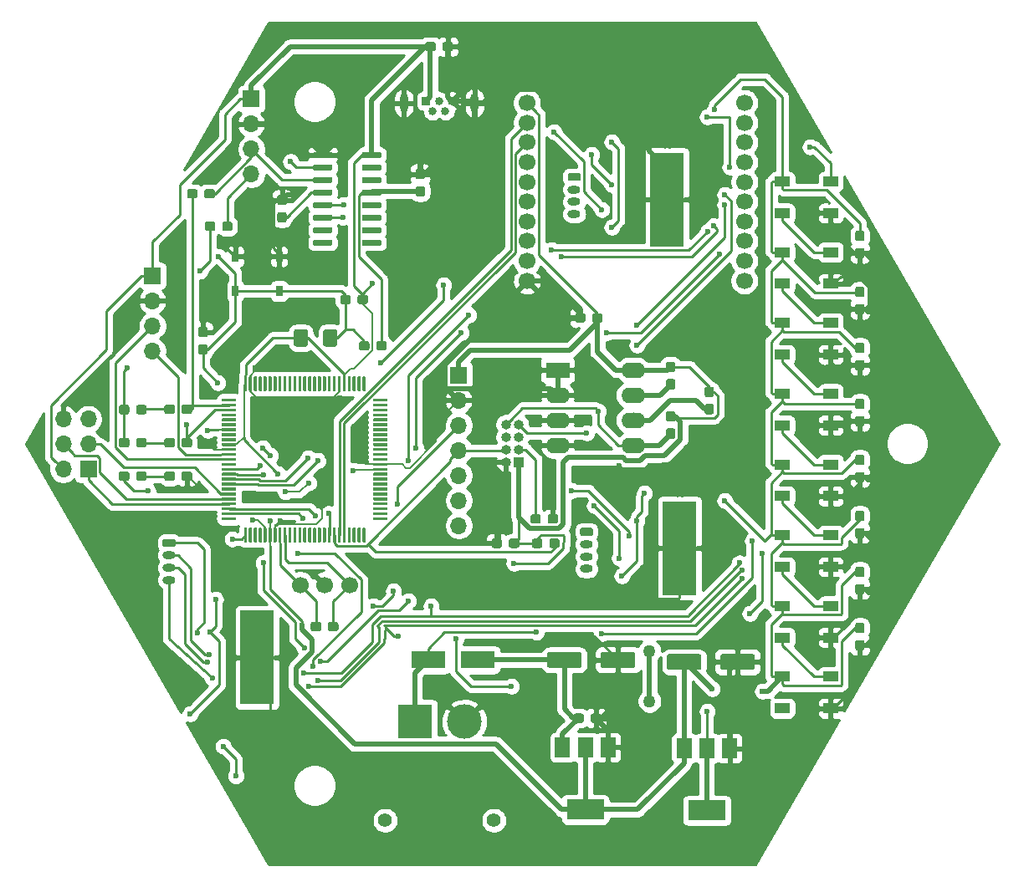
<source format=gbr>
%TF.GenerationSoftware,KiCad,Pcbnew,(5.1.5)-3*%
%TF.CreationDate,2020-03-08T16:26:51+08:00*%
%TF.ProjectId,Misaka,4d697361-6b61-42e6-9b69-6361645f7063,rev?*%
%TF.SameCoordinates,Original*%
%TF.FileFunction,Copper,L1,Top*%
%TF.FilePolarity,Positive*%
%FSLAX46Y46*%
G04 Gerber Fmt 4.6, Leading zero omitted, Abs format (unit mm)*
G04 Created by KiCad (PCBNEW (5.1.5)-3) date 2020-03-08 16:26:51*
%MOMM*%
%LPD*%
G04 APERTURE LIST*
%ADD10R,0.698500X1.099820*%
%ADD11C,1.700000*%
%ADD12O,2.400000X1.600000*%
%ADD13R,2.400000X1.600000*%
%ADD14R,1.500000X2.000000*%
%ADD15R,3.800000X2.000000*%
%ADD16C,0.350000*%
%ADD17R,3.400000X9.500000*%
%ADD18C,0.600000*%
%ADD19O,1.700000X1.700000*%
%ADD20R,1.700000X1.700000*%
%ADD21O,1.000000X1.000000*%
%ADD22R,1.000000X1.000000*%
%ADD23O,0.850000X1.850000*%
%ADD24C,0.840000*%
%ADD25R,0.840000X0.840000*%
%ADD26O,1.300000X0.800000*%
%ADD27C,3.500000*%
%ADD28R,3.500000X3.500000*%
%ADD29C,1.400000*%
%ADD30R,1.500000X1.000000*%
%ADD31R,3.500000X1.800000*%
%ADD32C,1.270000*%
%ADD33C,0.254000*%
%ADD34C,0.500000*%
%ADD35C,0.508000*%
%ADD36C,0.127000*%
%ADD37C,0.300000*%
%ADD38C,0.350000*%
%ADD39O,0.350000X1.350000*%
G04 APERTURE END LIST*
D10*
X46977500Y-56052480D03*
X46977500Y-59547520D03*
X51422500Y-59547520D03*
X51422500Y-56052480D03*
D11*
X53540000Y-89330000D03*
X56040000Y-89330000D03*
X58540000Y-89330000D03*
D12*
X87220000Y-67564000D03*
X79600000Y-75184000D03*
X87220000Y-70104000D03*
X79600000Y-72644000D03*
X87220000Y-72644000D03*
X79600000Y-70104000D03*
X87220000Y-75184000D03*
D13*
X79600000Y-67564000D03*
D14*
X97000000Y-105860000D03*
X92400000Y-105860000D03*
X94700000Y-105860000D03*
D15*
X94700000Y-112160000D03*
D14*
X84700000Y-105760000D03*
X80100000Y-105760000D03*
X82400000Y-105760000D03*
D15*
X82400000Y-112060000D03*
%TA.AperFunction,SMDPad,CuDef*%
D16*
G36*
X61614703Y-45455722D02*
G01*
X61629264Y-45457882D01*
X61643543Y-45461459D01*
X61657403Y-45466418D01*
X61670710Y-45472712D01*
X61683336Y-45480280D01*
X61695159Y-45489048D01*
X61706066Y-45498934D01*
X61715952Y-45509841D01*
X61724720Y-45521664D01*
X61732288Y-45534290D01*
X61738582Y-45547597D01*
X61743541Y-45561457D01*
X61747118Y-45575736D01*
X61749278Y-45590297D01*
X61750000Y-45605000D01*
X61750000Y-45905000D01*
X61749278Y-45919703D01*
X61747118Y-45934264D01*
X61743541Y-45948543D01*
X61738582Y-45962403D01*
X61732288Y-45975710D01*
X61724720Y-45988336D01*
X61715952Y-46000159D01*
X61706066Y-46011066D01*
X61695159Y-46020952D01*
X61683336Y-46029720D01*
X61670710Y-46037288D01*
X61657403Y-46043582D01*
X61643543Y-46048541D01*
X61629264Y-46052118D01*
X61614703Y-46054278D01*
X61600000Y-46055000D01*
X59950000Y-46055000D01*
X59935297Y-46054278D01*
X59920736Y-46052118D01*
X59906457Y-46048541D01*
X59892597Y-46043582D01*
X59879290Y-46037288D01*
X59866664Y-46029720D01*
X59854841Y-46020952D01*
X59843934Y-46011066D01*
X59834048Y-46000159D01*
X59825280Y-45988336D01*
X59817712Y-45975710D01*
X59811418Y-45962403D01*
X59806459Y-45948543D01*
X59802882Y-45934264D01*
X59800722Y-45919703D01*
X59800000Y-45905000D01*
X59800000Y-45605000D01*
X59800722Y-45590297D01*
X59802882Y-45575736D01*
X59806459Y-45561457D01*
X59811418Y-45547597D01*
X59817712Y-45534290D01*
X59825280Y-45521664D01*
X59834048Y-45509841D01*
X59843934Y-45498934D01*
X59854841Y-45489048D01*
X59866664Y-45480280D01*
X59879290Y-45472712D01*
X59892597Y-45466418D01*
X59906457Y-45461459D01*
X59920736Y-45457882D01*
X59935297Y-45455722D01*
X59950000Y-45455000D01*
X61600000Y-45455000D01*
X61614703Y-45455722D01*
G37*
%TD.AperFunction*%
%TA.AperFunction,SMDPad,CuDef*%
G36*
X61614703Y-46725722D02*
G01*
X61629264Y-46727882D01*
X61643543Y-46731459D01*
X61657403Y-46736418D01*
X61670710Y-46742712D01*
X61683336Y-46750280D01*
X61695159Y-46759048D01*
X61706066Y-46768934D01*
X61715952Y-46779841D01*
X61724720Y-46791664D01*
X61732288Y-46804290D01*
X61738582Y-46817597D01*
X61743541Y-46831457D01*
X61747118Y-46845736D01*
X61749278Y-46860297D01*
X61750000Y-46875000D01*
X61750000Y-47175000D01*
X61749278Y-47189703D01*
X61747118Y-47204264D01*
X61743541Y-47218543D01*
X61738582Y-47232403D01*
X61732288Y-47245710D01*
X61724720Y-47258336D01*
X61715952Y-47270159D01*
X61706066Y-47281066D01*
X61695159Y-47290952D01*
X61683336Y-47299720D01*
X61670710Y-47307288D01*
X61657403Y-47313582D01*
X61643543Y-47318541D01*
X61629264Y-47322118D01*
X61614703Y-47324278D01*
X61600000Y-47325000D01*
X59950000Y-47325000D01*
X59935297Y-47324278D01*
X59920736Y-47322118D01*
X59906457Y-47318541D01*
X59892597Y-47313582D01*
X59879290Y-47307288D01*
X59866664Y-47299720D01*
X59854841Y-47290952D01*
X59843934Y-47281066D01*
X59834048Y-47270159D01*
X59825280Y-47258336D01*
X59817712Y-47245710D01*
X59811418Y-47232403D01*
X59806459Y-47218543D01*
X59802882Y-47204264D01*
X59800722Y-47189703D01*
X59800000Y-47175000D01*
X59800000Y-46875000D01*
X59800722Y-46860297D01*
X59802882Y-46845736D01*
X59806459Y-46831457D01*
X59811418Y-46817597D01*
X59817712Y-46804290D01*
X59825280Y-46791664D01*
X59834048Y-46779841D01*
X59843934Y-46768934D01*
X59854841Y-46759048D01*
X59866664Y-46750280D01*
X59879290Y-46742712D01*
X59892597Y-46736418D01*
X59906457Y-46731459D01*
X59920736Y-46727882D01*
X59935297Y-46725722D01*
X59950000Y-46725000D01*
X61600000Y-46725000D01*
X61614703Y-46725722D01*
G37*
%TD.AperFunction*%
%TA.AperFunction,SMDPad,CuDef*%
G36*
X61614703Y-47995722D02*
G01*
X61629264Y-47997882D01*
X61643543Y-48001459D01*
X61657403Y-48006418D01*
X61670710Y-48012712D01*
X61683336Y-48020280D01*
X61695159Y-48029048D01*
X61706066Y-48038934D01*
X61715952Y-48049841D01*
X61724720Y-48061664D01*
X61732288Y-48074290D01*
X61738582Y-48087597D01*
X61743541Y-48101457D01*
X61747118Y-48115736D01*
X61749278Y-48130297D01*
X61750000Y-48145000D01*
X61750000Y-48445000D01*
X61749278Y-48459703D01*
X61747118Y-48474264D01*
X61743541Y-48488543D01*
X61738582Y-48502403D01*
X61732288Y-48515710D01*
X61724720Y-48528336D01*
X61715952Y-48540159D01*
X61706066Y-48551066D01*
X61695159Y-48560952D01*
X61683336Y-48569720D01*
X61670710Y-48577288D01*
X61657403Y-48583582D01*
X61643543Y-48588541D01*
X61629264Y-48592118D01*
X61614703Y-48594278D01*
X61600000Y-48595000D01*
X59950000Y-48595000D01*
X59935297Y-48594278D01*
X59920736Y-48592118D01*
X59906457Y-48588541D01*
X59892597Y-48583582D01*
X59879290Y-48577288D01*
X59866664Y-48569720D01*
X59854841Y-48560952D01*
X59843934Y-48551066D01*
X59834048Y-48540159D01*
X59825280Y-48528336D01*
X59817712Y-48515710D01*
X59811418Y-48502403D01*
X59806459Y-48488543D01*
X59802882Y-48474264D01*
X59800722Y-48459703D01*
X59800000Y-48445000D01*
X59800000Y-48145000D01*
X59800722Y-48130297D01*
X59802882Y-48115736D01*
X59806459Y-48101457D01*
X59811418Y-48087597D01*
X59817712Y-48074290D01*
X59825280Y-48061664D01*
X59834048Y-48049841D01*
X59843934Y-48038934D01*
X59854841Y-48029048D01*
X59866664Y-48020280D01*
X59879290Y-48012712D01*
X59892597Y-48006418D01*
X59906457Y-48001459D01*
X59920736Y-47997882D01*
X59935297Y-47995722D01*
X59950000Y-47995000D01*
X61600000Y-47995000D01*
X61614703Y-47995722D01*
G37*
%TD.AperFunction*%
%TA.AperFunction,SMDPad,CuDef*%
G36*
X61614703Y-49265722D02*
G01*
X61629264Y-49267882D01*
X61643543Y-49271459D01*
X61657403Y-49276418D01*
X61670710Y-49282712D01*
X61683336Y-49290280D01*
X61695159Y-49299048D01*
X61706066Y-49308934D01*
X61715952Y-49319841D01*
X61724720Y-49331664D01*
X61732288Y-49344290D01*
X61738582Y-49357597D01*
X61743541Y-49371457D01*
X61747118Y-49385736D01*
X61749278Y-49400297D01*
X61750000Y-49415000D01*
X61750000Y-49715000D01*
X61749278Y-49729703D01*
X61747118Y-49744264D01*
X61743541Y-49758543D01*
X61738582Y-49772403D01*
X61732288Y-49785710D01*
X61724720Y-49798336D01*
X61715952Y-49810159D01*
X61706066Y-49821066D01*
X61695159Y-49830952D01*
X61683336Y-49839720D01*
X61670710Y-49847288D01*
X61657403Y-49853582D01*
X61643543Y-49858541D01*
X61629264Y-49862118D01*
X61614703Y-49864278D01*
X61600000Y-49865000D01*
X59950000Y-49865000D01*
X59935297Y-49864278D01*
X59920736Y-49862118D01*
X59906457Y-49858541D01*
X59892597Y-49853582D01*
X59879290Y-49847288D01*
X59866664Y-49839720D01*
X59854841Y-49830952D01*
X59843934Y-49821066D01*
X59834048Y-49810159D01*
X59825280Y-49798336D01*
X59817712Y-49785710D01*
X59811418Y-49772403D01*
X59806459Y-49758543D01*
X59802882Y-49744264D01*
X59800722Y-49729703D01*
X59800000Y-49715000D01*
X59800000Y-49415000D01*
X59800722Y-49400297D01*
X59802882Y-49385736D01*
X59806459Y-49371457D01*
X59811418Y-49357597D01*
X59817712Y-49344290D01*
X59825280Y-49331664D01*
X59834048Y-49319841D01*
X59843934Y-49308934D01*
X59854841Y-49299048D01*
X59866664Y-49290280D01*
X59879290Y-49282712D01*
X59892597Y-49276418D01*
X59906457Y-49271459D01*
X59920736Y-49267882D01*
X59935297Y-49265722D01*
X59950000Y-49265000D01*
X61600000Y-49265000D01*
X61614703Y-49265722D01*
G37*
%TD.AperFunction*%
%TA.AperFunction,SMDPad,CuDef*%
G36*
X61614703Y-50535722D02*
G01*
X61629264Y-50537882D01*
X61643543Y-50541459D01*
X61657403Y-50546418D01*
X61670710Y-50552712D01*
X61683336Y-50560280D01*
X61695159Y-50569048D01*
X61706066Y-50578934D01*
X61715952Y-50589841D01*
X61724720Y-50601664D01*
X61732288Y-50614290D01*
X61738582Y-50627597D01*
X61743541Y-50641457D01*
X61747118Y-50655736D01*
X61749278Y-50670297D01*
X61750000Y-50685000D01*
X61750000Y-50985000D01*
X61749278Y-50999703D01*
X61747118Y-51014264D01*
X61743541Y-51028543D01*
X61738582Y-51042403D01*
X61732288Y-51055710D01*
X61724720Y-51068336D01*
X61715952Y-51080159D01*
X61706066Y-51091066D01*
X61695159Y-51100952D01*
X61683336Y-51109720D01*
X61670710Y-51117288D01*
X61657403Y-51123582D01*
X61643543Y-51128541D01*
X61629264Y-51132118D01*
X61614703Y-51134278D01*
X61600000Y-51135000D01*
X59950000Y-51135000D01*
X59935297Y-51134278D01*
X59920736Y-51132118D01*
X59906457Y-51128541D01*
X59892597Y-51123582D01*
X59879290Y-51117288D01*
X59866664Y-51109720D01*
X59854841Y-51100952D01*
X59843934Y-51091066D01*
X59834048Y-51080159D01*
X59825280Y-51068336D01*
X59817712Y-51055710D01*
X59811418Y-51042403D01*
X59806459Y-51028543D01*
X59802882Y-51014264D01*
X59800722Y-50999703D01*
X59800000Y-50985000D01*
X59800000Y-50685000D01*
X59800722Y-50670297D01*
X59802882Y-50655736D01*
X59806459Y-50641457D01*
X59811418Y-50627597D01*
X59817712Y-50614290D01*
X59825280Y-50601664D01*
X59834048Y-50589841D01*
X59843934Y-50578934D01*
X59854841Y-50569048D01*
X59866664Y-50560280D01*
X59879290Y-50552712D01*
X59892597Y-50546418D01*
X59906457Y-50541459D01*
X59920736Y-50537882D01*
X59935297Y-50535722D01*
X59950000Y-50535000D01*
X61600000Y-50535000D01*
X61614703Y-50535722D01*
G37*
%TD.AperFunction*%
%TA.AperFunction,SMDPad,CuDef*%
G36*
X61614703Y-51805722D02*
G01*
X61629264Y-51807882D01*
X61643543Y-51811459D01*
X61657403Y-51816418D01*
X61670710Y-51822712D01*
X61683336Y-51830280D01*
X61695159Y-51839048D01*
X61706066Y-51848934D01*
X61715952Y-51859841D01*
X61724720Y-51871664D01*
X61732288Y-51884290D01*
X61738582Y-51897597D01*
X61743541Y-51911457D01*
X61747118Y-51925736D01*
X61749278Y-51940297D01*
X61750000Y-51955000D01*
X61750000Y-52255000D01*
X61749278Y-52269703D01*
X61747118Y-52284264D01*
X61743541Y-52298543D01*
X61738582Y-52312403D01*
X61732288Y-52325710D01*
X61724720Y-52338336D01*
X61715952Y-52350159D01*
X61706066Y-52361066D01*
X61695159Y-52370952D01*
X61683336Y-52379720D01*
X61670710Y-52387288D01*
X61657403Y-52393582D01*
X61643543Y-52398541D01*
X61629264Y-52402118D01*
X61614703Y-52404278D01*
X61600000Y-52405000D01*
X59950000Y-52405000D01*
X59935297Y-52404278D01*
X59920736Y-52402118D01*
X59906457Y-52398541D01*
X59892597Y-52393582D01*
X59879290Y-52387288D01*
X59866664Y-52379720D01*
X59854841Y-52370952D01*
X59843934Y-52361066D01*
X59834048Y-52350159D01*
X59825280Y-52338336D01*
X59817712Y-52325710D01*
X59811418Y-52312403D01*
X59806459Y-52298543D01*
X59802882Y-52284264D01*
X59800722Y-52269703D01*
X59800000Y-52255000D01*
X59800000Y-51955000D01*
X59800722Y-51940297D01*
X59802882Y-51925736D01*
X59806459Y-51911457D01*
X59811418Y-51897597D01*
X59817712Y-51884290D01*
X59825280Y-51871664D01*
X59834048Y-51859841D01*
X59843934Y-51848934D01*
X59854841Y-51839048D01*
X59866664Y-51830280D01*
X59879290Y-51822712D01*
X59892597Y-51816418D01*
X59906457Y-51811459D01*
X59920736Y-51807882D01*
X59935297Y-51805722D01*
X59950000Y-51805000D01*
X61600000Y-51805000D01*
X61614703Y-51805722D01*
G37*
%TD.AperFunction*%
%TA.AperFunction,SMDPad,CuDef*%
G36*
X61614703Y-53075722D02*
G01*
X61629264Y-53077882D01*
X61643543Y-53081459D01*
X61657403Y-53086418D01*
X61670710Y-53092712D01*
X61683336Y-53100280D01*
X61695159Y-53109048D01*
X61706066Y-53118934D01*
X61715952Y-53129841D01*
X61724720Y-53141664D01*
X61732288Y-53154290D01*
X61738582Y-53167597D01*
X61743541Y-53181457D01*
X61747118Y-53195736D01*
X61749278Y-53210297D01*
X61750000Y-53225000D01*
X61750000Y-53525000D01*
X61749278Y-53539703D01*
X61747118Y-53554264D01*
X61743541Y-53568543D01*
X61738582Y-53582403D01*
X61732288Y-53595710D01*
X61724720Y-53608336D01*
X61715952Y-53620159D01*
X61706066Y-53631066D01*
X61695159Y-53640952D01*
X61683336Y-53649720D01*
X61670710Y-53657288D01*
X61657403Y-53663582D01*
X61643543Y-53668541D01*
X61629264Y-53672118D01*
X61614703Y-53674278D01*
X61600000Y-53675000D01*
X59950000Y-53675000D01*
X59935297Y-53674278D01*
X59920736Y-53672118D01*
X59906457Y-53668541D01*
X59892597Y-53663582D01*
X59879290Y-53657288D01*
X59866664Y-53649720D01*
X59854841Y-53640952D01*
X59843934Y-53631066D01*
X59834048Y-53620159D01*
X59825280Y-53608336D01*
X59817712Y-53595710D01*
X59811418Y-53582403D01*
X59806459Y-53568543D01*
X59802882Y-53554264D01*
X59800722Y-53539703D01*
X59800000Y-53525000D01*
X59800000Y-53225000D01*
X59800722Y-53210297D01*
X59802882Y-53195736D01*
X59806459Y-53181457D01*
X59811418Y-53167597D01*
X59817712Y-53154290D01*
X59825280Y-53141664D01*
X59834048Y-53129841D01*
X59843934Y-53118934D01*
X59854841Y-53109048D01*
X59866664Y-53100280D01*
X59879290Y-53092712D01*
X59892597Y-53086418D01*
X59906457Y-53081459D01*
X59920736Y-53077882D01*
X59935297Y-53075722D01*
X59950000Y-53075000D01*
X61600000Y-53075000D01*
X61614703Y-53075722D01*
G37*
%TD.AperFunction*%
%TA.AperFunction,SMDPad,CuDef*%
G36*
X61614703Y-54345722D02*
G01*
X61629264Y-54347882D01*
X61643543Y-54351459D01*
X61657403Y-54356418D01*
X61670710Y-54362712D01*
X61683336Y-54370280D01*
X61695159Y-54379048D01*
X61706066Y-54388934D01*
X61715952Y-54399841D01*
X61724720Y-54411664D01*
X61732288Y-54424290D01*
X61738582Y-54437597D01*
X61743541Y-54451457D01*
X61747118Y-54465736D01*
X61749278Y-54480297D01*
X61750000Y-54495000D01*
X61750000Y-54795000D01*
X61749278Y-54809703D01*
X61747118Y-54824264D01*
X61743541Y-54838543D01*
X61738582Y-54852403D01*
X61732288Y-54865710D01*
X61724720Y-54878336D01*
X61715952Y-54890159D01*
X61706066Y-54901066D01*
X61695159Y-54910952D01*
X61683336Y-54919720D01*
X61670710Y-54927288D01*
X61657403Y-54933582D01*
X61643543Y-54938541D01*
X61629264Y-54942118D01*
X61614703Y-54944278D01*
X61600000Y-54945000D01*
X59950000Y-54945000D01*
X59935297Y-54944278D01*
X59920736Y-54942118D01*
X59906457Y-54938541D01*
X59892597Y-54933582D01*
X59879290Y-54927288D01*
X59866664Y-54919720D01*
X59854841Y-54910952D01*
X59843934Y-54901066D01*
X59834048Y-54890159D01*
X59825280Y-54878336D01*
X59817712Y-54865710D01*
X59811418Y-54852403D01*
X59806459Y-54838543D01*
X59802882Y-54824264D01*
X59800722Y-54809703D01*
X59800000Y-54795000D01*
X59800000Y-54495000D01*
X59800722Y-54480297D01*
X59802882Y-54465736D01*
X59806459Y-54451457D01*
X59811418Y-54437597D01*
X59817712Y-54424290D01*
X59825280Y-54411664D01*
X59834048Y-54399841D01*
X59843934Y-54388934D01*
X59854841Y-54379048D01*
X59866664Y-54370280D01*
X59879290Y-54362712D01*
X59892597Y-54356418D01*
X59906457Y-54351459D01*
X59920736Y-54347882D01*
X59935297Y-54345722D01*
X59950000Y-54345000D01*
X61600000Y-54345000D01*
X61614703Y-54345722D01*
G37*
%TD.AperFunction*%
%TA.AperFunction,SMDPad,CuDef*%
G36*
X56664703Y-54345722D02*
G01*
X56679264Y-54347882D01*
X56693543Y-54351459D01*
X56707403Y-54356418D01*
X56720710Y-54362712D01*
X56733336Y-54370280D01*
X56745159Y-54379048D01*
X56756066Y-54388934D01*
X56765952Y-54399841D01*
X56774720Y-54411664D01*
X56782288Y-54424290D01*
X56788582Y-54437597D01*
X56793541Y-54451457D01*
X56797118Y-54465736D01*
X56799278Y-54480297D01*
X56800000Y-54495000D01*
X56800000Y-54795000D01*
X56799278Y-54809703D01*
X56797118Y-54824264D01*
X56793541Y-54838543D01*
X56788582Y-54852403D01*
X56782288Y-54865710D01*
X56774720Y-54878336D01*
X56765952Y-54890159D01*
X56756066Y-54901066D01*
X56745159Y-54910952D01*
X56733336Y-54919720D01*
X56720710Y-54927288D01*
X56707403Y-54933582D01*
X56693543Y-54938541D01*
X56679264Y-54942118D01*
X56664703Y-54944278D01*
X56650000Y-54945000D01*
X55000000Y-54945000D01*
X54985297Y-54944278D01*
X54970736Y-54942118D01*
X54956457Y-54938541D01*
X54942597Y-54933582D01*
X54929290Y-54927288D01*
X54916664Y-54919720D01*
X54904841Y-54910952D01*
X54893934Y-54901066D01*
X54884048Y-54890159D01*
X54875280Y-54878336D01*
X54867712Y-54865710D01*
X54861418Y-54852403D01*
X54856459Y-54838543D01*
X54852882Y-54824264D01*
X54850722Y-54809703D01*
X54850000Y-54795000D01*
X54850000Y-54495000D01*
X54850722Y-54480297D01*
X54852882Y-54465736D01*
X54856459Y-54451457D01*
X54861418Y-54437597D01*
X54867712Y-54424290D01*
X54875280Y-54411664D01*
X54884048Y-54399841D01*
X54893934Y-54388934D01*
X54904841Y-54379048D01*
X54916664Y-54370280D01*
X54929290Y-54362712D01*
X54942597Y-54356418D01*
X54956457Y-54351459D01*
X54970736Y-54347882D01*
X54985297Y-54345722D01*
X55000000Y-54345000D01*
X56650000Y-54345000D01*
X56664703Y-54345722D01*
G37*
%TD.AperFunction*%
%TA.AperFunction,SMDPad,CuDef*%
G36*
X56664703Y-53075722D02*
G01*
X56679264Y-53077882D01*
X56693543Y-53081459D01*
X56707403Y-53086418D01*
X56720710Y-53092712D01*
X56733336Y-53100280D01*
X56745159Y-53109048D01*
X56756066Y-53118934D01*
X56765952Y-53129841D01*
X56774720Y-53141664D01*
X56782288Y-53154290D01*
X56788582Y-53167597D01*
X56793541Y-53181457D01*
X56797118Y-53195736D01*
X56799278Y-53210297D01*
X56800000Y-53225000D01*
X56800000Y-53525000D01*
X56799278Y-53539703D01*
X56797118Y-53554264D01*
X56793541Y-53568543D01*
X56788582Y-53582403D01*
X56782288Y-53595710D01*
X56774720Y-53608336D01*
X56765952Y-53620159D01*
X56756066Y-53631066D01*
X56745159Y-53640952D01*
X56733336Y-53649720D01*
X56720710Y-53657288D01*
X56707403Y-53663582D01*
X56693543Y-53668541D01*
X56679264Y-53672118D01*
X56664703Y-53674278D01*
X56650000Y-53675000D01*
X55000000Y-53675000D01*
X54985297Y-53674278D01*
X54970736Y-53672118D01*
X54956457Y-53668541D01*
X54942597Y-53663582D01*
X54929290Y-53657288D01*
X54916664Y-53649720D01*
X54904841Y-53640952D01*
X54893934Y-53631066D01*
X54884048Y-53620159D01*
X54875280Y-53608336D01*
X54867712Y-53595710D01*
X54861418Y-53582403D01*
X54856459Y-53568543D01*
X54852882Y-53554264D01*
X54850722Y-53539703D01*
X54850000Y-53525000D01*
X54850000Y-53225000D01*
X54850722Y-53210297D01*
X54852882Y-53195736D01*
X54856459Y-53181457D01*
X54861418Y-53167597D01*
X54867712Y-53154290D01*
X54875280Y-53141664D01*
X54884048Y-53129841D01*
X54893934Y-53118934D01*
X54904841Y-53109048D01*
X54916664Y-53100280D01*
X54929290Y-53092712D01*
X54942597Y-53086418D01*
X54956457Y-53081459D01*
X54970736Y-53077882D01*
X54985297Y-53075722D01*
X55000000Y-53075000D01*
X56650000Y-53075000D01*
X56664703Y-53075722D01*
G37*
%TD.AperFunction*%
%TA.AperFunction,SMDPad,CuDef*%
G36*
X56664703Y-51805722D02*
G01*
X56679264Y-51807882D01*
X56693543Y-51811459D01*
X56707403Y-51816418D01*
X56720710Y-51822712D01*
X56733336Y-51830280D01*
X56745159Y-51839048D01*
X56756066Y-51848934D01*
X56765952Y-51859841D01*
X56774720Y-51871664D01*
X56782288Y-51884290D01*
X56788582Y-51897597D01*
X56793541Y-51911457D01*
X56797118Y-51925736D01*
X56799278Y-51940297D01*
X56800000Y-51955000D01*
X56800000Y-52255000D01*
X56799278Y-52269703D01*
X56797118Y-52284264D01*
X56793541Y-52298543D01*
X56788582Y-52312403D01*
X56782288Y-52325710D01*
X56774720Y-52338336D01*
X56765952Y-52350159D01*
X56756066Y-52361066D01*
X56745159Y-52370952D01*
X56733336Y-52379720D01*
X56720710Y-52387288D01*
X56707403Y-52393582D01*
X56693543Y-52398541D01*
X56679264Y-52402118D01*
X56664703Y-52404278D01*
X56650000Y-52405000D01*
X55000000Y-52405000D01*
X54985297Y-52404278D01*
X54970736Y-52402118D01*
X54956457Y-52398541D01*
X54942597Y-52393582D01*
X54929290Y-52387288D01*
X54916664Y-52379720D01*
X54904841Y-52370952D01*
X54893934Y-52361066D01*
X54884048Y-52350159D01*
X54875280Y-52338336D01*
X54867712Y-52325710D01*
X54861418Y-52312403D01*
X54856459Y-52298543D01*
X54852882Y-52284264D01*
X54850722Y-52269703D01*
X54850000Y-52255000D01*
X54850000Y-51955000D01*
X54850722Y-51940297D01*
X54852882Y-51925736D01*
X54856459Y-51911457D01*
X54861418Y-51897597D01*
X54867712Y-51884290D01*
X54875280Y-51871664D01*
X54884048Y-51859841D01*
X54893934Y-51848934D01*
X54904841Y-51839048D01*
X54916664Y-51830280D01*
X54929290Y-51822712D01*
X54942597Y-51816418D01*
X54956457Y-51811459D01*
X54970736Y-51807882D01*
X54985297Y-51805722D01*
X55000000Y-51805000D01*
X56650000Y-51805000D01*
X56664703Y-51805722D01*
G37*
%TD.AperFunction*%
%TA.AperFunction,SMDPad,CuDef*%
G36*
X56664703Y-50535722D02*
G01*
X56679264Y-50537882D01*
X56693543Y-50541459D01*
X56707403Y-50546418D01*
X56720710Y-50552712D01*
X56733336Y-50560280D01*
X56745159Y-50569048D01*
X56756066Y-50578934D01*
X56765952Y-50589841D01*
X56774720Y-50601664D01*
X56782288Y-50614290D01*
X56788582Y-50627597D01*
X56793541Y-50641457D01*
X56797118Y-50655736D01*
X56799278Y-50670297D01*
X56800000Y-50685000D01*
X56800000Y-50985000D01*
X56799278Y-50999703D01*
X56797118Y-51014264D01*
X56793541Y-51028543D01*
X56788582Y-51042403D01*
X56782288Y-51055710D01*
X56774720Y-51068336D01*
X56765952Y-51080159D01*
X56756066Y-51091066D01*
X56745159Y-51100952D01*
X56733336Y-51109720D01*
X56720710Y-51117288D01*
X56707403Y-51123582D01*
X56693543Y-51128541D01*
X56679264Y-51132118D01*
X56664703Y-51134278D01*
X56650000Y-51135000D01*
X55000000Y-51135000D01*
X54985297Y-51134278D01*
X54970736Y-51132118D01*
X54956457Y-51128541D01*
X54942597Y-51123582D01*
X54929290Y-51117288D01*
X54916664Y-51109720D01*
X54904841Y-51100952D01*
X54893934Y-51091066D01*
X54884048Y-51080159D01*
X54875280Y-51068336D01*
X54867712Y-51055710D01*
X54861418Y-51042403D01*
X54856459Y-51028543D01*
X54852882Y-51014264D01*
X54850722Y-50999703D01*
X54850000Y-50985000D01*
X54850000Y-50685000D01*
X54850722Y-50670297D01*
X54852882Y-50655736D01*
X54856459Y-50641457D01*
X54861418Y-50627597D01*
X54867712Y-50614290D01*
X54875280Y-50601664D01*
X54884048Y-50589841D01*
X54893934Y-50578934D01*
X54904841Y-50569048D01*
X54916664Y-50560280D01*
X54929290Y-50552712D01*
X54942597Y-50546418D01*
X54956457Y-50541459D01*
X54970736Y-50537882D01*
X54985297Y-50535722D01*
X55000000Y-50535000D01*
X56650000Y-50535000D01*
X56664703Y-50535722D01*
G37*
%TD.AperFunction*%
%TA.AperFunction,SMDPad,CuDef*%
G36*
X56664703Y-49265722D02*
G01*
X56679264Y-49267882D01*
X56693543Y-49271459D01*
X56707403Y-49276418D01*
X56720710Y-49282712D01*
X56733336Y-49290280D01*
X56745159Y-49299048D01*
X56756066Y-49308934D01*
X56765952Y-49319841D01*
X56774720Y-49331664D01*
X56782288Y-49344290D01*
X56788582Y-49357597D01*
X56793541Y-49371457D01*
X56797118Y-49385736D01*
X56799278Y-49400297D01*
X56800000Y-49415000D01*
X56800000Y-49715000D01*
X56799278Y-49729703D01*
X56797118Y-49744264D01*
X56793541Y-49758543D01*
X56788582Y-49772403D01*
X56782288Y-49785710D01*
X56774720Y-49798336D01*
X56765952Y-49810159D01*
X56756066Y-49821066D01*
X56745159Y-49830952D01*
X56733336Y-49839720D01*
X56720710Y-49847288D01*
X56707403Y-49853582D01*
X56693543Y-49858541D01*
X56679264Y-49862118D01*
X56664703Y-49864278D01*
X56650000Y-49865000D01*
X55000000Y-49865000D01*
X54985297Y-49864278D01*
X54970736Y-49862118D01*
X54956457Y-49858541D01*
X54942597Y-49853582D01*
X54929290Y-49847288D01*
X54916664Y-49839720D01*
X54904841Y-49830952D01*
X54893934Y-49821066D01*
X54884048Y-49810159D01*
X54875280Y-49798336D01*
X54867712Y-49785710D01*
X54861418Y-49772403D01*
X54856459Y-49758543D01*
X54852882Y-49744264D01*
X54850722Y-49729703D01*
X54850000Y-49715000D01*
X54850000Y-49415000D01*
X54850722Y-49400297D01*
X54852882Y-49385736D01*
X54856459Y-49371457D01*
X54861418Y-49357597D01*
X54867712Y-49344290D01*
X54875280Y-49331664D01*
X54884048Y-49319841D01*
X54893934Y-49308934D01*
X54904841Y-49299048D01*
X54916664Y-49290280D01*
X54929290Y-49282712D01*
X54942597Y-49276418D01*
X54956457Y-49271459D01*
X54970736Y-49267882D01*
X54985297Y-49265722D01*
X55000000Y-49265000D01*
X56650000Y-49265000D01*
X56664703Y-49265722D01*
G37*
%TD.AperFunction*%
%TA.AperFunction,SMDPad,CuDef*%
G36*
X56664703Y-47995722D02*
G01*
X56679264Y-47997882D01*
X56693543Y-48001459D01*
X56707403Y-48006418D01*
X56720710Y-48012712D01*
X56733336Y-48020280D01*
X56745159Y-48029048D01*
X56756066Y-48038934D01*
X56765952Y-48049841D01*
X56774720Y-48061664D01*
X56782288Y-48074290D01*
X56788582Y-48087597D01*
X56793541Y-48101457D01*
X56797118Y-48115736D01*
X56799278Y-48130297D01*
X56800000Y-48145000D01*
X56800000Y-48445000D01*
X56799278Y-48459703D01*
X56797118Y-48474264D01*
X56793541Y-48488543D01*
X56788582Y-48502403D01*
X56782288Y-48515710D01*
X56774720Y-48528336D01*
X56765952Y-48540159D01*
X56756066Y-48551066D01*
X56745159Y-48560952D01*
X56733336Y-48569720D01*
X56720710Y-48577288D01*
X56707403Y-48583582D01*
X56693543Y-48588541D01*
X56679264Y-48592118D01*
X56664703Y-48594278D01*
X56650000Y-48595000D01*
X55000000Y-48595000D01*
X54985297Y-48594278D01*
X54970736Y-48592118D01*
X54956457Y-48588541D01*
X54942597Y-48583582D01*
X54929290Y-48577288D01*
X54916664Y-48569720D01*
X54904841Y-48560952D01*
X54893934Y-48551066D01*
X54884048Y-48540159D01*
X54875280Y-48528336D01*
X54867712Y-48515710D01*
X54861418Y-48502403D01*
X54856459Y-48488543D01*
X54852882Y-48474264D01*
X54850722Y-48459703D01*
X54850000Y-48445000D01*
X54850000Y-48145000D01*
X54850722Y-48130297D01*
X54852882Y-48115736D01*
X54856459Y-48101457D01*
X54861418Y-48087597D01*
X54867712Y-48074290D01*
X54875280Y-48061664D01*
X54884048Y-48049841D01*
X54893934Y-48038934D01*
X54904841Y-48029048D01*
X54916664Y-48020280D01*
X54929290Y-48012712D01*
X54942597Y-48006418D01*
X54956457Y-48001459D01*
X54970736Y-47997882D01*
X54985297Y-47995722D01*
X55000000Y-47995000D01*
X56650000Y-47995000D01*
X56664703Y-47995722D01*
G37*
%TD.AperFunction*%
%TA.AperFunction,SMDPad,CuDef*%
G36*
X56664703Y-46725722D02*
G01*
X56679264Y-46727882D01*
X56693543Y-46731459D01*
X56707403Y-46736418D01*
X56720710Y-46742712D01*
X56733336Y-46750280D01*
X56745159Y-46759048D01*
X56756066Y-46768934D01*
X56765952Y-46779841D01*
X56774720Y-46791664D01*
X56782288Y-46804290D01*
X56788582Y-46817597D01*
X56793541Y-46831457D01*
X56797118Y-46845736D01*
X56799278Y-46860297D01*
X56800000Y-46875000D01*
X56800000Y-47175000D01*
X56799278Y-47189703D01*
X56797118Y-47204264D01*
X56793541Y-47218543D01*
X56788582Y-47232403D01*
X56782288Y-47245710D01*
X56774720Y-47258336D01*
X56765952Y-47270159D01*
X56756066Y-47281066D01*
X56745159Y-47290952D01*
X56733336Y-47299720D01*
X56720710Y-47307288D01*
X56707403Y-47313582D01*
X56693543Y-47318541D01*
X56679264Y-47322118D01*
X56664703Y-47324278D01*
X56650000Y-47325000D01*
X55000000Y-47325000D01*
X54985297Y-47324278D01*
X54970736Y-47322118D01*
X54956457Y-47318541D01*
X54942597Y-47313582D01*
X54929290Y-47307288D01*
X54916664Y-47299720D01*
X54904841Y-47290952D01*
X54893934Y-47281066D01*
X54884048Y-47270159D01*
X54875280Y-47258336D01*
X54867712Y-47245710D01*
X54861418Y-47232403D01*
X54856459Y-47218543D01*
X54852882Y-47204264D01*
X54850722Y-47189703D01*
X54850000Y-47175000D01*
X54850000Y-46875000D01*
X54850722Y-46860297D01*
X54852882Y-46845736D01*
X54856459Y-46831457D01*
X54861418Y-46817597D01*
X54867712Y-46804290D01*
X54875280Y-46791664D01*
X54884048Y-46779841D01*
X54893934Y-46768934D01*
X54904841Y-46759048D01*
X54916664Y-46750280D01*
X54929290Y-46742712D01*
X54942597Y-46736418D01*
X54956457Y-46731459D01*
X54970736Y-46727882D01*
X54985297Y-46725722D01*
X55000000Y-46725000D01*
X56650000Y-46725000D01*
X56664703Y-46725722D01*
G37*
%TD.AperFunction*%
%TA.AperFunction,SMDPad,CuDef*%
G36*
X56664703Y-45455722D02*
G01*
X56679264Y-45457882D01*
X56693543Y-45461459D01*
X56707403Y-45466418D01*
X56720710Y-45472712D01*
X56733336Y-45480280D01*
X56745159Y-45489048D01*
X56756066Y-45498934D01*
X56765952Y-45509841D01*
X56774720Y-45521664D01*
X56782288Y-45534290D01*
X56788582Y-45547597D01*
X56793541Y-45561457D01*
X56797118Y-45575736D01*
X56799278Y-45590297D01*
X56800000Y-45605000D01*
X56800000Y-45905000D01*
X56799278Y-45919703D01*
X56797118Y-45934264D01*
X56793541Y-45948543D01*
X56788582Y-45962403D01*
X56782288Y-45975710D01*
X56774720Y-45988336D01*
X56765952Y-46000159D01*
X56756066Y-46011066D01*
X56745159Y-46020952D01*
X56733336Y-46029720D01*
X56720710Y-46037288D01*
X56707403Y-46043582D01*
X56693543Y-46048541D01*
X56679264Y-46052118D01*
X56664703Y-46054278D01*
X56650000Y-46055000D01*
X55000000Y-46055000D01*
X54985297Y-46054278D01*
X54970736Y-46052118D01*
X54956457Y-46048541D01*
X54942597Y-46043582D01*
X54929290Y-46037288D01*
X54916664Y-46029720D01*
X54904841Y-46020952D01*
X54893934Y-46011066D01*
X54884048Y-46000159D01*
X54875280Y-45988336D01*
X54867712Y-45975710D01*
X54861418Y-45962403D01*
X54856459Y-45948543D01*
X54852882Y-45934264D01*
X54850722Y-45919703D01*
X54850000Y-45905000D01*
X54850000Y-45605000D01*
X54850722Y-45590297D01*
X54852882Y-45575736D01*
X54856459Y-45561457D01*
X54861418Y-45547597D01*
X54867712Y-45534290D01*
X54875280Y-45521664D01*
X54884048Y-45509841D01*
X54893934Y-45498934D01*
X54904841Y-45489048D01*
X54916664Y-45480280D01*
X54929290Y-45472712D01*
X54942597Y-45466418D01*
X54956457Y-45461459D01*
X54970736Y-45457882D01*
X54985297Y-45455722D01*
X55000000Y-45455000D01*
X56650000Y-45455000D01*
X56664703Y-45455722D01*
G37*
%TD.AperFunction*%
D17*
X91948000Y-85598000D03*
D18*
X90648000Y-81148000D03*
X91948000Y-81148000D03*
X93248000Y-81148000D03*
X90648000Y-82928000D03*
X91948000Y-82928000D03*
X93248000Y-82928000D03*
X90648000Y-84708000D03*
X91948000Y-84708000D03*
X93248000Y-84708000D03*
X90648000Y-86488000D03*
X91948000Y-86488000D03*
X93248000Y-86488000D03*
X90648000Y-88268000D03*
X91948000Y-88268000D03*
X93248000Y-88268000D03*
X93248000Y-90048000D03*
X91948000Y-90048000D03*
X90648000Y-90048000D03*
D17*
X90660000Y-50300000D03*
D18*
X89360000Y-45850000D03*
X90660000Y-45850000D03*
X91960000Y-45850000D03*
X89360000Y-47630000D03*
X90660000Y-47630000D03*
X91960000Y-47630000D03*
X89360000Y-49410000D03*
X90660000Y-49410000D03*
X91960000Y-49410000D03*
X89360000Y-51190000D03*
X90660000Y-51190000D03*
X91960000Y-51190000D03*
X89360000Y-52970000D03*
X90660000Y-52970000D03*
X91960000Y-52970000D03*
X91960000Y-54750000D03*
X90660000Y-54750000D03*
X89360000Y-54750000D03*
%TA.AperFunction,SMDPad,CuDef*%
D16*
G36*
X48082351Y-68200361D02*
G01*
X48089632Y-68201441D01*
X48096771Y-68203229D01*
X48103701Y-68205709D01*
X48110355Y-68208856D01*
X48116668Y-68212640D01*
X48122579Y-68217024D01*
X48128033Y-68221967D01*
X48132976Y-68227421D01*
X48137360Y-68233332D01*
X48141144Y-68239645D01*
X48144291Y-68246299D01*
X48146771Y-68253229D01*
X48148559Y-68260368D01*
X48149639Y-68267649D01*
X48150000Y-68275000D01*
X48150000Y-69600000D01*
X48149639Y-69607351D01*
X48148559Y-69614632D01*
X48146771Y-69621771D01*
X48144291Y-69628701D01*
X48141144Y-69635355D01*
X48137360Y-69641668D01*
X48132976Y-69647579D01*
X48128033Y-69653033D01*
X48122579Y-69657976D01*
X48116668Y-69662360D01*
X48110355Y-69666144D01*
X48103701Y-69669291D01*
X48096771Y-69671771D01*
X48089632Y-69673559D01*
X48082351Y-69674639D01*
X48075000Y-69675000D01*
X47925000Y-69675000D01*
X47917649Y-69674639D01*
X47910368Y-69673559D01*
X47903229Y-69671771D01*
X47896299Y-69669291D01*
X47889645Y-69666144D01*
X47883332Y-69662360D01*
X47877421Y-69657976D01*
X47871967Y-69653033D01*
X47867024Y-69647579D01*
X47862640Y-69641668D01*
X47858856Y-69635355D01*
X47855709Y-69628701D01*
X47853229Y-69621771D01*
X47851441Y-69614632D01*
X47850361Y-69607351D01*
X47850000Y-69600000D01*
X47850000Y-68275000D01*
X47850361Y-68267649D01*
X47851441Y-68260368D01*
X47853229Y-68253229D01*
X47855709Y-68246299D01*
X47858856Y-68239645D01*
X47862640Y-68233332D01*
X47867024Y-68227421D01*
X47871967Y-68221967D01*
X47877421Y-68217024D01*
X47883332Y-68212640D01*
X47889645Y-68208856D01*
X47896299Y-68205709D01*
X47903229Y-68203229D01*
X47910368Y-68201441D01*
X47917649Y-68200361D01*
X47925000Y-68200000D01*
X48075000Y-68200000D01*
X48082351Y-68200361D01*
G37*
%TD.AperFunction*%
%TA.AperFunction,SMDPad,CuDef*%
G36*
X48582351Y-68200361D02*
G01*
X48589632Y-68201441D01*
X48596771Y-68203229D01*
X48603701Y-68205709D01*
X48610355Y-68208856D01*
X48616668Y-68212640D01*
X48622579Y-68217024D01*
X48628033Y-68221967D01*
X48632976Y-68227421D01*
X48637360Y-68233332D01*
X48641144Y-68239645D01*
X48644291Y-68246299D01*
X48646771Y-68253229D01*
X48648559Y-68260368D01*
X48649639Y-68267649D01*
X48650000Y-68275000D01*
X48650000Y-69600000D01*
X48649639Y-69607351D01*
X48648559Y-69614632D01*
X48646771Y-69621771D01*
X48644291Y-69628701D01*
X48641144Y-69635355D01*
X48637360Y-69641668D01*
X48632976Y-69647579D01*
X48628033Y-69653033D01*
X48622579Y-69657976D01*
X48616668Y-69662360D01*
X48610355Y-69666144D01*
X48603701Y-69669291D01*
X48596771Y-69671771D01*
X48589632Y-69673559D01*
X48582351Y-69674639D01*
X48575000Y-69675000D01*
X48425000Y-69675000D01*
X48417649Y-69674639D01*
X48410368Y-69673559D01*
X48403229Y-69671771D01*
X48396299Y-69669291D01*
X48389645Y-69666144D01*
X48383332Y-69662360D01*
X48377421Y-69657976D01*
X48371967Y-69653033D01*
X48367024Y-69647579D01*
X48362640Y-69641668D01*
X48358856Y-69635355D01*
X48355709Y-69628701D01*
X48353229Y-69621771D01*
X48351441Y-69614632D01*
X48350361Y-69607351D01*
X48350000Y-69600000D01*
X48350000Y-68275000D01*
X48350361Y-68267649D01*
X48351441Y-68260368D01*
X48353229Y-68253229D01*
X48355709Y-68246299D01*
X48358856Y-68239645D01*
X48362640Y-68233332D01*
X48367024Y-68227421D01*
X48371967Y-68221967D01*
X48377421Y-68217024D01*
X48383332Y-68212640D01*
X48389645Y-68208856D01*
X48396299Y-68205709D01*
X48403229Y-68203229D01*
X48410368Y-68201441D01*
X48417649Y-68200361D01*
X48425000Y-68200000D01*
X48575000Y-68200000D01*
X48582351Y-68200361D01*
G37*
%TD.AperFunction*%
%TA.AperFunction,SMDPad,CuDef*%
G36*
X49082351Y-68200361D02*
G01*
X49089632Y-68201441D01*
X49096771Y-68203229D01*
X49103701Y-68205709D01*
X49110355Y-68208856D01*
X49116668Y-68212640D01*
X49122579Y-68217024D01*
X49128033Y-68221967D01*
X49132976Y-68227421D01*
X49137360Y-68233332D01*
X49141144Y-68239645D01*
X49144291Y-68246299D01*
X49146771Y-68253229D01*
X49148559Y-68260368D01*
X49149639Y-68267649D01*
X49150000Y-68275000D01*
X49150000Y-69600000D01*
X49149639Y-69607351D01*
X49148559Y-69614632D01*
X49146771Y-69621771D01*
X49144291Y-69628701D01*
X49141144Y-69635355D01*
X49137360Y-69641668D01*
X49132976Y-69647579D01*
X49128033Y-69653033D01*
X49122579Y-69657976D01*
X49116668Y-69662360D01*
X49110355Y-69666144D01*
X49103701Y-69669291D01*
X49096771Y-69671771D01*
X49089632Y-69673559D01*
X49082351Y-69674639D01*
X49075000Y-69675000D01*
X48925000Y-69675000D01*
X48917649Y-69674639D01*
X48910368Y-69673559D01*
X48903229Y-69671771D01*
X48896299Y-69669291D01*
X48889645Y-69666144D01*
X48883332Y-69662360D01*
X48877421Y-69657976D01*
X48871967Y-69653033D01*
X48867024Y-69647579D01*
X48862640Y-69641668D01*
X48858856Y-69635355D01*
X48855709Y-69628701D01*
X48853229Y-69621771D01*
X48851441Y-69614632D01*
X48850361Y-69607351D01*
X48850000Y-69600000D01*
X48850000Y-68275000D01*
X48850361Y-68267649D01*
X48851441Y-68260368D01*
X48853229Y-68253229D01*
X48855709Y-68246299D01*
X48858856Y-68239645D01*
X48862640Y-68233332D01*
X48867024Y-68227421D01*
X48871967Y-68221967D01*
X48877421Y-68217024D01*
X48883332Y-68212640D01*
X48889645Y-68208856D01*
X48896299Y-68205709D01*
X48903229Y-68203229D01*
X48910368Y-68201441D01*
X48917649Y-68200361D01*
X48925000Y-68200000D01*
X49075000Y-68200000D01*
X49082351Y-68200361D01*
G37*
%TD.AperFunction*%
%TA.AperFunction,SMDPad,CuDef*%
G36*
X49582351Y-68200361D02*
G01*
X49589632Y-68201441D01*
X49596771Y-68203229D01*
X49603701Y-68205709D01*
X49610355Y-68208856D01*
X49616668Y-68212640D01*
X49622579Y-68217024D01*
X49628033Y-68221967D01*
X49632976Y-68227421D01*
X49637360Y-68233332D01*
X49641144Y-68239645D01*
X49644291Y-68246299D01*
X49646771Y-68253229D01*
X49648559Y-68260368D01*
X49649639Y-68267649D01*
X49650000Y-68275000D01*
X49650000Y-69600000D01*
X49649639Y-69607351D01*
X49648559Y-69614632D01*
X49646771Y-69621771D01*
X49644291Y-69628701D01*
X49641144Y-69635355D01*
X49637360Y-69641668D01*
X49632976Y-69647579D01*
X49628033Y-69653033D01*
X49622579Y-69657976D01*
X49616668Y-69662360D01*
X49610355Y-69666144D01*
X49603701Y-69669291D01*
X49596771Y-69671771D01*
X49589632Y-69673559D01*
X49582351Y-69674639D01*
X49575000Y-69675000D01*
X49425000Y-69675000D01*
X49417649Y-69674639D01*
X49410368Y-69673559D01*
X49403229Y-69671771D01*
X49396299Y-69669291D01*
X49389645Y-69666144D01*
X49383332Y-69662360D01*
X49377421Y-69657976D01*
X49371967Y-69653033D01*
X49367024Y-69647579D01*
X49362640Y-69641668D01*
X49358856Y-69635355D01*
X49355709Y-69628701D01*
X49353229Y-69621771D01*
X49351441Y-69614632D01*
X49350361Y-69607351D01*
X49350000Y-69600000D01*
X49350000Y-68275000D01*
X49350361Y-68267649D01*
X49351441Y-68260368D01*
X49353229Y-68253229D01*
X49355709Y-68246299D01*
X49358856Y-68239645D01*
X49362640Y-68233332D01*
X49367024Y-68227421D01*
X49371967Y-68221967D01*
X49377421Y-68217024D01*
X49383332Y-68212640D01*
X49389645Y-68208856D01*
X49396299Y-68205709D01*
X49403229Y-68203229D01*
X49410368Y-68201441D01*
X49417649Y-68200361D01*
X49425000Y-68200000D01*
X49575000Y-68200000D01*
X49582351Y-68200361D01*
G37*
%TD.AperFunction*%
%TA.AperFunction,SMDPad,CuDef*%
G36*
X50082351Y-68200361D02*
G01*
X50089632Y-68201441D01*
X50096771Y-68203229D01*
X50103701Y-68205709D01*
X50110355Y-68208856D01*
X50116668Y-68212640D01*
X50122579Y-68217024D01*
X50128033Y-68221967D01*
X50132976Y-68227421D01*
X50137360Y-68233332D01*
X50141144Y-68239645D01*
X50144291Y-68246299D01*
X50146771Y-68253229D01*
X50148559Y-68260368D01*
X50149639Y-68267649D01*
X50150000Y-68275000D01*
X50150000Y-69600000D01*
X50149639Y-69607351D01*
X50148559Y-69614632D01*
X50146771Y-69621771D01*
X50144291Y-69628701D01*
X50141144Y-69635355D01*
X50137360Y-69641668D01*
X50132976Y-69647579D01*
X50128033Y-69653033D01*
X50122579Y-69657976D01*
X50116668Y-69662360D01*
X50110355Y-69666144D01*
X50103701Y-69669291D01*
X50096771Y-69671771D01*
X50089632Y-69673559D01*
X50082351Y-69674639D01*
X50075000Y-69675000D01*
X49925000Y-69675000D01*
X49917649Y-69674639D01*
X49910368Y-69673559D01*
X49903229Y-69671771D01*
X49896299Y-69669291D01*
X49889645Y-69666144D01*
X49883332Y-69662360D01*
X49877421Y-69657976D01*
X49871967Y-69653033D01*
X49867024Y-69647579D01*
X49862640Y-69641668D01*
X49858856Y-69635355D01*
X49855709Y-69628701D01*
X49853229Y-69621771D01*
X49851441Y-69614632D01*
X49850361Y-69607351D01*
X49850000Y-69600000D01*
X49850000Y-68275000D01*
X49850361Y-68267649D01*
X49851441Y-68260368D01*
X49853229Y-68253229D01*
X49855709Y-68246299D01*
X49858856Y-68239645D01*
X49862640Y-68233332D01*
X49867024Y-68227421D01*
X49871967Y-68221967D01*
X49877421Y-68217024D01*
X49883332Y-68212640D01*
X49889645Y-68208856D01*
X49896299Y-68205709D01*
X49903229Y-68203229D01*
X49910368Y-68201441D01*
X49917649Y-68200361D01*
X49925000Y-68200000D01*
X50075000Y-68200000D01*
X50082351Y-68200361D01*
G37*
%TD.AperFunction*%
%TA.AperFunction,SMDPad,CuDef*%
G36*
X50582351Y-68200361D02*
G01*
X50589632Y-68201441D01*
X50596771Y-68203229D01*
X50603701Y-68205709D01*
X50610355Y-68208856D01*
X50616668Y-68212640D01*
X50622579Y-68217024D01*
X50628033Y-68221967D01*
X50632976Y-68227421D01*
X50637360Y-68233332D01*
X50641144Y-68239645D01*
X50644291Y-68246299D01*
X50646771Y-68253229D01*
X50648559Y-68260368D01*
X50649639Y-68267649D01*
X50650000Y-68275000D01*
X50650000Y-69600000D01*
X50649639Y-69607351D01*
X50648559Y-69614632D01*
X50646771Y-69621771D01*
X50644291Y-69628701D01*
X50641144Y-69635355D01*
X50637360Y-69641668D01*
X50632976Y-69647579D01*
X50628033Y-69653033D01*
X50622579Y-69657976D01*
X50616668Y-69662360D01*
X50610355Y-69666144D01*
X50603701Y-69669291D01*
X50596771Y-69671771D01*
X50589632Y-69673559D01*
X50582351Y-69674639D01*
X50575000Y-69675000D01*
X50425000Y-69675000D01*
X50417649Y-69674639D01*
X50410368Y-69673559D01*
X50403229Y-69671771D01*
X50396299Y-69669291D01*
X50389645Y-69666144D01*
X50383332Y-69662360D01*
X50377421Y-69657976D01*
X50371967Y-69653033D01*
X50367024Y-69647579D01*
X50362640Y-69641668D01*
X50358856Y-69635355D01*
X50355709Y-69628701D01*
X50353229Y-69621771D01*
X50351441Y-69614632D01*
X50350361Y-69607351D01*
X50350000Y-69600000D01*
X50350000Y-68275000D01*
X50350361Y-68267649D01*
X50351441Y-68260368D01*
X50353229Y-68253229D01*
X50355709Y-68246299D01*
X50358856Y-68239645D01*
X50362640Y-68233332D01*
X50367024Y-68227421D01*
X50371967Y-68221967D01*
X50377421Y-68217024D01*
X50383332Y-68212640D01*
X50389645Y-68208856D01*
X50396299Y-68205709D01*
X50403229Y-68203229D01*
X50410368Y-68201441D01*
X50417649Y-68200361D01*
X50425000Y-68200000D01*
X50575000Y-68200000D01*
X50582351Y-68200361D01*
G37*
%TD.AperFunction*%
%TA.AperFunction,SMDPad,CuDef*%
G36*
X51082351Y-68200361D02*
G01*
X51089632Y-68201441D01*
X51096771Y-68203229D01*
X51103701Y-68205709D01*
X51110355Y-68208856D01*
X51116668Y-68212640D01*
X51122579Y-68217024D01*
X51128033Y-68221967D01*
X51132976Y-68227421D01*
X51137360Y-68233332D01*
X51141144Y-68239645D01*
X51144291Y-68246299D01*
X51146771Y-68253229D01*
X51148559Y-68260368D01*
X51149639Y-68267649D01*
X51150000Y-68275000D01*
X51150000Y-69600000D01*
X51149639Y-69607351D01*
X51148559Y-69614632D01*
X51146771Y-69621771D01*
X51144291Y-69628701D01*
X51141144Y-69635355D01*
X51137360Y-69641668D01*
X51132976Y-69647579D01*
X51128033Y-69653033D01*
X51122579Y-69657976D01*
X51116668Y-69662360D01*
X51110355Y-69666144D01*
X51103701Y-69669291D01*
X51096771Y-69671771D01*
X51089632Y-69673559D01*
X51082351Y-69674639D01*
X51075000Y-69675000D01*
X50925000Y-69675000D01*
X50917649Y-69674639D01*
X50910368Y-69673559D01*
X50903229Y-69671771D01*
X50896299Y-69669291D01*
X50889645Y-69666144D01*
X50883332Y-69662360D01*
X50877421Y-69657976D01*
X50871967Y-69653033D01*
X50867024Y-69647579D01*
X50862640Y-69641668D01*
X50858856Y-69635355D01*
X50855709Y-69628701D01*
X50853229Y-69621771D01*
X50851441Y-69614632D01*
X50850361Y-69607351D01*
X50850000Y-69600000D01*
X50850000Y-68275000D01*
X50850361Y-68267649D01*
X50851441Y-68260368D01*
X50853229Y-68253229D01*
X50855709Y-68246299D01*
X50858856Y-68239645D01*
X50862640Y-68233332D01*
X50867024Y-68227421D01*
X50871967Y-68221967D01*
X50877421Y-68217024D01*
X50883332Y-68212640D01*
X50889645Y-68208856D01*
X50896299Y-68205709D01*
X50903229Y-68203229D01*
X50910368Y-68201441D01*
X50917649Y-68200361D01*
X50925000Y-68200000D01*
X51075000Y-68200000D01*
X51082351Y-68200361D01*
G37*
%TD.AperFunction*%
%TA.AperFunction,SMDPad,CuDef*%
G36*
X51582351Y-68200361D02*
G01*
X51589632Y-68201441D01*
X51596771Y-68203229D01*
X51603701Y-68205709D01*
X51610355Y-68208856D01*
X51616668Y-68212640D01*
X51622579Y-68217024D01*
X51628033Y-68221967D01*
X51632976Y-68227421D01*
X51637360Y-68233332D01*
X51641144Y-68239645D01*
X51644291Y-68246299D01*
X51646771Y-68253229D01*
X51648559Y-68260368D01*
X51649639Y-68267649D01*
X51650000Y-68275000D01*
X51650000Y-69600000D01*
X51649639Y-69607351D01*
X51648559Y-69614632D01*
X51646771Y-69621771D01*
X51644291Y-69628701D01*
X51641144Y-69635355D01*
X51637360Y-69641668D01*
X51632976Y-69647579D01*
X51628033Y-69653033D01*
X51622579Y-69657976D01*
X51616668Y-69662360D01*
X51610355Y-69666144D01*
X51603701Y-69669291D01*
X51596771Y-69671771D01*
X51589632Y-69673559D01*
X51582351Y-69674639D01*
X51575000Y-69675000D01*
X51425000Y-69675000D01*
X51417649Y-69674639D01*
X51410368Y-69673559D01*
X51403229Y-69671771D01*
X51396299Y-69669291D01*
X51389645Y-69666144D01*
X51383332Y-69662360D01*
X51377421Y-69657976D01*
X51371967Y-69653033D01*
X51367024Y-69647579D01*
X51362640Y-69641668D01*
X51358856Y-69635355D01*
X51355709Y-69628701D01*
X51353229Y-69621771D01*
X51351441Y-69614632D01*
X51350361Y-69607351D01*
X51350000Y-69600000D01*
X51350000Y-68275000D01*
X51350361Y-68267649D01*
X51351441Y-68260368D01*
X51353229Y-68253229D01*
X51355709Y-68246299D01*
X51358856Y-68239645D01*
X51362640Y-68233332D01*
X51367024Y-68227421D01*
X51371967Y-68221967D01*
X51377421Y-68217024D01*
X51383332Y-68212640D01*
X51389645Y-68208856D01*
X51396299Y-68205709D01*
X51403229Y-68203229D01*
X51410368Y-68201441D01*
X51417649Y-68200361D01*
X51425000Y-68200000D01*
X51575000Y-68200000D01*
X51582351Y-68200361D01*
G37*
%TD.AperFunction*%
%TA.AperFunction,SMDPad,CuDef*%
G36*
X52082351Y-68200361D02*
G01*
X52089632Y-68201441D01*
X52096771Y-68203229D01*
X52103701Y-68205709D01*
X52110355Y-68208856D01*
X52116668Y-68212640D01*
X52122579Y-68217024D01*
X52128033Y-68221967D01*
X52132976Y-68227421D01*
X52137360Y-68233332D01*
X52141144Y-68239645D01*
X52144291Y-68246299D01*
X52146771Y-68253229D01*
X52148559Y-68260368D01*
X52149639Y-68267649D01*
X52150000Y-68275000D01*
X52150000Y-69600000D01*
X52149639Y-69607351D01*
X52148559Y-69614632D01*
X52146771Y-69621771D01*
X52144291Y-69628701D01*
X52141144Y-69635355D01*
X52137360Y-69641668D01*
X52132976Y-69647579D01*
X52128033Y-69653033D01*
X52122579Y-69657976D01*
X52116668Y-69662360D01*
X52110355Y-69666144D01*
X52103701Y-69669291D01*
X52096771Y-69671771D01*
X52089632Y-69673559D01*
X52082351Y-69674639D01*
X52075000Y-69675000D01*
X51925000Y-69675000D01*
X51917649Y-69674639D01*
X51910368Y-69673559D01*
X51903229Y-69671771D01*
X51896299Y-69669291D01*
X51889645Y-69666144D01*
X51883332Y-69662360D01*
X51877421Y-69657976D01*
X51871967Y-69653033D01*
X51867024Y-69647579D01*
X51862640Y-69641668D01*
X51858856Y-69635355D01*
X51855709Y-69628701D01*
X51853229Y-69621771D01*
X51851441Y-69614632D01*
X51850361Y-69607351D01*
X51850000Y-69600000D01*
X51850000Y-68275000D01*
X51850361Y-68267649D01*
X51851441Y-68260368D01*
X51853229Y-68253229D01*
X51855709Y-68246299D01*
X51858856Y-68239645D01*
X51862640Y-68233332D01*
X51867024Y-68227421D01*
X51871967Y-68221967D01*
X51877421Y-68217024D01*
X51883332Y-68212640D01*
X51889645Y-68208856D01*
X51896299Y-68205709D01*
X51903229Y-68203229D01*
X51910368Y-68201441D01*
X51917649Y-68200361D01*
X51925000Y-68200000D01*
X52075000Y-68200000D01*
X52082351Y-68200361D01*
G37*
%TD.AperFunction*%
%TA.AperFunction,SMDPad,CuDef*%
G36*
X52582351Y-68200361D02*
G01*
X52589632Y-68201441D01*
X52596771Y-68203229D01*
X52603701Y-68205709D01*
X52610355Y-68208856D01*
X52616668Y-68212640D01*
X52622579Y-68217024D01*
X52628033Y-68221967D01*
X52632976Y-68227421D01*
X52637360Y-68233332D01*
X52641144Y-68239645D01*
X52644291Y-68246299D01*
X52646771Y-68253229D01*
X52648559Y-68260368D01*
X52649639Y-68267649D01*
X52650000Y-68275000D01*
X52650000Y-69600000D01*
X52649639Y-69607351D01*
X52648559Y-69614632D01*
X52646771Y-69621771D01*
X52644291Y-69628701D01*
X52641144Y-69635355D01*
X52637360Y-69641668D01*
X52632976Y-69647579D01*
X52628033Y-69653033D01*
X52622579Y-69657976D01*
X52616668Y-69662360D01*
X52610355Y-69666144D01*
X52603701Y-69669291D01*
X52596771Y-69671771D01*
X52589632Y-69673559D01*
X52582351Y-69674639D01*
X52575000Y-69675000D01*
X52425000Y-69675000D01*
X52417649Y-69674639D01*
X52410368Y-69673559D01*
X52403229Y-69671771D01*
X52396299Y-69669291D01*
X52389645Y-69666144D01*
X52383332Y-69662360D01*
X52377421Y-69657976D01*
X52371967Y-69653033D01*
X52367024Y-69647579D01*
X52362640Y-69641668D01*
X52358856Y-69635355D01*
X52355709Y-69628701D01*
X52353229Y-69621771D01*
X52351441Y-69614632D01*
X52350361Y-69607351D01*
X52350000Y-69600000D01*
X52350000Y-68275000D01*
X52350361Y-68267649D01*
X52351441Y-68260368D01*
X52353229Y-68253229D01*
X52355709Y-68246299D01*
X52358856Y-68239645D01*
X52362640Y-68233332D01*
X52367024Y-68227421D01*
X52371967Y-68221967D01*
X52377421Y-68217024D01*
X52383332Y-68212640D01*
X52389645Y-68208856D01*
X52396299Y-68205709D01*
X52403229Y-68203229D01*
X52410368Y-68201441D01*
X52417649Y-68200361D01*
X52425000Y-68200000D01*
X52575000Y-68200000D01*
X52582351Y-68200361D01*
G37*
%TD.AperFunction*%
%TA.AperFunction,SMDPad,CuDef*%
G36*
X53082351Y-68200361D02*
G01*
X53089632Y-68201441D01*
X53096771Y-68203229D01*
X53103701Y-68205709D01*
X53110355Y-68208856D01*
X53116668Y-68212640D01*
X53122579Y-68217024D01*
X53128033Y-68221967D01*
X53132976Y-68227421D01*
X53137360Y-68233332D01*
X53141144Y-68239645D01*
X53144291Y-68246299D01*
X53146771Y-68253229D01*
X53148559Y-68260368D01*
X53149639Y-68267649D01*
X53150000Y-68275000D01*
X53150000Y-69600000D01*
X53149639Y-69607351D01*
X53148559Y-69614632D01*
X53146771Y-69621771D01*
X53144291Y-69628701D01*
X53141144Y-69635355D01*
X53137360Y-69641668D01*
X53132976Y-69647579D01*
X53128033Y-69653033D01*
X53122579Y-69657976D01*
X53116668Y-69662360D01*
X53110355Y-69666144D01*
X53103701Y-69669291D01*
X53096771Y-69671771D01*
X53089632Y-69673559D01*
X53082351Y-69674639D01*
X53075000Y-69675000D01*
X52925000Y-69675000D01*
X52917649Y-69674639D01*
X52910368Y-69673559D01*
X52903229Y-69671771D01*
X52896299Y-69669291D01*
X52889645Y-69666144D01*
X52883332Y-69662360D01*
X52877421Y-69657976D01*
X52871967Y-69653033D01*
X52867024Y-69647579D01*
X52862640Y-69641668D01*
X52858856Y-69635355D01*
X52855709Y-69628701D01*
X52853229Y-69621771D01*
X52851441Y-69614632D01*
X52850361Y-69607351D01*
X52850000Y-69600000D01*
X52850000Y-68275000D01*
X52850361Y-68267649D01*
X52851441Y-68260368D01*
X52853229Y-68253229D01*
X52855709Y-68246299D01*
X52858856Y-68239645D01*
X52862640Y-68233332D01*
X52867024Y-68227421D01*
X52871967Y-68221967D01*
X52877421Y-68217024D01*
X52883332Y-68212640D01*
X52889645Y-68208856D01*
X52896299Y-68205709D01*
X52903229Y-68203229D01*
X52910368Y-68201441D01*
X52917649Y-68200361D01*
X52925000Y-68200000D01*
X53075000Y-68200000D01*
X53082351Y-68200361D01*
G37*
%TD.AperFunction*%
%TA.AperFunction,SMDPad,CuDef*%
G36*
X53582351Y-68200361D02*
G01*
X53589632Y-68201441D01*
X53596771Y-68203229D01*
X53603701Y-68205709D01*
X53610355Y-68208856D01*
X53616668Y-68212640D01*
X53622579Y-68217024D01*
X53628033Y-68221967D01*
X53632976Y-68227421D01*
X53637360Y-68233332D01*
X53641144Y-68239645D01*
X53644291Y-68246299D01*
X53646771Y-68253229D01*
X53648559Y-68260368D01*
X53649639Y-68267649D01*
X53650000Y-68275000D01*
X53650000Y-69600000D01*
X53649639Y-69607351D01*
X53648559Y-69614632D01*
X53646771Y-69621771D01*
X53644291Y-69628701D01*
X53641144Y-69635355D01*
X53637360Y-69641668D01*
X53632976Y-69647579D01*
X53628033Y-69653033D01*
X53622579Y-69657976D01*
X53616668Y-69662360D01*
X53610355Y-69666144D01*
X53603701Y-69669291D01*
X53596771Y-69671771D01*
X53589632Y-69673559D01*
X53582351Y-69674639D01*
X53575000Y-69675000D01*
X53425000Y-69675000D01*
X53417649Y-69674639D01*
X53410368Y-69673559D01*
X53403229Y-69671771D01*
X53396299Y-69669291D01*
X53389645Y-69666144D01*
X53383332Y-69662360D01*
X53377421Y-69657976D01*
X53371967Y-69653033D01*
X53367024Y-69647579D01*
X53362640Y-69641668D01*
X53358856Y-69635355D01*
X53355709Y-69628701D01*
X53353229Y-69621771D01*
X53351441Y-69614632D01*
X53350361Y-69607351D01*
X53350000Y-69600000D01*
X53350000Y-68275000D01*
X53350361Y-68267649D01*
X53351441Y-68260368D01*
X53353229Y-68253229D01*
X53355709Y-68246299D01*
X53358856Y-68239645D01*
X53362640Y-68233332D01*
X53367024Y-68227421D01*
X53371967Y-68221967D01*
X53377421Y-68217024D01*
X53383332Y-68212640D01*
X53389645Y-68208856D01*
X53396299Y-68205709D01*
X53403229Y-68203229D01*
X53410368Y-68201441D01*
X53417649Y-68200361D01*
X53425000Y-68200000D01*
X53575000Y-68200000D01*
X53582351Y-68200361D01*
G37*
%TD.AperFunction*%
%TA.AperFunction,SMDPad,CuDef*%
G36*
X54082351Y-68200361D02*
G01*
X54089632Y-68201441D01*
X54096771Y-68203229D01*
X54103701Y-68205709D01*
X54110355Y-68208856D01*
X54116668Y-68212640D01*
X54122579Y-68217024D01*
X54128033Y-68221967D01*
X54132976Y-68227421D01*
X54137360Y-68233332D01*
X54141144Y-68239645D01*
X54144291Y-68246299D01*
X54146771Y-68253229D01*
X54148559Y-68260368D01*
X54149639Y-68267649D01*
X54150000Y-68275000D01*
X54150000Y-69600000D01*
X54149639Y-69607351D01*
X54148559Y-69614632D01*
X54146771Y-69621771D01*
X54144291Y-69628701D01*
X54141144Y-69635355D01*
X54137360Y-69641668D01*
X54132976Y-69647579D01*
X54128033Y-69653033D01*
X54122579Y-69657976D01*
X54116668Y-69662360D01*
X54110355Y-69666144D01*
X54103701Y-69669291D01*
X54096771Y-69671771D01*
X54089632Y-69673559D01*
X54082351Y-69674639D01*
X54075000Y-69675000D01*
X53925000Y-69675000D01*
X53917649Y-69674639D01*
X53910368Y-69673559D01*
X53903229Y-69671771D01*
X53896299Y-69669291D01*
X53889645Y-69666144D01*
X53883332Y-69662360D01*
X53877421Y-69657976D01*
X53871967Y-69653033D01*
X53867024Y-69647579D01*
X53862640Y-69641668D01*
X53858856Y-69635355D01*
X53855709Y-69628701D01*
X53853229Y-69621771D01*
X53851441Y-69614632D01*
X53850361Y-69607351D01*
X53850000Y-69600000D01*
X53850000Y-68275000D01*
X53850361Y-68267649D01*
X53851441Y-68260368D01*
X53853229Y-68253229D01*
X53855709Y-68246299D01*
X53858856Y-68239645D01*
X53862640Y-68233332D01*
X53867024Y-68227421D01*
X53871967Y-68221967D01*
X53877421Y-68217024D01*
X53883332Y-68212640D01*
X53889645Y-68208856D01*
X53896299Y-68205709D01*
X53903229Y-68203229D01*
X53910368Y-68201441D01*
X53917649Y-68200361D01*
X53925000Y-68200000D01*
X54075000Y-68200000D01*
X54082351Y-68200361D01*
G37*
%TD.AperFunction*%
%TA.AperFunction,SMDPad,CuDef*%
G36*
X54582351Y-68200361D02*
G01*
X54589632Y-68201441D01*
X54596771Y-68203229D01*
X54603701Y-68205709D01*
X54610355Y-68208856D01*
X54616668Y-68212640D01*
X54622579Y-68217024D01*
X54628033Y-68221967D01*
X54632976Y-68227421D01*
X54637360Y-68233332D01*
X54641144Y-68239645D01*
X54644291Y-68246299D01*
X54646771Y-68253229D01*
X54648559Y-68260368D01*
X54649639Y-68267649D01*
X54650000Y-68275000D01*
X54650000Y-69600000D01*
X54649639Y-69607351D01*
X54648559Y-69614632D01*
X54646771Y-69621771D01*
X54644291Y-69628701D01*
X54641144Y-69635355D01*
X54637360Y-69641668D01*
X54632976Y-69647579D01*
X54628033Y-69653033D01*
X54622579Y-69657976D01*
X54616668Y-69662360D01*
X54610355Y-69666144D01*
X54603701Y-69669291D01*
X54596771Y-69671771D01*
X54589632Y-69673559D01*
X54582351Y-69674639D01*
X54575000Y-69675000D01*
X54425000Y-69675000D01*
X54417649Y-69674639D01*
X54410368Y-69673559D01*
X54403229Y-69671771D01*
X54396299Y-69669291D01*
X54389645Y-69666144D01*
X54383332Y-69662360D01*
X54377421Y-69657976D01*
X54371967Y-69653033D01*
X54367024Y-69647579D01*
X54362640Y-69641668D01*
X54358856Y-69635355D01*
X54355709Y-69628701D01*
X54353229Y-69621771D01*
X54351441Y-69614632D01*
X54350361Y-69607351D01*
X54350000Y-69600000D01*
X54350000Y-68275000D01*
X54350361Y-68267649D01*
X54351441Y-68260368D01*
X54353229Y-68253229D01*
X54355709Y-68246299D01*
X54358856Y-68239645D01*
X54362640Y-68233332D01*
X54367024Y-68227421D01*
X54371967Y-68221967D01*
X54377421Y-68217024D01*
X54383332Y-68212640D01*
X54389645Y-68208856D01*
X54396299Y-68205709D01*
X54403229Y-68203229D01*
X54410368Y-68201441D01*
X54417649Y-68200361D01*
X54425000Y-68200000D01*
X54575000Y-68200000D01*
X54582351Y-68200361D01*
G37*
%TD.AperFunction*%
%TA.AperFunction,SMDPad,CuDef*%
G36*
X55082351Y-68200361D02*
G01*
X55089632Y-68201441D01*
X55096771Y-68203229D01*
X55103701Y-68205709D01*
X55110355Y-68208856D01*
X55116668Y-68212640D01*
X55122579Y-68217024D01*
X55128033Y-68221967D01*
X55132976Y-68227421D01*
X55137360Y-68233332D01*
X55141144Y-68239645D01*
X55144291Y-68246299D01*
X55146771Y-68253229D01*
X55148559Y-68260368D01*
X55149639Y-68267649D01*
X55150000Y-68275000D01*
X55150000Y-69600000D01*
X55149639Y-69607351D01*
X55148559Y-69614632D01*
X55146771Y-69621771D01*
X55144291Y-69628701D01*
X55141144Y-69635355D01*
X55137360Y-69641668D01*
X55132976Y-69647579D01*
X55128033Y-69653033D01*
X55122579Y-69657976D01*
X55116668Y-69662360D01*
X55110355Y-69666144D01*
X55103701Y-69669291D01*
X55096771Y-69671771D01*
X55089632Y-69673559D01*
X55082351Y-69674639D01*
X55075000Y-69675000D01*
X54925000Y-69675000D01*
X54917649Y-69674639D01*
X54910368Y-69673559D01*
X54903229Y-69671771D01*
X54896299Y-69669291D01*
X54889645Y-69666144D01*
X54883332Y-69662360D01*
X54877421Y-69657976D01*
X54871967Y-69653033D01*
X54867024Y-69647579D01*
X54862640Y-69641668D01*
X54858856Y-69635355D01*
X54855709Y-69628701D01*
X54853229Y-69621771D01*
X54851441Y-69614632D01*
X54850361Y-69607351D01*
X54850000Y-69600000D01*
X54850000Y-68275000D01*
X54850361Y-68267649D01*
X54851441Y-68260368D01*
X54853229Y-68253229D01*
X54855709Y-68246299D01*
X54858856Y-68239645D01*
X54862640Y-68233332D01*
X54867024Y-68227421D01*
X54871967Y-68221967D01*
X54877421Y-68217024D01*
X54883332Y-68212640D01*
X54889645Y-68208856D01*
X54896299Y-68205709D01*
X54903229Y-68203229D01*
X54910368Y-68201441D01*
X54917649Y-68200361D01*
X54925000Y-68200000D01*
X55075000Y-68200000D01*
X55082351Y-68200361D01*
G37*
%TD.AperFunction*%
%TA.AperFunction,SMDPad,CuDef*%
G36*
X55582351Y-68200361D02*
G01*
X55589632Y-68201441D01*
X55596771Y-68203229D01*
X55603701Y-68205709D01*
X55610355Y-68208856D01*
X55616668Y-68212640D01*
X55622579Y-68217024D01*
X55628033Y-68221967D01*
X55632976Y-68227421D01*
X55637360Y-68233332D01*
X55641144Y-68239645D01*
X55644291Y-68246299D01*
X55646771Y-68253229D01*
X55648559Y-68260368D01*
X55649639Y-68267649D01*
X55650000Y-68275000D01*
X55650000Y-69600000D01*
X55649639Y-69607351D01*
X55648559Y-69614632D01*
X55646771Y-69621771D01*
X55644291Y-69628701D01*
X55641144Y-69635355D01*
X55637360Y-69641668D01*
X55632976Y-69647579D01*
X55628033Y-69653033D01*
X55622579Y-69657976D01*
X55616668Y-69662360D01*
X55610355Y-69666144D01*
X55603701Y-69669291D01*
X55596771Y-69671771D01*
X55589632Y-69673559D01*
X55582351Y-69674639D01*
X55575000Y-69675000D01*
X55425000Y-69675000D01*
X55417649Y-69674639D01*
X55410368Y-69673559D01*
X55403229Y-69671771D01*
X55396299Y-69669291D01*
X55389645Y-69666144D01*
X55383332Y-69662360D01*
X55377421Y-69657976D01*
X55371967Y-69653033D01*
X55367024Y-69647579D01*
X55362640Y-69641668D01*
X55358856Y-69635355D01*
X55355709Y-69628701D01*
X55353229Y-69621771D01*
X55351441Y-69614632D01*
X55350361Y-69607351D01*
X55350000Y-69600000D01*
X55350000Y-68275000D01*
X55350361Y-68267649D01*
X55351441Y-68260368D01*
X55353229Y-68253229D01*
X55355709Y-68246299D01*
X55358856Y-68239645D01*
X55362640Y-68233332D01*
X55367024Y-68227421D01*
X55371967Y-68221967D01*
X55377421Y-68217024D01*
X55383332Y-68212640D01*
X55389645Y-68208856D01*
X55396299Y-68205709D01*
X55403229Y-68203229D01*
X55410368Y-68201441D01*
X55417649Y-68200361D01*
X55425000Y-68200000D01*
X55575000Y-68200000D01*
X55582351Y-68200361D01*
G37*
%TD.AperFunction*%
%TA.AperFunction,SMDPad,CuDef*%
G36*
X56082351Y-68200361D02*
G01*
X56089632Y-68201441D01*
X56096771Y-68203229D01*
X56103701Y-68205709D01*
X56110355Y-68208856D01*
X56116668Y-68212640D01*
X56122579Y-68217024D01*
X56128033Y-68221967D01*
X56132976Y-68227421D01*
X56137360Y-68233332D01*
X56141144Y-68239645D01*
X56144291Y-68246299D01*
X56146771Y-68253229D01*
X56148559Y-68260368D01*
X56149639Y-68267649D01*
X56150000Y-68275000D01*
X56150000Y-69600000D01*
X56149639Y-69607351D01*
X56148559Y-69614632D01*
X56146771Y-69621771D01*
X56144291Y-69628701D01*
X56141144Y-69635355D01*
X56137360Y-69641668D01*
X56132976Y-69647579D01*
X56128033Y-69653033D01*
X56122579Y-69657976D01*
X56116668Y-69662360D01*
X56110355Y-69666144D01*
X56103701Y-69669291D01*
X56096771Y-69671771D01*
X56089632Y-69673559D01*
X56082351Y-69674639D01*
X56075000Y-69675000D01*
X55925000Y-69675000D01*
X55917649Y-69674639D01*
X55910368Y-69673559D01*
X55903229Y-69671771D01*
X55896299Y-69669291D01*
X55889645Y-69666144D01*
X55883332Y-69662360D01*
X55877421Y-69657976D01*
X55871967Y-69653033D01*
X55867024Y-69647579D01*
X55862640Y-69641668D01*
X55858856Y-69635355D01*
X55855709Y-69628701D01*
X55853229Y-69621771D01*
X55851441Y-69614632D01*
X55850361Y-69607351D01*
X55850000Y-69600000D01*
X55850000Y-68275000D01*
X55850361Y-68267649D01*
X55851441Y-68260368D01*
X55853229Y-68253229D01*
X55855709Y-68246299D01*
X55858856Y-68239645D01*
X55862640Y-68233332D01*
X55867024Y-68227421D01*
X55871967Y-68221967D01*
X55877421Y-68217024D01*
X55883332Y-68212640D01*
X55889645Y-68208856D01*
X55896299Y-68205709D01*
X55903229Y-68203229D01*
X55910368Y-68201441D01*
X55917649Y-68200361D01*
X55925000Y-68200000D01*
X56075000Y-68200000D01*
X56082351Y-68200361D01*
G37*
%TD.AperFunction*%
%TA.AperFunction,SMDPad,CuDef*%
G36*
X56582351Y-68200361D02*
G01*
X56589632Y-68201441D01*
X56596771Y-68203229D01*
X56603701Y-68205709D01*
X56610355Y-68208856D01*
X56616668Y-68212640D01*
X56622579Y-68217024D01*
X56628033Y-68221967D01*
X56632976Y-68227421D01*
X56637360Y-68233332D01*
X56641144Y-68239645D01*
X56644291Y-68246299D01*
X56646771Y-68253229D01*
X56648559Y-68260368D01*
X56649639Y-68267649D01*
X56650000Y-68275000D01*
X56650000Y-69600000D01*
X56649639Y-69607351D01*
X56648559Y-69614632D01*
X56646771Y-69621771D01*
X56644291Y-69628701D01*
X56641144Y-69635355D01*
X56637360Y-69641668D01*
X56632976Y-69647579D01*
X56628033Y-69653033D01*
X56622579Y-69657976D01*
X56616668Y-69662360D01*
X56610355Y-69666144D01*
X56603701Y-69669291D01*
X56596771Y-69671771D01*
X56589632Y-69673559D01*
X56582351Y-69674639D01*
X56575000Y-69675000D01*
X56425000Y-69675000D01*
X56417649Y-69674639D01*
X56410368Y-69673559D01*
X56403229Y-69671771D01*
X56396299Y-69669291D01*
X56389645Y-69666144D01*
X56383332Y-69662360D01*
X56377421Y-69657976D01*
X56371967Y-69653033D01*
X56367024Y-69647579D01*
X56362640Y-69641668D01*
X56358856Y-69635355D01*
X56355709Y-69628701D01*
X56353229Y-69621771D01*
X56351441Y-69614632D01*
X56350361Y-69607351D01*
X56350000Y-69600000D01*
X56350000Y-68275000D01*
X56350361Y-68267649D01*
X56351441Y-68260368D01*
X56353229Y-68253229D01*
X56355709Y-68246299D01*
X56358856Y-68239645D01*
X56362640Y-68233332D01*
X56367024Y-68227421D01*
X56371967Y-68221967D01*
X56377421Y-68217024D01*
X56383332Y-68212640D01*
X56389645Y-68208856D01*
X56396299Y-68205709D01*
X56403229Y-68203229D01*
X56410368Y-68201441D01*
X56417649Y-68200361D01*
X56425000Y-68200000D01*
X56575000Y-68200000D01*
X56582351Y-68200361D01*
G37*
%TD.AperFunction*%
%TA.AperFunction,SMDPad,CuDef*%
G36*
X57082351Y-68200361D02*
G01*
X57089632Y-68201441D01*
X57096771Y-68203229D01*
X57103701Y-68205709D01*
X57110355Y-68208856D01*
X57116668Y-68212640D01*
X57122579Y-68217024D01*
X57128033Y-68221967D01*
X57132976Y-68227421D01*
X57137360Y-68233332D01*
X57141144Y-68239645D01*
X57144291Y-68246299D01*
X57146771Y-68253229D01*
X57148559Y-68260368D01*
X57149639Y-68267649D01*
X57150000Y-68275000D01*
X57150000Y-69600000D01*
X57149639Y-69607351D01*
X57148559Y-69614632D01*
X57146771Y-69621771D01*
X57144291Y-69628701D01*
X57141144Y-69635355D01*
X57137360Y-69641668D01*
X57132976Y-69647579D01*
X57128033Y-69653033D01*
X57122579Y-69657976D01*
X57116668Y-69662360D01*
X57110355Y-69666144D01*
X57103701Y-69669291D01*
X57096771Y-69671771D01*
X57089632Y-69673559D01*
X57082351Y-69674639D01*
X57075000Y-69675000D01*
X56925000Y-69675000D01*
X56917649Y-69674639D01*
X56910368Y-69673559D01*
X56903229Y-69671771D01*
X56896299Y-69669291D01*
X56889645Y-69666144D01*
X56883332Y-69662360D01*
X56877421Y-69657976D01*
X56871967Y-69653033D01*
X56867024Y-69647579D01*
X56862640Y-69641668D01*
X56858856Y-69635355D01*
X56855709Y-69628701D01*
X56853229Y-69621771D01*
X56851441Y-69614632D01*
X56850361Y-69607351D01*
X56850000Y-69600000D01*
X56850000Y-68275000D01*
X56850361Y-68267649D01*
X56851441Y-68260368D01*
X56853229Y-68253229D01*
X56855709Y-68246299D01*
X56858856Y-68239645D01*
X56862640Y-68233332D01*
X56867024Y-68227421D01*
X56871967Y-68221967D01*
X56877421Y-68217024D01*
X56883332Y-68212640D01*
X56889645Y-68208856D01*
X56896299Y-68205709D01*
X56903229Y-68203229D01*
X56910368Y-68201441D01*
X56917649Y-68200361D01*
X56925000Y-68200000D01*
X57075000Y-68200000D01*
X57082351Y-68200361D01*
G37*
%TD.AperFunction*%
%TA.AperFunction,SMDPad,CuDef*%
G36*
X57582351Y-68200361D02*
G01*
X57589632Y-68201441D01*
X57596771Y-68203229D01*
X57603701Y-68205709D01*
X57610355Y-68208856D01*
X57616668Y-68212640D01*
X57622579Y-68217024D01*
X57628033Y-68221967D01*
X57632976Y-68227421D01*
X57637360Y-68233332D01*
X57641144Y-68239645D01*
X57644291Y-68246299D01*
X57646771Y-68253229D01*
X57648559Y-68260368D01*
X57649639Y-68267649D01*
X57650000Y-68275000D01*
X57650000Y-69600000D01*
X57649639Y-69607351D01*
X57648559Y-69614632D01*
X57646771Y-69621771D01*
X57644291Y-69628701D01*
X57641144Y-69635355D01*
X57637360Y-69641668D01*
X57632976Y-69647579D01*
X57628033Y-69653033D01*
X57622579Y-69657976D01*
X57616668Y-69662360D01*
X57610355Y-69666144D01*
X57603701Y-69669291D01*
X57596771Y-69671771D01*
X57589632Y-69673559D01*
X57582351Y-69674639D01*
X57575000Y-69675000D01*
X57425000Y-69675000D01*
X57417649Y-69674639D01*
X57410368Y-69673559D01*
X57403229Y-69671771D01*
X57396299Y-69669291D01*
X57389645Y-69666144D01*
X57383332Y-69662360D01*
X57377421Y-69657976D01*
X57371967Y-69653033D01*
X57367024Y-69647579D01*
X57362640Y-69641668D01*
X57358856Y-69635355D01*
X57355709Y-69628701D01*
X57353229Y-69621771D01*
X57351441Y-69614632D01*
X57350361Y-69607351D01*
X57350000Y-69600000D01*
X57350000Y-68275000D01*
X57350361Y-68267649D01*
X57351441Y-68260368D01*
X57353229Y-68253229D01*
X57355709Y-68246299D01*
X57358856Y-68239645D01*
X57362640Y-68233332D01*
X57367024Y-68227421D01*
X57371967Y-68221967D01*
X57377421Y-68217024D01*
X57383332Y-68212640D01*
X57389645Y-68208856D01*
X57396299Y-68205709D01*
X57403229Y-68203229D01*
X57410368Y-68201441D01*
X57417649Y-68200361D01*
X57425000Y-68200000D01*
X57575000Y-68200000D01*
X57582351Y-68200361D01*
G37*
%TD.AperFunction*%
%TA.AperFunction,SMDPad,CuDef*%
G36*
X58082351Y-68200361D02*
G01*
X58089632Y-68201441D01*
X58096771Y-68203229D01*
X58103701Y-68205709D01*
X58110355Y-68208856D01*
X58116668Y-68212640D01*
X58122579Y-68217024D01*
X58128033Y-68221967D01*
X58132976Y-68227421D01*
X58137360Y-68233332D01*
X58141144Y-68239645D01*
X58144291Y-68246299D01*
X58146771Y-68253229D01*
X58148559Y-68260368D01*
X58149639Y-68267649D01*
X58150000Y-68275000D01*
X58150000Y-69600000D01*
X58149639Y-69607351D01*
X58148559Y-69614632D01*
X58146771Y-69621771D01*
X58144291Y-69628701D01*
X58141144Y-69635355D01*
X58137360Y-69641668D01*
X58132976Y-69647579D01*
X58128033Y-69653033D01*
X58122579Y-69657976D01*
X58116668Y-69662360D01*
X58110355Y-69666144D01*
X58103701Y-69669291D01*
X58096771Y-69671771D01*
X58089632Y-69673559D01*
X58082351Y-69674639D01*
X58075000Y-69675000D01*
X57925000Y-69675000D01*
X57917649Y-69674639D01*
X57910368Y-69673559D01*
X57903229Y-69671771D01*
X57896299Y-69669291D01*
X57889645Y-69666144D01*
X57883332Y-69662360D01*
X57877421Y-69657976D01*
X57871967Y-69653033D01*
X57867024Y-69647579D01*
X57862640Y-69641668D01*
X57858856Y-69635355D01*
X57855709Y-69628701D01*
X57853229Y-69621771D01*
X57851441Y-69614632D01*
X57850361Y-69607351D01*
X57850000Y-69600000D01*
X57850000Y-68275000D01*
X57850361Y-68267649D01*
X57851441Y-68260368D01*
X57853229Y-68253229D01*
X57855709Y-68246299D01*
X57858856Y-68239645D01*
X57862640Y-68233332D01*
X57867024Y-68227421D01*
X57871967Y-68221967D01*
X57877421Y-68217024D01*
X57883332Y-68212640D01*
X57889645Y-68208856D01*
X57896299Y-68205709D01*
X57903229Y-68203229D01*
X57910368Y-68201441D01*
X57917649Y-68200361D01*
X57925000Y-68200000D01*
X58075000Y-68200000D01*
X58082351Y-68200361D01*
G37*
%TD.AperFunction*%
%TA.AperFunction,SMDPad,CuDef*%
G36*
X58582351Y-68200361D02*
G01*
X58589632Y-68201441D01*
X58596771Y-68203229D01*
X58603701Y-68205709D01*
X58610355Y-68208856D01*
X58616668Y-68212640D01*
X58622579Y-68217024D01*
X58628033Y-68221967D01*
X58632976Y-68227421D01*
X58637360Y-68233332D01*
X58641144Y-68239645D01*
X58644291Y-68246299D01*
X58646771Y-68253229D01*
X58648559Y-68260368D01*
X58649639Y-68267649D01*
X58650000Y-68275000D01*
X58650000Y-69600000D01*
X58649639Y-69607351D01*
X58648559Y-69614632D01*
X58646771Y-69621771D01*
X58644291Y-69628701D01*
X58641144Y-69635355D01*
X58637360Y-69641668D01*
X58632976Y-69647579D01*
X58628033Y-69653033D01*
X58622579Y-69657976D01*
X58616668Y-69662360D01*
X58610355Y-69666144D01*
X58603701Y-69669291D01*
X58596771Y-69671771D01*
X58589632Y-69673559D01*
X58582351Y-69674639D01*
X58575000Y-69675000D01*
X58425000Y-69675000D01*
X58417649Y-69674639D01*
X58410368Y-69673559D01*
X58403229Y-69671771D01*
X58396299Y-69669291D01*
X58389645Y-69666144D01*
X58383332Y-69662360D01*
X58377421Y-69657976D01*
X58371967Y-69653033D01*
X58367024Y-69647579D01*
X58362640Y-69641668D01*
X58358856Y-69635355D01*
X58355709Y-69628701D01*
X58353229Y-69621771D01*
X58351441Y-69614632D01*
X58350361Y-69607351D01*
X58350000Y-69600000D01*
X58350000Y-68275000D01*
X58350361Y-68267649D01*
X58351441Y-68260368D01*
X58353229Y-68253229D01*
X58355709Y-68246299D01*
X58358856Y-68239645D01*
X58362640Y-68233332D01*
X58367024Y-68227421D01*
X58371967Y-68221967D01*
X58377421Y-68217024D01*
X58383332Y-68212640D01*
X58389645Y-68208856D01*
X58396299Y-68205709D01*
X58403229Y-68203229D01*
X58410368Y-68201441D01*
X58417649Y-68200361D01*
X58425000Y-68200000D01*
X58575000Y-68200000D01*
X58582351Y-68200361D01*
G37*
%TD.AperFunction*%
%TA.AperFunction,SMDPad,CuDef*%
G36*
X59082351Y-68200361D02*
G01*
X59089632Y-68201441D01*
X59096771Y-68203229D01*
X59103701Y-68205709D01*
X59110355Y-68208856D01*
X59116668Y-68212640D01*
X59122579Y-68217024D01*
X59128033Y-68221967D01*
X59132976Y-68227421D01*
X59137360Y-68233332D01*
X59141144Y-68239645D01*
X59144291Y-68246299D01*
X59146771Y-68253229D01*
X59148559Y-68260368D01*
X59149639Y-68267649D01*
X59150000Y-68275000D01*
X59150000Y-69600000D01*
X59149639Y-69607351D01*
X59148559Y-69614632D01*
X59146771Y-69621771D01*
X59144291Y-69628701D01*
X59141144Y-69635355D01*
X59137360Y-69641668D01*
X59132976Y-69647579D01*
X59128033Y-69653033D01*
X59122579Y-69657976D01*
X59116668Y-69662360D01*
X59110355Y-69666144D01*
X59103701Y-69669291D01*
X59096771Y-69671771D01*
X59089632Y-69673559D01*
X59082351Y-69674639D01*
X59075000Y-69675000D01*
X58925000Y-69675000D01*
X58917649Y-69674639D01*
X58910368Y-69673559D01*
X58903229Y-69671771D01*
X58896299Y-69669291D01*
X58889645Y-69666144D01*
X58883332Y-69662360D01*
X58877421Y-69657976D01*
X58871967Y-69653033D01*
X58867024Y-69647579D01*
X58862640Y-69641668D01*
X58858856Y-69635355D01*
X58855709Y-69628701D01*
X58853229Y-69621771D01*
X58851441Y-69614632D01*
X58850361Y-69607351D01*
X58850000Y-69600000D01*
X58850000Y-68275000D01*
X58850361Y-68267649D01*
X58851441Y-68260368D01*
X58853229Y-68253229D01*
X58855709Y-68246299D01*
X58858856Y-68239645D01*
X58862640Y-68233332D01*
X58867024Y-68227421D01*
X58871967Y-68221967D01*
X58877421Y-68217024D01*
X58883332Y-68212640D01*
X58889645Y-68208856D01*
X58896299Y-68205709D01*
X58903229Y-68203229D01*
X58910368Y-68201441D01*
X58917649Y-68200361D01*
X58925000Y-68200000D01*
X59075000Y-68200000D01*
X59082351Y-68200361D01*
G37*
%TD.AperFunction*%
%TA.AperFunction,SMDPad,CuDef*%
G36*
X59582351Y-68200361D02*
G01*
X59589632Y-68201441D01*
X59596771Y-68203229D01*
X59603701Y-68205709D01*
X59610355Y-68208856D01*
X59616668Y-68212640D01*
X59622579Y-68217024D01*
X59628033Y-68221967D01*
X59632976Y-68227421D01*
X59637360Y-68233332D01*
X59641144Y-68239645D01*
X59644291Y-68246299D01*
X59646771Y-68253229D01*
X59648559Y-68260368D01*
X59649639Y-68267649D01*
X59650000Y-68275000D01*
X59650000Y-69600000D01*
X59649639Y-69607351D01*
X59648559Y-69614632D01*
X59646771Y-69621771D01*
X59644291Y-69628701D01*
X59641144Y-69635355D01*
X59637360Y-69641668D01*
X59632976Y-69647579D01*
X59628033Y-69653033D01*
X59622579Y-69657976D01*
X59616668Y-69662360D01*
X59610355Y-69666144D01*
X59603701Y-69669291D01*
X59596771Y-69671771D01*
X59589632Y-69673559D01*
X59582351Y-69674639D01*
X59575000Y-69675000D01*
X59425000Y-69675000D01*
X59417649Y-69674639D01*
X59410368Y-69673559D01*
X59403229Y-69671771D01*
X59396299Y-69669291D01*
X59389645Y-69666144D01*
X59383332Y-69662360D01*
X59377421Y-69657976D01*
X59371967Y-69653033D01*
X59367024Y-69647579D01*
X59362640Y-69641668D01*
X59358856Y-69635355D01*
X59355709Y-69628701D01*
X59353229Y-69621771D01*
X59351441Y-69614632D01*
X59350361Y-69607351D01*
X59350000Y-69600000D01*
X59350000Y-68275000D01*
X59350361Y-68267649D01*
X59351441Y-68260368D01*
X59353229Y-68253229D01*
X59355709Y-68246299D01*
X59358856Y-68239645D01*
X59362640Y-68233332D01*
X59367024Y-68227421D01*
X59371967Y-68221967D01*
X59377421Y-68217024D01*
X59383332Y-68212640D01*
X59389645Y-68208856D01*
X59396299Y-68205709D01*
X59403229Y-68203229D01*
X59410368Y-68201441D01*
X59417649Y-68200361D01*
X59425000Y-68200000D01*
X59575000Y-68200000D01*
X59582351Y-68200361D01*
G37*
%TD.AperFunction*%
%TA.AperFunction,SMDPad,CuDef*%
G36*
X60082351Y-68200361D02*
G01*
X60089632Y-68201441D01*
X60096771Y-68203229D01*
X60103701Y-68205709D01*
X60110355Y-68208856D01*
X60116668Y-68212640D01*
X60122579Y-68217024D01*
X60128033Y-68221967D01*
X60132976Y-68227421D01*
X60137360Y-68233332D01*
X60141144Y-68239645D01*
X60144291Y-68246299D01*
X60146771Y-68253229D01*
X60148559Y-68260368D01*
X60149639Y-68267649D01*
X60150000Y-68275000D01*
X60150000Y-69600000D01*
X60149639Y-69607351D01*
X60148559Y-69614632D01*
X60146771Y-69621771D01*
X60144291Y-69628701D01*
X60141144Y-69635355D01*
X60137360Y-69641668D01*
X60132976Y-69647579D01*
X60128033Y-69653033D01*
X60122579Y-69657976D01*
X60116668Y-69662360D01*
X60110355Y-69666144D01*
X60103701Y-69669291D01*
X60096771Y-69671771D01*
X60089632Y-69673559D01*
X60082351Y-69674639D01*
X60075000Y-69675000D01*
X59925000Y-69675000D01*
X59917649Y-69674639D01*
X59910368Y-69673559D01*
X59903229Y-69671771D01*
X59896299Y-69669291D01*
X59889645Y-69666144D01*
X59883332Y-69662360D01*
X59877421Y-69657976D01*
X59871967Y-69653033D01*
X59867024Y-69647579D01*
X59862640Y-69641668D01*
X59858856Y-69635355D01*
X59855709Y-69628701D01*
X59853229Y-69621771D01*
X59851441Y-69614632D01*
X59850361Y-69607351D01*
X59850000Y-69600000D01*
X59850000Y-68275000D01*
X59850361Y-68267649D01*
X59851441Y-68260368D01*
X59853229Y-68253229D01*
X59855709Y-68246299D01*
X59858856Y-68239645D01*
X59862640Y-68233332D01*
X59867024Y-68227421D01*
X59871967Y-68221967D01*
X59877421Y-68217024D01*
X59883332Y-68212640D01*
X59889645Y-68208856D01*
X59896299Y-68205709D01*
X59903229Y-68203229D01*
X59910368Y-68201441D01*
X59917649Y-68200361D01*
X59925000Y-68200000D01*
X60075000Y-68200000D01*
X60082351Y-68200361D01*
G37*
%TD.AperFunction*%
%TA.AperFunction,SMDPad,CuDef*%
G36*
X62332351Y-70450361D02*
G01*
X62339632Y-70451441D01*
X62346771Y-70453229D01*
X62353701Y-70455709D01*
X62360355Y-70458856D01*
X62366668Y-70462640D01*
X62372579Y-70467024D01*
X62378033Y-70471967D01*
X62382976Y-70477421D01*
X62387360Y-70483332D01*
X62391144Y-70489645D01*
X62394291Y-70496299D01*
X62396771Y-70503229D01*
X62398559Y-70510368D01*
X62399639Y-70517649D01*
X62400000Y-70525000D01*
X62400000Y-70675000D01*
X62399639Y-70682351D01*
X62398559Y-70689632D01*
X62396771Y-70696771D01*
X62394291Y-70703701D01*
X62391144Y-70710355D01*
X62387360Y-70716668D01*
X62382976Y-70722579D01*
X62378033Y-70728033D01*
X62372579Y-70732976D01*
X62366668Y-70737360D01*
X62360355Y-70741144D01*
X62353701Y-70744291D01*
X62346771Y-70746771D01*
X62339632Y-70748559D01*
X62332351Y-70749639D01*
X62325000Y-70750000D01*
X61000000Y-70750000D01*
X60992649Y-70749639D01*
X60985368Y-70748559D01*
X60978229Y-70746771D01*
X60971299Y-70744291D01*
X60964645Y-70741144D01*
X60958332Y-70737360D01*
X60952421Y-70732976D01*
X60946967Y-70728033D01*
X60942024Y-70722579D01*
X60937640Y-70716668D01*
X60933856Y-70710355D01*
X60930709Y-70703701D01*
X60928229Y-70696771D01*
X60926441Y-70689632D01*
X60925361Y-70682351D01*
X60925000Y-70675000D01*
X60925000Y-70525000D01*
X60925361Y-70517649D01*
X60926441Y-70510368D01*
X60928229Y-70503229D01*
X60930709Y-70496299D01*
X60933856Y-70489645D01*
X60937640Y-70483332D01*
X60942024Y-70477421D01*
X60946967Y-70471967D01*
X60952421Y-70467024D01*
X60958332Y-70462640D01*
X60964645Y-70458856D01*
X60971299Y-70455709D01*
X60978229Y-70453229D01*
X60985368Y-70451441D01*
X60992649Y-70450361D01*
X61000000Y-70450000D01*
X62325000Y-70450000D01*
X62332351Y-70450361D01*
G37*
%TD.AperFunction*%
%TA.AperFunction,SMDPad,CuDef*%
G36*
X62332351Y-70950361D02*
G01*
X62339632Y-70951441D01*
X62346771Y-70953229D01*
X62353701Y-70955709D01*
X62360355Y-70958856D01*
X62366668Y-70962640D01*
X62372579Y-70967024D01*
X62378033Y-70971967D01*
X62382976Y-70977421D01*
X62387360Y-70983332D01*
X62391144Y-70989645D01*
X62394291Y-70996299D01*
X62396771Y-71003229D01*
X62398559Y-71010368D01*
X62399639Y-71017649D01*
X62400000Y-71025000D01*
X62400000Y-71175000D01*
X62399639Y-71182351D01*
X62398559Y-71189632D01*
X62396771Y-71196771D01*
X62394291Y-71203701D01*
X62391144Y-71210355D01*
X62387360Y-71216668D01*
X62382976Y-71222579D01*
X62378033Y-71228033D01*
X62372579Y-71232976D01*
X62366668Y-71237360D01*
X62360355Y-71241144D01*
X62353701Y-71244291D01*
X62346771Y-71246771D01*
X62339632Y-71248559D01*
X62332351Y-71249639D01*
X62325000Y-71250000D01*
X61000000Y-71250000D01*
X60992649Y-71249639D01*
X60985368Y-71248559D01*
X60978229Y-71246771D01*
X60971299Y-71244291D01*
X60964645Y-71241144D01*
X60958332Y-71237360D01*
X60952421Y-71232976D01*
X60946967Y-71228033D01*
X60942024Y-71222579D01*
X60937640Y-71216668D01*
X60933856Y-71210355D01*
X60930709Y-71203701D01*
X60928229Y-71196771D01*
X60926441Y-71189632D01*
X60925361Y-71182351D01*
X60925000Y-71175000D01*
X60925000Y-71025000D01*
X60925361Y-71017649D01*
X60926441Y-71010368D01*
X60928229Y-71003229D01*
X60930709Y-70996299D01*
X60933856Y-70989645D01*
X60937640Y-70983332D01*
X60942024Y-70977421D01*
X60946967Y-70971967D01*
X60952421Y-70967024D01*
X60958332Y-70962640D01*
X60964645Y-70958856D01*
X60971299Y-70955709D01*
X60978229Y-70953229D01*
X60985368Y-70951441D01*
X60992649Y-70950361D01*
X61000000Y-70950000D01*
X62325000Y-70950000D01*
X62332351Y-70950361D01*
G37*
%TD.AperFunction*%
%TA.AperFunction,SMDPad,CuDef*%
G36*
X62332351Y-71450361D02*
G01*
X62339632Y-71451441D01*
X62346771Y-71453229D01*
X62353701Y-71455709D01*
X62360355Y-71458856D01*
X62366668Y-71462640D01*
X62372579Y-71467024D01*
X62378033Y-71471967D01*
X62382976Y-71477421D01*
X62387360Y-71483332D01*
X62391144Y-71489645D01*
X62394291Y-71496299D01*
X62396771Y-71503229D01*
X62398559Y-71510368D01*
X62399639Y-71517649D01*
X62400000Y-71525000D01*
X62400000Y-71675000D01*
X62399639Y-71682351D01*
X62398559Y-71689632D01*
X62396771Y-71696771D01*
X62394291Y-71703701D01*
X62391144Y-71710355D01*
X62387360Y-71716668D01*
X62382976Y-71722579D01*
X62378033Y-71728033D01*
X62372579Y-71732976D01*
X62366668Y-71737360D01*
X62360355Y-71741144D01*
X62353701Y-71744291D01*
X62346771Y-71746771D01*
X62339632Y-71748559D01*
X62332351Y-71749639D01*
X62325000Y-71750000D01*
X61000000Y-71750000D01*
X60992649Y-71749639D01*
X60985368Y-71748559D01*
X60978229Y-71746771D01*
X60971299Y-71744291D01*
X60964645Y-71741144D01*
X60958332Y-71737360D01*
X60952421Y-71732976D01*
X60946967Y-71728033D01*
X60942024Y-71722579D01*
X60937640Y-71716668D01*
X60933856Y-71710355D01*
X60930709Y-71703701D01*
X60928229Y-71696771D01*
X60926441Y-71689632D01*
X60925361Y-71682351D01*
X60925000Y-71675000D01*
X60925000Y-71525000D01*
X60925361Y-71517649D01*
X60926441Y-71510368D01*
X60928229Y-71503229D01*
X60930709Y-71496299D01*
X60933856Y-71489645D01*
X60937640Y-71483332D01*
X60942024Y-71477421D01*
X60946967Y-71471967D01*
X60952421Y-71467024D01*
X60958332Y-71462640D01*
X60964645Y-71458856D01*
X60971299Y-71455709D01*
X60978229Y-71453229D01*
X60985368Y-71451441D01*
X60992649Y-71450361D01*
X61000000Y-71450000D01*
X62325000Y-71450000D01*
X62332351Y-71450361D01*
G37*
%TD.AperFunction*%
%TA.AperFunction,SMDPad,CuDef*%
G36*
X62332351Y-71950361D02*
G01*
X62339632Y-71951441D01*
X62346771Y-71953229D01*
X62353701Y-71955709D01*
X62360355Y-71958856D01*
X62366668Y-71962640D01*
X62372579Y-71967024D01*
X62378033Y-71971967D01*
X62382976Y-71977421D01*
X62387360Y-71983332D01*
X62391144Y-71989645D01*
X62394291Y-71996299D01*
X62396771Y-72003229D01*
X62398559Y-72010368D01*
X62399639Y-72017649D01*
X62400000Y-72025000D01*
X62400000Y-72175000D01*
X62399639Y-72182351D01*
X62398559Y-72189632D01*
X62396771Y-72196771D01*
X62394291Y-72203701D01*
X62391144Y-72210355D01*
X62387360Y-72216668D01*
X62382976Y-72222579D01*
X62378033Y-72228033D01*
X62372579Y-72232976D01*
X62366668Y-72237360D01*
X62360355Y-72241144D01*
X62353701Y-72244291D01*
X62346771Y-72246771D01*
X62339632Y-72248559D01*
X62332351Y-72249639D01*
X62325000Y-72250000D01*
X61000000Y-72250000D01*
X60992649Y-72249639D01*
X60985368Y-72248559D01*
X60978229Y-72246771D01*
X60971299Y-72244291D01*
X60964645Y-72241144D01*
X60958332Y-72237360D01*
X60952421Y-72232976D01*
X60946967Y-72228033D01*
X60942024Y-72222579D01*
X60937640Y-72216668D01*
X60933856Y-72210355D01*
X60930709Y-72203701D01*
X60928229Y-72196771D01*
X60926441Y-72189632D01*
X60925361Y-72182351D01*
X60925000Y-72175000D01*
X60925000Y-72025000D01*
X60925361Y-72017649D01*
X60926441Y-72010368D01*
X60928229Y-72003229D01*
X60930709Y-71996299D01*
X60933856Y-71989645D01*
X60937640Y-71983332D01*
X60942024Y-71977421D01*
X60946967Y-71971967D01*
X60952421Y-71967024D01*
X60958332Y-71962640D01*
X60964645Y-71958856D01*
X60971299Y-71955709D01*
X60978229Y-71953229D01*
X60985368Y-71951441D01*
X60992649Y-71950361D01*
X61000000Y-71950000D01*
X62325000Y-71950000D01*
X62332351Y-71950361D01*
G37*
%TD.AperFunction*%
%TA.AperFunction,SMDPad,CuDef*%
G36*
X62332351Y-72450361D02*
G01*
X62339632Y-72451441D01*
X62346771Y-72453229D01*
X62353701Y-72455709D01*
X62360355Y-72458856D01*
X62366668Y-72462640D01*
X62372579Y-72467024D01*
X62378033Y-72471967D01*
X62382976Y-72477421D01*
X62387360Y-72483332D01*
X62391144Y-72489645D01*
X62394291Y-72496299D01*
X62396771Y-72503229D01*
X62398559Y-72510368D01*
X62399639Y-72517649D01*
X62400000Y-72525000D01*
X62400000Y-72675000D01*
X62399639Y-72682351D01*
X62398559Y-72689632D01*
X62396771Y-72696771D01*
X62394291Y-72703701D01*
X62391144Y-72710355D01*
X62387360Y-72716668D01*
X62382976Y-72722579D01*
X62378033Y-72728033D01*
X62372579Y-72732976D01*
X62366668Y-72737360D01*
X62360355Y-72741144D01*
X62353701Y-72744291D01*
X62346771Y-72746771D01*
X62339632Y-72748559D01*
X62332351Y-72749639D01*
X62325000Y-72750000D01*
X61000000Y-72750000D01*
X60992649Y-72749639D01*
X60985368Y-72748559D01*
X60978229Y-72746771D01*
X60971299Y-72744291D01*
X60964645Y-72741144D01*
X60958332Y-72737360D01*
X60952421Y-72732976D01*
X60946967Y-72728033D01*
X60942024Y-72722579D01*
X60937640Y-72716668D01*
X60933856Y-72710355D01*
X60930709Y-72703701D01*
X60928229Y-72696771D01*
X60926441Y-72689632D01*
X60925361Y-72682351D01*
X60925000Y-72675000D01*
X60925000Y-72525000D01*
X60925361Y-72517649D01*
X60926441Y-72510368D01*
X60928229Y-72503229D01*
X60930709Y-72496299D01*
X60933856Y-72489645D01*
X60937640Y-72483332D01*
X60942024Y-72477421D01*
X60946967Y-72471967D01*
X60952421Y-72467024D01*
X60958332Y-72462640D01*
X60964645Y-72458856D01*
X60971299Y-72455709D01*
X60978229Y-72453229D01*
X60985368Y-72451441D01*
X60992649Y-72450361D01*
X61000000Y-72450000D01*
X62325000Y-72450000D01*
X62332351Y-72450361D01*
G37*
%TD.AperFunction*%
%TA.AperFunction,SMDPad,CuDef*%
G36*
X62332351Y-72950361D02*
G01*
X62339632Y-72951441D01*
X62346771Y-72953229D01*
X62353701Y-72955709D01*
X62360355Y-72958856D01*
X62366668Y-72962640D01*
X62372579Y-72967024D01*
X62378033Y-72971967D01*
X62382976Y-72977421D01*
X62387360Y-72983332D01*
X62391144Y-72989645D01*
X62394291Y-72996299D01*
X62396771Y-73003229D01*
X62398559Y-73010368D01*
X62399639Y-73017649D01*
X62400000Y-73025000D01*
X62400000Y-73175000D01*
X62399639Y-73182351D01*
X62398559Y-73189632D01*
X62396771Y-73196771D01*
X62394291Y-73203701D01*
X62391144Y-73210355D01*
X62387360Y-73216668D01*
X62382976Y-73222579D01*
X62378033Y-73228033D01*
X62372579Y-73232976D01*
X62366668Y-73237360D01*
X62360355Y-73241144D01*
X62353701Y-73244291D01*
X62346771Y-73246771D01*
X62339632Y-73248559D01*
X62332351Y-73249639D01*
X62325000Y-73250000D01*
X61000000Y-73250000D01*
X60992649Y-73249639D01*
X60985368Y-73248559D01*
X60978229Y-73246771D01*
X60971299Y-73244291D01*
X60964645Y-73241144D01*
X60958332Y-73237360D01*
X60952421Y-73232976D01*
X60946967Y-73228033D01*
X60942024Y-73222579D01*
X60937640Y-73216668D01*
X60933856Y-73210355D01*
X60930709Y-73203701D01*
X60928229Y-73196771D01*
X60926441Y-73189632D01*
X60925361Y-73182351D01*
X60925000Y-73175000D01*
X60925000Y-73025000D01*
X60925361Y-73017649D01*
X60926441Y-73010368D01*
X60928229Y-73003229D01*
X60930709Y-72996299D01*
X60933856Y-72989645D01*
X60937640Y-72983332D01*
X60942024Y-72977421D01*
X60946967Y-72971967D01*
X60952421Y-72967024D01*
X60958332Y-72962640D01*
X60964645Y-72958856D01*
X60971299Y-72955709D01*
X60978229Y-72953229D01*
X60985368Y-72951441D01*
X60992649Y-72950361D01*
X61000000Y-72950000D01*
X62325000Y-72950000D01*
X62332351Y-72950361D01*
G37*
%TD.AperFunction*%
%TA.AperFunction,SMDPad,CuDef*%
G36*
X62332351Y-73450361D02*
G01*
X62339632Y-73451441D01*
X62346771Y-73453229D01*
X62353701Y-73455709D01*
X62360355Y-73458856D01*
X62366668Y-73462640D01*
X62372579Y-73467024D01*
X62378033Y-73471967D01*
X62382976Y-73477421D01*
X62387360Y-73483332D01*
X62391144Y-73489645D01*
X62394291Y-73496299D01*
X62396771Y-73503229D01*
X62398559Y-73510368D01*
X62399639Y-73517649D01*
X62400000Y-73525000D01*
X62400000Y-73675000D01*
X62399639Y-73682351D01*
X62398559Y-73689632D01*
X62396771Y-73696771D01*
X62394291Y-73703701D01*
X62391144Y-73710355D01*
X62387360Y-73716668D01*
X62382976Y-73722579D01*
X62378033Y-73728033D01*
X62372579Y-73732976D01*
X62366668Y-73737360D01*
X62360355Y-73741144D01*
X62353701Y-73744291D01*
X62346771Y-73746771D01*
X62339632Y-73748559D01*
X62332351Y-73749639D01*
X62325000Y-73750000D01*
X61000000Y-73750000D01*
X60992649Y-73749639D01*
X60985368Y-73748559D01*
X60978229Y-73746771D01*
X60971299Y-73744291D01*
X60964645Y-73741144D01*
X60958332Y-73737360D01*
X60952421Y-73732976D01*
X60946967Y-73728033D01*
X60942024Y-73722579D01*
X60937640Y-73716668D01*
X60933856Y-73710355D01*
X60930709Y-73703701D01*
X60928229Y-73696771D01*
X60926441Y-73689632D01*
X60925361Y-73682351D01*
X60925000Y-73675000D01*
X60925000Y-73525000D01*
X60925361Y-73517649D01*
X60926441Y-73510368D01*
X60928229Y-73503229D01*
X60930709Y-73496299D01*
X60933856Y-73489645D01*
X60937640Y-73483332D01*
X60942024Y-73477421D01*
X60946967Y-73471967D01*
X60952421Y-73467024D01*
X60958332Y-73462640D01*
X60964645Y-73458856D01*
X60971299Y-73455709D01*
X60978229Y-73453229D01*
X60985368Y-73451441D01*
X60992649Y-73450361D01*
X61000000Y-73450000D01*
X62325000Y-73450000D01*
X62332351Y-73450361D01*
G37*
%TD.AperFunction*%
%TA.AperFunction,SMDPad,CuDef*%
G36*
X62332351Y-73950361D02*
G01*
X62339632Y-73951441D01*
X62346771Y-73953229D01*
X62353701Y-73955709D01*
X62360355Y-73958856D01*
X62366668Y-73962640D01*
X62372579Y-73967024D01*
X62378033Y-73971967D01*
X62382976Y-73977421D01*
X62387360Y-73983332D01*
X62391144Y-73989645D01*
X62394291Y-73996299D01*
X62396771Y-74003229D01*
X62398559Y-74010368D01*
X62399639Y-74017649D01*
X62400000Y-74025000D01*
X62400000Y-74175000D01*
X62399639Y-74182351D01*
X62398559Y-74189632D01*
X62396771Y-74196771D01*
X62394291Y-74203701D01*
X62391144Y-74210355D01*
X62387360Y-74216668D01*
X62382976Y-74222579D01*
X62378033Y-74228033D01*
X62372579Y-74232976D01*
X62366668Y-74237360D01*
X62360355Y-74241144D01*
X62353701Y-74244291D01*
X62346771Y-74246771D01*
X62339632Y-74248559D01*
X62332351Y-74249639D01*
X62325000Y-74250000D01*
X61000000Y-74250000D01*
X60992649Y-74249639D01*
X60985368Y-74248559D01*
X60978229Y-74246771D01*
X60971299Y-74244291D01*
X60964645Y-74241144D01*
X60958332Y-74237360D01*
X60952421Y-74232976D01*
X60946967Y-74228033D01*
X60942024Y-74222579D01*
X60937640Y-74216668D01*
X60933856Y-74210355D01*
X60930709Y-74203701D01*
X60928229Y-74196771D01*
X60926441Y-74189632D01*
X60925361Y-74182351D01*
X60925000Y-74175000D01*
X60925000Y-74025000D01*
X60925361Y-74017649D01*
X60926441Y-74010368D01*
X60928229Y-74003229D01*
X60930709Y-73996299D01*
X60933856Y-73989645D01*
X60937640Y-73983332D01*
X60942024Y-73977421D01*
X60946967Y-73971967D01*
X60952421Y-73967024D01*
X60958332Y-73962640D01*
X60964645Y-73958856D01*
X60971299Y-73955709D01*
X60978229Y-73953229D01*
X60985368Y-73951441D01*
X60992649Y-73950361D01*
X61000000Y-73950000D01*
X62325000Y-73950000D01*
X62332351Y-73950361D01*
G37*
%TD.AperFunction*%
%TA.AperFunction,SMDPad,CuDef*%
G36*
X62332351Y-74450361D02*
G01*
X62339632Y-74451441D01*
X62346771Y-74453229D01*
X62353701Y-74455709D01*
X62360355Y-74458856D01*
X62366668Y-74462640D01*
X62372579Y-74467024D01*
X62378033Y-74471967D01*
X62382976Y-74477421D01*
X62387360Y-74483332D01*
X62391144Y-74489645D01*
X62394291Y-74496299D01*
X62396771Y-74503229D01*
X62398559Y-74510368D01*
X62399639Y-74517649D01*
X62400000Y-74525000D01*
X62400000Y-74675000D01*
X62399639Y-74682351D01*
X62398559Y-74689632D01*
X62396771Y-74696771D01*
X62394291Y-74703701D01*
X62391144Y-74710355D01*
X62387360Y-74716668D01*
X62382976Y-74722579D01*
X62378033Y-74728033D01*
X62372579Y-74732976D01*
X62366668Y-74737360D01*
X62360355Y-74741144D01*
X62353701Y-74744291D01*
X62346771Y-74746771D01*
X62339632Y-74748559D01*
X62332351Y-74749639D01*
X62325000Y-74750000D01*
X61000000Y-74750000D01*
X60992649Y-74749639D01*
X60985368Y-74748559D01*
X60978229Y-74746771D01*
X60971299Y-74744291D01*
X60964645Y-74741144D01*
X60958332Y-74737360D01*
X60952421Y-74732976D01*
X60946967Y-74728033D01*
X60942024Y-74722579D01*
X60937640Y-74716668D01*
X60933856Y-74710355D01*
X60930709Y-74703701D01*
X60928229Y-74696771D01*
X60926441Y-74689632D01*
X60925361Y-74682351D01*
X60925000Y-74675000D01*
X60925000Y-74525000D01*
X60925361Y-74517649D01*
X60926441Y-74510368D01*
X60928229Y-74503229D01*
X60930709Y-74496299D01*
X60933856Y-74489645D01*
X60937640Y-74483332D01*
X60942024Y-74477421D01*
X60946967Y-74471967D01*
X60952421Y-74467024D01*
X60958332Y-74462640D01*
X60964645Y-74458856D01*
X60971299Y-74455709D01*
X60978229Y-74453229D01*
X60985368Y-74451441D01*
X60992649Y-74450361D01*
X61000000Y-74450000D01*
X62325000Y-74450000D01*
X62332351Y-74450361D01*
G37*
%TD.AperFunction*%
%TA.AperFunction,SMDPad,CuDef*%
G36*
X62332351Y-74950361D02*
G01*
X62339632Y-74951441D01*
X62346771Y-74953229D01*
X62353701Y-74955709D01*
X62360355Y-74958856D01*
X62366668Y-74962640D01*
X62372579Y-74967024D01*
X62378033Y-74971967D01*
X62382976Y-74977421D01*
X62387360Y-74983332D01*
X62391144Y-74989645D01*
X62394291Y-74996299D01*
X62396771Y-75003229D01*
X62398559Y-75010368D01*
X62399639Y-75017649D01*
X62400000Y-75025000D01*
X62400000Y-75175000D01*
X62399639Y-75182351D01*
X62398559Y-75189632D01*
X62396771Y-75196771D01*
X62394291Y-75203701D01*
X62391144Y-75210355D01*
X62387360Y-75216668D01*
X62382976Y-75222579D01*
X62378033Y-75228033D01*
X62372579Y-75232976D01*
X62366668Y-75237360D01*
X62360355Y-75241144D01*
X62353701Y-75244291D01*
X62346771Y-75246771D01*
X62339632Y-75248559D01*
X62332351Y-75249639D01*
X62325000Y-75250000D01*
X61000000Y-75250000D01*
X60992649Y-75249639D01*
X60985368Y-75248559D01*
X60978229Y-75246771D01*
X60971299Y-75244291D01*
X60964645Y-75241144D01*
X60958332Y-75237360D01*
X60952421Y-75232976D01*
X60946967Y-75228033D01*
X60942024Y-75222579D01*
X60937640Y-75216668D01*
X60933856Y-75210355D01*
X60930709Y-75203701D01*
X60928229Y-75196771D01*
X60926441Y-75189632D01*
X60925361Y-75182351D01*
X60925000Y-75175000D01*
X60925000Y-75025000D01*
X60925361Y-75017649D01*
X60926441Y-75010368D01*
X60928229Y-75003229D01*
X60930709Y-74996299D01*
X60933856Y-74989645D01*
X60937640Y-74983332D01*
X60942024Y-74977421D01*
X60946967Y-74971967D01*
X60952421Y-74967024D01*
X60958332Y-74962640D01*
X60964645Y-74958856D01*
X60971299Y-74955709D01*
X60978229Y-74953229D01*
X60985368Y-74951441D01*
X60992649Y-74950361D01*
X61000000Y-74950000D01*
X62325000Y-74950000D01*
X62332351Y-74950361D01*
G37*
%TD.AperFunction*%
%TA.AperFunction,SMDPad,CuDef*%
G36*
X62332351Y-75450361D02*
G01*
X62339632Y-75451441D01*
X62346771Y-75453229D01*
X62353701Y-75455709D01*
X62360355Y-75458856D01*
X62366668Y-75462640D01*
X62372579Y-75467024D01*
X62378033Y-75471967D01*
X62382976Y-75477421D01*
X62387360Y-75483332D01*
X62391144Y-75489645D01*
X62394291Y-75496299D01*
X62396771Y-75503229D01*
X62398559Y-75510368D01*
X62399639Y-75517649D01*
X62400000Y-75525000D01*
X62400000Y-75675000D01*
X62399639Y-75682351D01*
X62398559Y-75689632D01*
X62396771Y-75696771D01*
X62394291Y-75703701D01*
X62391144Y-75710355D01*
X62387360Y-75716668D01*
X62382976Y-75722579D01*
X62378033Y-75728033D01*
X62372579Y-75732976D01*
X62366668Y-75737360D01*
X62360355Y-75741144D01*
X62353701Y-75744291D01*
X62346771Y-75746771D01*
X62339632Y-75748559D01*
X62332351Y-75749639D01*
X62325000Y-75750000D01*
X61000000Y-75750000D01*
X60992649Y-75749639D01*
X60985368Y-75748559D01*
X60978229Y-75746771D01*
X60971299Y-75744291D01*
X60964645Y-75741144D01*
X60958332Y-75737360D01*
X60952421Y-75732976D01*
X60946967Y-75728033D01*
X60942024Y-75722579D01*
X60937640Y-75716668D01*
X60933856Y-75710355D01*
X60930709Y-75703701D01*
X60928229Y-75696771D01*
X60926441Y-75689632D01*
X60925361Y-75682351D01*
X60925000Y-75675000D01*
X60925000Y-75525000D01*
X60925361Y-75517649D01*
X60926441Y-75510368D01*
X60928229Y-75503229D01*
X60930709Y-75496299D01*
X60933856Y-75489645D01*
X60937640Y-75483332D01*
X60942024Y-75477421D01*
X60946967Y-75471967D01*
X60952421Y-75467024D01*
X60958332Y-75462640D01*
X60964645Y-75458856D01*
X60971299Y-75455709D01*
X60978229Y-75453229D01*
X60985368Y-75451441D01*
X60992649Y-75450361D01*
X61000000Y-75450000D01*
X62325000Y-75450000D01*
X62332351Y-75450361D01*
G37*
%TD.AperFunction*%
%TA.AperFunction,SMDPad,CuDef*%
G36*
X62332351Y-75950361D02*
G01*
X62339632Y-75951441D01*
X62346771Y-75953229D01*
X62353701Y-75955709D01*
X62360355Y-75958856D01*
X62366668Y-75962640D01*
X62372579Y-75967024D01*
X62378033Y-75971967D01*
X62382976Y-75977421D01*
X62387360Y-75983332D01*
X62391144Y-75989645D01*
X62394291Y-75996299D01*
X62396771Y-76003229D01*
X62398559Y-76010368D01*
X62399639Y-76017649D01*
X62400000Y-76025000D01*
X62400000Y-76175000D01*
X62399639Y-76182351D01*
X62398559Y-76189632D01*
X62396771Y-76196771D01*
X62394291Y-76203701D01*
X62391144Y-76210355D01*
X62387360Y-76216668D01*
X62382976Y-76222579D01*
X62378033Y-76228033D01*
X62372579Y-76232976D01*
X62366668Y-76237360D01*
X62360355Y-76241144D01*
X62353701Y-76244291D01*
X62346771Y-76246771D01*
X62339632Y-76248559D01*
X62332351Y-76249639D01*
X62325000Y-76250000D01*
X61000000Y-76250000D01*
X60992649Y-76249639D01*
X60985368Y-76248559D01*
X60978229Y-76246771D01*
X60971299Y-76244291D01*
X60964645Y-76241144D01*
X60958332Y-76237360D01*
X60952421Y-76232976D01*
X60946967Y-76228033D01*
X60942024Y-76222579D01*
X60937640Y-76216668D01*
X60933856Y-76210355D01*
X60930709Y-76203701D01*
X60928229Y-76196771D01*
X60926441Y-76189632D01*
X60925361Y-76182351D01*
X60925000Y-76175000D01*
X60925000Y-76025000D01*
X60925361Y-76017649D01*
X60926441Y-76010368D01*
X60928229Y-76003229D01*
X60930709Y-75996299D01*
X60933856Y-75989645D01*
X60937640Y-75983332D01*
X60942024Y-75977421D01*
X60946967Y-75971967D01*
X60952421Y-75967024D01*
X60958332Y-75962640D01*
X60964645Y-75958856D01*
X60971299Y-75955709D01*
X60978229Y-75953229D01*
X60985368Y-75951441D01*
X60992649Y-75950361D01*
X61000000Y-75950000D01*
X62325000Y-75950000D01*
X62332351Y-75950361D01*
G37*
%TD.AperFunction*%
%TA.AperFunction,SMDPad,CuDef*%
G36*
X62332351Y-76450361D02*
G01*
X62339632Y-76451441D01*
X62346771Y-76453229D01*
X62353701Y-76455709D01*
X62360355Y-76458856D01*
X62366668Y-76462640D01*
X62372579Y-76467024D01*
X62378033Y-76471967D01*
X62382976Y-76477421D01*
X62387360Y-76483332D01*
X62391144Y-76489645D01*
X62394291Y-76496299D01*
X62396771Y-76503229D01*
X62398559Y-76510368D01*
X62399639Y-76517649D01*
X62400000Y-76525000D01*
X62400000Y-76675000D01*
X62399639Y-76682351D01*
X62398559Y-76689632D01*
X62396771Y-76696771D01*
X62394291Y-76703701D01*
X62391144Y-76710355D01*
X62387360Y-76716668D01*
X62382976Y-76722579D01*
X62378033Y-76728033D01*
X62372579Y-76732976D01*
X62366668Y-76737360D01*
X62360355Y-76741144D01*
X62353701Y-76744291D01*
X62346771Y-76746771D01*
X62339632Y-76748559D01*
X62332351Y-76749639D01*
X62325000Y-76750000D01*
X61000000Y-76750000D01*
X60992649Y-76749639D01*
X60985368Y-76748559D01*
X60978229Y-76746771D01*
X60971299Y-76744291D01*
X60964645Y-76741144D01*
X60958332Y-76737360D01*
X60952421Y-76732976D01*
X60946967Y-76728033D01*
X60942024Y-76722579D01*
X60937640Y-76716668D01*
X60933856Y-76710355D01*
X60930709Y-76703701D01*
X60928229Y-76696771D01*
X60926441Y-76689632D01*
X60925361Y-76682351D01*
X60925000Y-76675000D01*
X60925000Y-76525000D01*
X60925361Y-76517649D01*
X60926441Y-76510368D01*
X60928229Y-76503229D01*
X60930709Y-76496299D01*
X60933856Y-76489645D01*
X60937640Y-76483332D01*
X60942024Y-76477421D01*
X60946967Y-76471967D01*
X60952421Y-76467024D01*
X60958332Y-76462640D01*
X60964645Y-76458856D01*
X60971299Y-76455709D01*
X60978229Y-76453229D01*
X60985368Y-76451441D01*
X60992649Y-76450361D01*
X61000000Y-76450000D01*
X62325000Y-76450000D01*
X62332351Y-76450361D01*
G37*
%TD.AperFunction*%
%TA.AperFunction,SMDPad,CuDef*%
G36*
X62332351Y-76950361D02*
G01*
X62339632Y-76951441D01*
X62346771Y-76953229D01*
X62353701Y-76955709D01*
X62360355Y-76958856D01*
X62366668Y-76962640D01*
X62372579Y-76967024D01*
X62378033Y-76971967D01*
X62382976Y-76977421D01*
X62387360Y-76983332D01*
X62391144Y-76989645D01*
X62394291Y-76996299D01*
X62396771Y-77003229D01*
X62398559Y-77010368D01*
X62399639Y-77017649D01*
X62400000Y-77025000D01*
X62400000Y-77175000D01*
X62399639Y-77182351D01*
X62398559Y-77189632D01*
X62396771Y-77196771D01*
X62394291Y-77203701D01*
X62391144Y-77210355D01*
X62387360Y-77216668D01*
X62382976Y-77222579D01*
X62378033Y-77228033D01*
X62372579Y-77232976D01*
X62366668Y-77237360D01*
X62360355Y-77241144D01*
X62353701Y-77244291D01*
X62346771Y-77246771D01*
X62339632Y-77248559D01*
X62332351Y-77249639D01*
X62325000Y-77250000D01*
X61000000Y-77250000D01*
X60992649Y-77249639D01*
X60985368Y-77248559D01*
X60978229Y-77246771D01*
X60971299Y-77244291D01*
X60964645Y-77241144D01*
X60958332Y-77237360D01*
X60952421Y-77232976D01*
X60946967Y-77228033D01*
X60942024Y-77222579D01*
X60937640Y-77216668D01*
X60933856Y-77210355D01*
X60930709Y-77203701D01*
X60928229Y-77196771D01*
X60926441Y-77189632D01*
X60925361Y-77182351D01*
X60925000Y-77175000D01*
X60925000Y-77025000D01*
X60925361Y-77017649D01*
X60926441Y-77010368D01*
X60928229Y-77003229D01*
X60930709Y-76996299D01*
X60933856Y-76989645D01*
X60937640Y-76983332D01*
X60942024Y-76977421D01*
X60946967Y-76971967D01*
X60952421Y-76967024D01*
X60958332Y-76962640D01*
X60964645Y-76958856D01*
X60971299Y-76955709D01*
X60978229Y-76953229D01*
X60985368Y-76951441D01*
X60992649Y-76950361D01*
X61000000Y-76950000D01*
X62325000Y-76950000D01*
X62332351Y-76950361D01*
G37*
%TD.AperFunction*%
%TA.AperFunction,SMDPad,CuDef*%
G36*
X62332351Y-77450361D02*
G01*
X62339632Y-77451441D01*
X62346771Y-77453229D01*
X62353701Y-77455709D01*
X62360355Y-77458856D01*
X62366668Y-77462640D01*
X62372579Y-77467024D01*
X62378033Y-77471967D01*
X62382976Y-77477421D01*
X62387360Y-77483332D01*
X62391144Y-77489645D01*
X62394291Y-77496299D01*
X62396771Y-77503229D01*
X62398559Y-77510368D01*
X62399639Y-77517649D01*
X62400000Y-77525000D01*
X62400000Y-77675000D01*
X62399639Y-77682351D01*
X62398559Y-77689632D01*
X62396771Y-77696771D01*
X62394291Y-77703701D01*
X62391144Y-77710355D01*
X62387360Y-77716668D01*
X62382976Y-77722579D01*
X62378033Y-77728033D01*
X62372579Y-77732976D01*
X62366668Y-77737360D01*
X62360355Y-77741144D01*
X62353701Y-77744291D01*
X62346771Y-77746771D01*
X62339632Y-77748559D01*
X62332351Y-77749639D01*
X62325000Y-77750000D01*
X61000000Y-77750000D01*
X60992649Y-77749639D01*
X60985368Y-77748559D01*
X60978229Y-77746771D01*
X60971299Y-77744291D01*
X60964645Y-77741144D01*
X60958332Y-77737360D01*
X60952421Y-77732976D01*
X60946967Y-77728033D01*
X60942024Y-77722579D01*
X60937640Y-77716668D01*
X60933856Y-77710355D01*
X60930709Y-77703701D01*
X60928229Y-77696771D01*
X60926441Y-77689632D01*
X60925361Y-77682351D01*
X60925000Y-77675000D01*
X60925000Y-77525000D01*
X60925361Y-77517649D01*
X60926441Y-77510368D01*
X60928229Y-77503229D01*
X60930709Y-77496299D01*
X60933856Y-77489645D01*
X60937640Y-77483332D01*
X60942024Y-77477421D01*
X60946967Y-77471967D01*
X60952421Y-77467024D01*
X60958332Y-77462640D01*
X60964645Y-77458856D01*
X60971299Y-77455709D01*
X60978229Y-77453229D01*
X60985368Y-77451441D01*
X60992649Y-77450361D01*
X61000000Y-77450000D01*
X62325000Y-77450000D01*
X62332351Y-77450361D01*
G37*
%TD.AperFunction*%
%TA.AperFunction,SMDPad,CuDef*%
G36*
X62332351Y-77950361D02*
G01*
X62339632Y-77951441D01*
X62346771Y-77953229D01*
X62353701Y-77955709D01*
X62360355Y-77958856D01*
X62366668Y-77962640D01*
X62372579Y-77967024D01*
X62378033Y-77971967D01*
X62382976Y-77977421D01*
X62387360Y-77983332D01*
X62391144Y-77989645D01*
X62394291Y-77996299D01*
X62396771Y-78003229D01*
X62398559Y-78010368D01*
X62399639Y-78017649D01*
X62400000Y-78025000D01*
X62400000Y-78175000D01*
X62399639Y-78182351D01*
X62398559Y-78189632D01*
X62396771Y-78196771D01*
X62394291Y-78203701D01*
X62391144Y-78210355D01*
X62387360Y-78216668D01*
X62382976Y-78222579D01*
X62378033Y-78228033D01*
X62372579Y-78232976D01*
X62366668Y-78237360D01*
X62360355Y-78241144D01*
X62353701Y-78244291D01*
X62346771Y-78246771D01*
X62339632Y-78248559D01*
X62332351Y-78249639D01*
X62325000Y-78250000D01*
X61000000Y-78250000D01*
X60992649Y-78249639D01*
X60985368Y-78248559D01*
X60978229Y-78246771D01*
X60971299Y-78244291D01*
X60964645Y-78241144D01*
X60958332Y-78237360D01*
X60952421Y-78232976D01*
X60946967Y-78228033D01*
X60942024Y-78222579D01*
X60937640Y-78216668D01*
X60933856Y-78210355D01*
X60930709Y-78203701D01*
X60928229Y-78196771D01*
X60926441Y-78189632D01*
X60925361Y-78182351D01*
X60925000Y-78175000D01*
X60925000Y-78025000D01*
X60925361Y-78017649D01*
X60926441Y-78010368D01*
X60928229Y-78003229D01*
X60930709Y-77996299D01*
X60933856Y-77989645D01*
X60937640Y-77983332D01*
X60942024Y-77977421D01*
X60946967Y-77971967D01*
X60952421Y-77967024D01*
X60958332Y-77962640D01*
X60964645Y-77958856D01*
X60971299Y-77955709D01*
X60978229Y-77953229D01*
X60985368Y-77951441D01*
X60992649Y-77950361D01*
X61000000Y-77950000D01*
X62325000Y-77950000D01*
X62332351Y-77950361D01*
G37*
%TD.AperFunction*%
%TA.AperFunction,SMDPad,CuDef*%
G36*
X62332351Y-78450361D02*
G01*
X62339632Y-78451441D01*
X62346771Y-78453229D01*
X62353701Y-78455709D01*
X62360355Y-78458856D01*
X62366668Y-78462640D01*
X62372579Y-78467024D01*
X62378033Y-78471967D01*
X62382976Y-78477421D01*
X62387360Y-78483332D01*
X62391144Y-78489645D01*
X62394291Y-78496299D01*
X62396771Y-78503229D01*
X62398559Y-78510368D01*
X62399639Y-78517649D01*
X62400000Y-78525000D01*
X62400000Y-78675000D01*
X62399639Y-78682351D01*
X62398559Y-78689632D01*
X62396771Y-78696771D01*
X62394291Y-78703701D01*
X62391144Y-78710355D01*
X62387360Y-78716668D01*
X62382976Y-78722579D01*
X62378033Y-78728033D01*
X62372579Y-78732976D01*
X62366668Y-78737360D01*
X62360355Y-78741144D01*
X62353701Y-78744291D01*
X62346771Y-78746771D01*
X62339632Y-78748559D01*
X62332351Y-78749639D01*
X62325000Y-78750000D01*
X61000000Y-78750000D01*
X60992649Y-78749639D01*
X60985368Y-78748559D01*
X60978229Y-78746771D01*
X60971299Y-78744291D01*
X60964645Y-78741144D01*
X60958332Y-78737360D01*
X60952421Y-78732976D01*
X60946967Y-78728033D01*
X60942024Y-78722579D01*
X60937640Y-78716668D01*
X60933856Y-78710355D01*
X60930709Y-78703701D01*
X60928229Y-78696771D01*
X60926441Y-78689632D01*
X60925361Y-78682351D01*
X60925000Y-78675000D01*
X60925000Y-78525000D01*
X60925361Y-78517649D01*
X60926441Y-78510368D01*
X60928229Y-78503229D01*
X60930709Y-78496299D01*
X60933856Y-78489645D01*
X60937640Y-78483332D01*
X60942024Y-78477421D01*
X60946967Y-78471967D01*
X60952421Y-78467024D01*
X60958332Y-78462640D01*
X60964645Y-78458856D01*
X60971299Y-78455709D01*
X60978229Y-78453229D01*
X60985368Y-78451441D01*
X60992649Y-78450361D01*
X61000000Y-78450000D01*
X62325000Y-78450000D01*
X62332351Y-78450361D01*
G37*
%TD.AperFunction*%
%TA.AperFunction,SMDPad,CuDef*%
G36*
X62332351Y-78950361D02*
G01*
X62339632Y-78951441D01*
X62346771Y-78953229D01*
X62353701Y-78955709D01*
X62360355Y-78958856D01*
X62366668Y-78962640D01*
X62372579Y-78967024D01*
X62378033Y-78971967D01*
X62382976Y-78977421D01*
X62387360Y-78983332D01*
X62391144Y-78989645D01*
X62394291Y-78996299D01*
X62396771Y-79003229D01*
X62398559Y-79010368D01*
X62399639Y-79017649D01*
X62400000Y-79025000D01*
X62400000Y-79175000D01*
X62399639Y-79182351D01*
X62398559Y-79189632D01*
X62396771Y-79196771D01*
X62394291Y-79203701D01*
X62391144Y-79210355D01*
X62387360Y-79216668D01*
X62382976Y-79222579D01*
X62378033Y-79228033D01*
X62372579Y-79232976D01*
X62366668Y-79237360D01*
X62360355Y-79241144D01*
X62353701Y-79244291D01*
X62346771Y-79246771D01*
X62339632Y-79248559D01*
X62332351Y-79249639D01*
X62325000Y-79250000D01*
X61000000Y-79250000D01*
X60992649Y-79249639D01*
X60985368Y-79248559D01*
X60978229Y-79246771D01*
X60971299Y-79244291D01*
X60964645Y-79241144D01*
X60958332Y-79237360D01*
X60952421Y-79232976D01*
X60946967Y-79228033D01*
X60942024Y-79222579D01*
X60937640Y-79216668D01*
X60933856Y-79210355D01*
X60930709Y-79203701D01*
X60928229Y-79196771D01*
X60926441Y-79189632D01*
X60925361Y-79182351D01*
X60925000Y-79175000D01*
X60925000Y-79025000D01*
X60925361Y-79017649D01*
X60926441Y-79010368D01*
X60928229Y-79003229D01*
X60930709Y-78996299D01*
X60933856Y-78989645D01*
X60937640Y-78983332D01*
X60942024Y-78977421D01*
X60946967Y-78971967D01*
X60952421Y-78967024D01*
X60958332Y-78962640D01*
X60964645Y-78958856D01*
X60971299Y-78955709D01*
X60978229Y-78953229D01*
X60985368Y-78951441D01*
X60992649Y-78950361D01*
X61000000Y-78950000D01*
X62325000Y-78950000D01*
X62332351Y-78950361D01*
G37*
%TD.AperFunction*%
%TA.AperFunction,SMDPad,CuDef*%
G36*
X62332351Y-79450361D02*
G01*
X62339632Y-79451441D01*
X62346771Y-79453229D01*
X62353701Y-79455709D01*
X62360355Y-79458856D01*
X62366668Y-79462640D01*
X62372579Y-79467024D01*
X62378033Y-79471967D01*
X62382976Y-79477421D01*
X62387360Y-79483332D01*
X62391144Y-79489645D01*
X62394291Y-79496299D01*
X62396771Y-79503229D01*
X62398559Y-79510368D01*
X62399639Y-79517649D01*
X62400000Y-79525000D01*
X62400000Y-79675000D01*
X62399639Y-79682351D01*
X62398559Y-79689632D01*
X62396771Y-79696771D01*
X62394291Y-79703701D01*
X62391144Y-79710355D01*
X62387360Y-79716668D01*
X62382976Y-79722579D01*
X62378033Y-79728033D01*
X62372579Y-79732976D01*
X62366668Y-79737360D01*
X62360355Y-79741144D01*
X62353701Y-79744291D01*
X62346771Y-79746771D01*
X62339632Y-79748559D01*
X62332351Y-79749639D01*
X62325000Y-79750000D01*
X61000000Y-79750000D01*
X60992649Y-79749639D01*
X60985368Y-79748559D01*
X60978229Y-79746771D01*
X60971299Y-79744291D01*
X60964645Y-79741144D01*
X60958332Y-79737360D01*
X60952421Y-79732976D01*
X60946967Y-79728033D01*
X60942024Y-79722579D01*
X60937640Y-79716668D01*
X60933856Y-79710355D01*
X60930709Y-79703701D01*
X60928229Y-79696771D01*
X60926441Y-79689632D01*
X60925361Y-79682351D01*
X60925000Y-79675000D01*
X60925000Y-79525000D01*
X60925361Y-79517649D01*
X60926441Y-79510368D01*
X60928229Y-79503229D01*
X60930709Y-79496299D01*
X60933856Y-79489645D01*
X60937640Y-79483332D01*
X60942024Y-79477421D01*
X60946967Y-79471967D01*
X60952421Y-79467024D01*
X60958332Y-79462640D01*
X60964645Y-79458856D01*
X60971299Y-79455709D01*
X60978229Y-79453229D01*
X60985368Y-79451441D01*
X60992649Y-79450361D01*
X61000000Y-79450000D01*
X62325000Y-79450000D01*
X62332351Y-79450361D01*
G37*
%TD.AperFunction*%
%TA.AperFunction,SMDPad,CuDef*%
G36*
X62332351Y-79950361D02*
G01*
X62339632Y-79951441D01*
X62346771Y-79953229D01*
X62353701Y-79955709D01*
X62360355Y-79958856D01*
X62366668Y-79962640D01*
X62372579Y-79967024D01*
X62378033Y-79971967D01*
X62382976Y-79977421D01*
X62387360Y-79983332D01*
X62391144Y-79989645D01*
X62394291Y-79996299D01*
X62396771Y-80003229D01*
X62398559Y-80010368D01*
X62399639Y-80017649D01*
X62400000Y-80025000D01*
X62400000Y-80175000D01*
X62399639Y-80182351D01*
X62398559Y-80189632D01*
X62396771Y-80196771D01*
X62394291Y-80203701D01*
X62391144Y-80210355D01*
X62387360Y-80216668D01*
X62382976Y-80222579D01*
X62378033Y-80228033D01*
X62372579Y-80232976D01*
X62366668Y-80237360D01*
X62360355Y-80241144D01*
X62353701Y-80244291D01*
X62346771Y-80246771D01*
X62339632Y-80248559D01*
X62332351Y-80249639D01*
X62325000Y-80250000D01*
X61000000Y-80250000D01*
X60992649Y-80249639D01*
X60985368Y-80248559D01*
X60978229Y-80246771D01*
X60971299Y-80244291D01*
X60964645Y-80241144D01*
X60958332Y-80237360D01*
X60952421Y-80232976D01*
X60946967Y-80228033D01*
X60942024Y-80222579D01*
X60937640Y-80216668D01*
X60933856Y-80210355D01*
X60930709Y-80203701D01*
X60928229Y-80196771D01*
X60926441Y-80189632D01*
X60925361Y-80182351D01*
X60925000Y-80175000D01*
X60925000Y-80025000D01*
X60925361Y-80017649D01*
X60926441Y-80010368D01*
X60928229Y-80003229D01*
X60930709Y-79996299D01*
X60933856Y-79989645D01*
X60937640Y-79983332D01*
X60942024Y-79977421D01*
X60946967Y-79971967D01*
X60952421Y-79967024D01*
X60958332Y-79962640D01*
X60964645Y-79958856D01*
X60971299Y-79955709D01*
X60978229Y-79953229D01*
X60985368Y-79951441D01*
X60992649Y-79950361D01*
X61000000Y-79950000D01*
X62325000Y-79950000D01*
X62332351Y-79950361D01*
G37*
%TD.AperFunction*%
%TA.AperFunction,SMDPad,CuDef*%
G36*
X62332351Y-80450361D02*
G01*
X62339632Y-80451441D01*
X62346771Y-80453229D01*
X62353701Y-80455709D01*
X62360355Y-80458856D01*
X62366668Y-80462640D01*
X62372579Y-80467024D01*
X62378033Y-80471967D01*
X62382976Y-80477421D01*
X62387360Y-80483332D01*
X62391144Y-80489645D01*
X62394291Y-80496299D01*
X62396771Y-80503229D01*
X62398559Y-80510368D01*
X62399639Y-80517649D01*
X62400000Y-80525000D01*
X62400000Y-80675000D01*
X62399639Y-80682351D01*
X62398559Y-80689632D01*
X62396771Y-80696771D01*
X62394291Y-80703701D01*
X62391144Y-80710355D01*
X62387360Y-80716668D01*
X62382976Y-80722579D01*
X62378033Y-80728033D01*
X62372579Y-80732976D01*
X62366668Y-80737360D01*
X62360355Y-80741144D01*
X62353701Y-80744291D01*
X62346771Y-80746771D01*
X62339632Y-80748559D01*
X62332351Y-80749639D01*
X62325000Y-80750000D01*
X61000000Y-80750000D01*
X60992649Y-80749639D01*
X60985368Y-80748559D01*
X60978229Y-80746771D01*
X60971299Y-80744291D01*
X60964645Y-80741144D01*
X60958332Y-80737360D01*
X60952421Y-80732976D01*
X60946967Y-80728033D01*
X60942024Y-80722579D01*
X60937640Y-80716668D01*
X60933856Y-80710355D01*
X60930709Y-80703701D01*
X60928229Y-80696771D01*
X60926441Y-80689632D01*
X60925361Y-80682351D01*
X60925000Y-80675000D01*
X60925000Y-80525000D01*
X60925361Y-80517649D01*
X60926441Y-80510368D01*
X60928229Y-80503229D01*
X60930709Y-80496299D01*
X60933856Y-80489645D01*
X60937640Y-80483332D01*
X60942024Y-80477421D01*
X60946967Y-80471967D01*
X60952421Y-80467024D01*
X60958332Y-80462640D01*
X60964645Y-80458856D01*
X60971299Y-80455709D01*
X60978229Y-80453229D01*
X60985368Y-80451441D01*
X60992649Y-80450361D01*
X61000000Y-80450000D01*
X62325000Y-80450000D01*
X62332351Y-80450361D01*
G37*
%TD.AperFunction*%
%TA.AperFunction,SMDPad,CuDef*%
G36*
X62332351Y-80950361D02*
G01*
X62339632Y-80951441D01*
X62346771Y-80953229D01*
X62353701Y-80955709D01*
X62360355Y-80958856D01*
X62366668Y-80962640D01*
X62372579Y-80967024D01*
X62378033Y-80971967D01*
X62382976Y-80977421D01*
X62387360Y-80983332D01*
X62391144Y-80989645D01*
X62394291Y-80996299D01*
X62396771Y-81003229D01*
X62398559Y-81010368D01*
X62399639Y-81017649D01*
X62400000Y-81025000D01*
X62400000Y-81175000D01*
X62399639Y-81182351D01*
X62398559Y-81189632D01*
X62396771Y-81196771D01*
X62394291Y-81203701D01*
X62391144Y-81210355D01*
X62387360Y-81216668D01*
X62382976Y-81222579D01*
X62378033Y-81228033D01*
X62372579Y-81232976D01*
X62366668Y-81237360D01*
X62360355Y-81241144D01*
X62353701Y-81244291D01*
X62346771Y-81246771D01*
X62339632Y-81248559D01*
X62332351Y-81249639D01*
X62325000Y-81250000D01*
X61000000Y-81250000D01*
X60992649Y-81249639D01*
X60985368Y-81248559D01*
X60978229Y-81246771D01*
X60971299Y-81244291D01*
X60964645Y-81241144D01*
X60958332Y-81237360D01*
X60952421Y-81232976D01*
X60946967Y-81228033D01*
X60942024Y-81222579D01*
X60937640Y-81216668D01*
X60933856Y-81210355D01*
X60930709Y-81203701D01*
X60928229Y-81196771D01*
X60926441Y-81189632D01*
X60925361Y-81182351D01*
X60925000Y-81175000D01*
X60925000Y-81025000D01*
X60925361Y-81017649D01*
X60926441Y-81010368D01*
X60928229Y-81003229D01*
X60930709Y-80996299D01*
X60933856Y-80989645D01*
X60937640Y-80983332D01*
X60942024Y-80977421D01*
X60946967Y-80971967D01*
X60952421Y-80967024D01*
X60958332Y-80962640D01*
X60964645Y-80958856D01*
X60971299Y-80955709D01*
X60978229Y-80953229D01*
X60985368Y-80951441D01*
X60992649Y-80950361D01*
X61000000Y-80950000D01*
X62325000Y-80950000D01*
X62332351Y-80950361D01*
G37*
%TD.AperFunction*%
%TA.AperFunction,SMDPad,CuDef*%
G36*
X62332351Y-81450361D02*
G01*
X62339632Y-81451441D01*
X62346771Y-81453229D01*
X62353701Y-81455709D01*
X62360355Y-81458856D01*
X62366668Y-81462640D01*
X62372579Y-81467024D01*
X62378033Y-81471967D01*
X62382976Y-81477421D01*
X62387360Y-81483332D01*
X62391144Y-81489645D01*
X62394291Y-81496299D01*
X62396771Y-81503229D01*
X62398559Y-81510368D01*
X62399639Y-81517649D01*
X62400000Y-81525000D01*
X62400000Y-81675000D01*
X62399639Y-81682351D01*
X62398559Y-81689632D01*
X62396771Y-81696771D01*
X62394291Y-81703701D01*
X62391144Y-81710355D01*
X62387360Y-81716668D01*
X62382976Y-81722579D01*
X62378033Y-81728033D01*
X62372579Y-81732976D01*
X62366668Y-81737360D01*
X62360355Y-81741144D01*
X62353701Y-81744291D01*
X62346771Y-81746771D01*
X62339632Y-81748559D01*
X62332351Y-81749639D01*
X62325000Y-81750000D01*
X61000000Y-81750000D01*
X60992649Y-81749639D01*
X60985368Y-81748559D01*
X60978229Y-81746771D01*
X60971299Y-81744291D01*
X60964645Y-81741144D01*
X60958332Y-81737360D01*
X60952421Y-81732976D01*
X60946967Y-81728033D01*
X60942024Y-81722579D01*
X60937640Y-81716668D01*
X60933856Y-81710355D01*
X60930709Y-81703701D01*
X60928229Y-81696771D01*
X60926441Y-81689632D01*
X60925361Y-81682351D01*
X60925000Y-81675000D01*
X60925000Y-81525000D01*
X60925361Y-81517649D01*
X60926441Y-81510368D01*
X60928229Y-81503229D01*
X60930709Y-81496299D01*
X60933856Y-81489645D01*
X60937640Y-81483332D01*
X60942024Y-81477421D01*
X60946967Y-81471967D01*
X60952421Y-81467024D01*
X60958332Y-81462640D01*
X60964645Y-81458856D01*
X60971299Y-81455709D01*
X60978229Y-81453229D01*
X60985368Y-81451441D01*
X60992649Y-81450361D01*
X61000000Y-81450000D01*
X62325000Y-81450000D01*
X62332351Y-81450361D01*
G37*
%TD.AperFunction*%
%TA.AperFunction,SMDPad,CuDef*%
G36*
X62332351Y-81950361D02*
G01*
X62339632Y-81951441D01*
X62346771Y-81953229D01*
X62353701Y-81955709D01*
X62360355Y-81958856D01*
X62366668Y-81962640D01*
X62372579Y-81967024D01*
X62378033Y-81971967D01*
X62382976Y-81977421D01*
X62387360Y-81983332D01*
X62391144Y-81989645D01*
X62394291Y-81996299D01*
X62396771Y-82003229D01*
X62398559Y-82010368D01*
X62399639Y-82017649D01*
X62400000Y-82025000D01*
X62400000Y-82175000D01*
X62399639Y-82182351D01*
X62398559Y-82189632D01*
X62396771Y-82196771D01*
X62394291Y-82203701D01*
X62391144Y-82210355D01*
X62387360Y-82216668D01*
X62382976Y-82222579D01*
X62378033Y-82228033D01*
X62372579Y-82232976D01*
X62366668Y-82237360D01*
X62360355Y-82241144D01*
X62353701Y-82244291D01*
X62346771Y-82246771D01*
X62339632Y-82248559D01*
X62332351Y-82249639D01*
X62325000Y-82250000D01*
X61000000Y-82250000D01*
X60992649Y-82249639D01*
X60985368Y-82248559D01*
X60978229Y-82246771D01*
X60971299Y-82244291D01*
X60964645Y-82241144D01*
X60958332Y-82237360D01*
X60952421Y-82232976D01*
X60946967Y-82228033D01*
X60942024Y-82222579D01*
X60937640Y-82216668D01*
X60933856Y-82210355D01*
X60930709Y-82203701D01*
X60928229Y-82196771D01*
X60926441Y-82189632D01*
X60925361Y-82182351D01*
X60925000Y-82175000D01*
X60925000Y-82025000D01*
X60925361Y-82017649D01*
X60926441Y-82010368D01*
X60928229Y-82003229D01*
X60930709Y-81996299D01*
X60933856Y-81989645D01*
X60937640Y-81983332D01*
X60942024Y-81977421D01*
X60946967Y-81971967D01*
X60952421Y-81967024D01*
X60958332Y-81962640D01*
X60964645Y-81958856D01*
X60971299Y-81955709D01*
X60978229Y-81953229D01*
X60985368Y-81951441D01*
X60992649Y-81950361D01*
X61000000Y-81950000D01*
X62325000Y-81950000D01*
X62332351Y-81950361D01*
G37*
%TD.AperFunction*%
%TA.AperFunction,SMDPad,CuDef*%
G36*
X62332351Y-82450361D02*
G01*
X62339632Y-82451441D01*
X62346771Y-82453229D01*
X62353701Y-82455709D01*
X62360355Y-82458856D01*
X62366668Y-82462640D01*
X62372579Y-82467024D01*
X62378033Y-82471967D01*
X62382976Y-82477421D01*
X62387360Y-82483332D01*
X62391144Y-82489645D01*
X62394291Y-82496299D01*
X62396771Y-82503229D01*
X62398559Y-82510368D01*
X62399639Y-82517649D01*
X62400000Y-82525000D01*
X62400000Y-82675000D01*
X62399639Y-82682351D01*
X62398559Y-82689632D01*
X62396771Y-82696771D01*
X62394291Y-82703701D01*
X62391144Y-82710355D01*
X62387360Y-82716668D01*
X62382976Y-82722579D01*
X62378033Y-82728033D01*
X62372579Y-82732976D01*
X62366668Y-82737360D01*
X62360355Y-82741144D01*
X62353701Y-82744291D01*
X62346771Y-82746771D01*
X62339632Y-82748559D01*
X62332351Y-82749639D01*
X62325000Y-82750000D01*
X61000000Y-82750000D01*
X60992649Y-82749639D01*
X60985368Y-82748559D01*
X60978229Y-82746771D01*
X60971299Y-82744291D01*
X60964645Y-82741144D01*
X60958332Y-82737360D01*
X60952421Y-82732976D01*
X60946967Y-82728033D01*
X60942024Y-82722579D01*
X60937640Y-82716668D01*
X60933856Y-82710355D01*
X60930709Y-82703701D01*
X60928229Y-82696771D01*
X60926441Y-82689632D01*
X60925361Y-82682351D01*
X60925000Y-82675000D01*
X60925000Y-82525000D01*
X60925361Y-82517649D01*
X60926441Y-82510368D01*
X60928229Y-82503229D01*
X60930709Y-82496299D01*
X60933856Y-82489645D01*
X60937640Y-82483332D01*
X60942024Y-82477421D01*
X60946967Y-82471967D01*
X60952421Y-82467024D01*
X60958332Y-82462640D01*
X60964645Y-82458856D01*
X60971299Y-82455709D01*
X60978229Y-82453229D01*
X60985368Y-82451441D01*
X60992649Y-82450361D01*
X61000000Y-82450000D01*
X62325000Y-82450000D01*
X62332351Y-82450361D01*
G37*
%TD.AperFunction*%
%TA.AperFunction,SMDPad,CuDef*%
G36*
X60082351Y-83525361D02*
G01*
X60089632Y-83526441D01*
X60096771Y-83528229D01*
X60103701Y-83530709D01*
X60110355Y-83533856D01*
X60116668Y-83537640D01*
X60122579Y-83542024D01*
X60128033Y-83546967D01*
X60132976Y-83552421D01*
X60137360Y-83558332D01*
X60141144Y-83564645D01*
X60144291Y-83571299D01*
X60146771Y-83578229D01*
X60148559Y-83585368D01*
X60149639Y-83592649D01*
X60150000Y-83600000D01*
X60150000Y-84925000D01*
X60149639Y-84932351D01*
X60148559Y-84939632D01*
X60146771Y-84946771D01*
X60144291Y-84953701D01*
X60141144Y-84960355D01*
X60137360Y-84966668D01*
X60132976Y-84972579D01*
X60128033Y-84978033D01*
X60122579Y-84982976D01*
X60116668Y-84987360D01*
X60110355Y-84991144D01*
X60103701Y-84994291D01*
X60096771Y-84996771D01*
X60089632Y-84998559D01*
X60082351Y-84999639D01*
X60075000Y-85000000D01*
X59925000Y-85000000D01*
X59917649Y-84999639D01*
X59910368Y-84998559D01*
X59903229Y-84996771D01*
X59896299Y-84994291D01*
X59889645Y-84991144D01*
X59883332Y-84987360D01*
X59877421Y-84982976D01*
X59871967Y-84978033D01*
X59867024Y-84972579D01*
X59862640Y-84966668D01*
X59858856Y-84960355D01*
X59855709Y-84953701D01*
X59853229Y-84946771D01*
X59851441Y-84939632D01*
X59850361Y-84932351D01*
X59850000Y-84925000D01*
X59850000Y-83600000D01*
X59850361Y-83592649D01*
X59851441Y-83585368D01*
X59853229Y-83578229D01*
X59855709Y-83571299D01*
X59858856Y-83564645D01*
X59862640Y-83558332D01*
X59867024Y-83552421D01*
X59871967Y-83546967D01*
X59877421Y-83542024D01*
X59883332Y-83537640D01*
X59889645Y-83533856D01*
X59896299Y-83530709D01*
X59903229Y-83528229D01*
X59910368Y-83526441D01*
X59917649Y-83525361D01*
X59925000Y-83525000D01*
X60075000Y-83525000D01*
X60082351Y-83525361D01*
G37*
%TD.AperFunction*%
%TA.AperFunction,SMDPad,CuDef*%
G36*
X59582351Y-83525361D02*
G01*
X59589632Y-83526441D01*
X59596771Y-83528229D01*
X59603701Y-83530709D01*
X59610355Y-83533856D01*
X59616668Y-83537640D01*
X59622579Y-83542024D01*
X59628033Y-83546967D01*
X59632976Y-83552421D01*
X59637360Y-83558332D01*
X59641144Y-83564645D01*
X59644291Y-83571299D01*
X59646771Y-83578229D01*
X59648559Y-83585368D01*
X59649639Y-83592649D01*
X59650000Y-83600000D01*
X59650000Y-84925000D01*
X59649639Y-84932351D01*
X59648559Y-84939632D01*
X59646771Y-84946771D01*
X59644291Y-84953701D01*
X59641144Y-84960355D01*
X59637360Y-84966668D01*
X59632976Y-84972579D01*
X59628033Y-84978033D01*
X59622579Y-84982976D01*
X59616668Y-84987360D01*
X59610355Y-84991144D01*
X59603701Y-84994291D01*
X59596771Y-84996771D01*
X59589632Y-84998559D01*
X59582351Y-84999639D01*
X59575000Y-85000000D01*
X59425000Y-85000000D01*
X59417649Y-84999639D01*
X59410368Y-84998559D01*
X59403229Y-84996771D01*
X59396299Y-84994291D01*
X59389645Y-84991144D01*
X59383332Y-84987360D01*
X59377421Y-84982976D01*
X59371967Y-84978033D01*
X59367024Y-84972579D01*
X59362640Y-84966668D01*
X59358856Y-84960355D01*
X59355709Y-84953701D01*
X59353229Y-84946771D01*
X59351441Y-84939632D01*
X59350361Y-84932351D01*
X59350000Y-84925000D01*
X59350000Y-83600000D01*
X59350361Y-83592649D01*
X59351441Y-83585368D01*
X59353229Y-83578229D01*
X59355709Y-83571299D01*
X59358856Y-83564645D01*
X59362640Y-83558332D01*
X59367024Y-83552421D01*
X59371967Y-83546967D01*
X59377421Y-83542024D01*
X59383332Y-83537640D01*
X59389645Y-83533856D01*
X59396299Y-83530709D01*
X59403229Y-83528229D01*
X59410368Y-83526441D01*
X59417649Y-83525361D01*
X59425000Y-83525000D01*
X59575000Y-83525000D01*
X59582351Y-83525361D01*
G37*
%TD.AperFunction*%
%TA.AperFunction,SMDPad,CuDef*%
G36*
X59082351Y-83525361D02*
G01*
X59089632Y-83526441D01*
X59096771Y-83528229D01*
X59103701Y-83530709D01*
X59110355Y-83533856D01*
X59116668Y-83537640D01*
X59122579Y-83542024D01*
X59128033Y-83546967D01*
X59132976Y-83552421D01*
X59137360Y-83558332D01*
X59141144Y-83564645D01*
X59144291Y-83571299D01*
X59146771Y-83578229D01*
X59148559Y-83585368D01*
X59149639Y-83592649D01*
X59150000Y-83600000D01*
X59150000Y-84925000D01*
X59149639Y-84932351D01*
X59148559Y-84939632D01*
X59146771Y-84946771D01*
X59144291Y-84953701D01*
X59141144Y-84960355D01*
X59137360Y-84966668D01*
X59132976Y-84972579D01*
X59128033Y-84978033D01*
X59122579Y-84982976D01*
X59116668Y-84987360D01*
X59110355Y-84991144D01*
X59103701Y-84994291D01*
X59096771Y-84996771D01*
X59089632Y-84998559D01*
X59082351Y-84999639D01*
X59075000Y-85000000D01*
X58925000Y-85000000D01*
X58917649Y-84999639D01*
X58910368Y-84998559D01*
X58903229Y-84996771D01*
X58896299Y-84994291D01*
X58889645Y-84991144D01*
X58883332Y-84987360D01*
X58877421Y-84982976D01*
X58871967Y-84978033D01*
X58867024Y-84972579D01*
X58862640Y-84966668D01*
X58858856Y-84960355D01*
X58855709Y-84953701D01*
X58853229Y-84946771D01*
X58851441Y-84939632D01*
X58850361Y-84932351D01*
X58850000Y-84925000D01*
X58850000Y-83600000D01*
X58850361Y-83592649D01*
X58851441Y-83585368D01*
X58853229Y-83578229D01*
X58855709Y-83571299D01*
X58858856Y-83564645D01*
X58862640Y-83558332D01*
X58867024Y-83552421D01*
X58871967Y-83546967D01*
X58877421Y-83542024D01*
X58883332Y-83537640D01*
X58889645Y-83533856D01*
X58896299Y-83530709D01*
X58903229Y-83528229D01*
X58910368Y-83526441D01*
X58917649Y-83525361D01*
X58925000Y-83525000D01*
X59075000Y-83525000D01*
X59082351Y-83525361D01*
G37*
%TD.AperFunction*%
%TA.AperFunction,SMDPad,CuDef*%
G36*
X58582351Y-83525361D02*
G01*
X58589632Y-83526441D01*
X58596771Y-83528229D01*
X58603701Y-83530709D01*
X58610355Y-83533856D01*
X58616668Y-83537640D01*
X58622579Y-83542024D01*
X58628033Y-83546967D01*
X58632976Y-83552421D01*
X58637360Y-83558332D01*
X58641144Y-83564645D01*
X58644291Y-83571299D01*
X58646771Y-83578229D01*
X58648559Y-83585368D01*
X58649639Y-83592649D01*
X58650000Y-83600000D01*
X58650000Y-84925000D01*
X58649639Y-84932351D01*
X58648559Y-84939632D01*
X58646771Y-84946771D01*
X58644291Y-84953701D01*
X58641144Y-84960355D01*
X58637360Y-84966668D01*
X58632976Y-84972579D01*
X58628033Y-84978033D01*
X58622579Y-84982976D01*
X58616668Y-84987360D01*
X58610355Y-84991144D01*
X58603701Y-84994291D01*
X58596771Y-84996771D01*
X58589632Y-84998559D01*
X58582351Y-84999639D01*
X58575000Y-85000000D01*
X58425000Y-85000000D01*
X58417649Y-84999639D01*
X58410368Y-84998559D01*
X58403229Y-84996771D01*
X58396299Y-84994291D01*
X58389645Y-84991144D01*
X58383332Y-84987360D01*
X58377421Y-84982976D01*
X58371967Y-84978033D01*
X58367024Y-84972579D01*
X58362640Y-84966668D01*
X58358856Y-84960355D01*
X58355709Y-84953701D01*
X58353229Y-84946771D01*
X58351441Y-84939632D01*
X58350361Y-84932351D01*
X58350000Y-84925000D01*
X58350000Y-83600000D01*
X58350361Y-83592649D01*
X58351441Y-83585368D01*
X58353229Y-83578229D01*
X58355709Y-83571299D01*
X58358856Y-83564645D01*
X58362640Y-83558332D01*
X58367024Y-83552421D01*
X58371967Y-83546967D01*
X58377421Y-83542024D01*
X58383332Y-83537640D01*
X58389645Y-83533856D01*
X58396299Y-83530709D01*
X58403229Y-83528229D01*
X58410368Y-83526441D01*
X58417649Y-83525361D01*
X58425000Y-83525000D01*
X58575000Y-83525000D01*
X58582351Y-83525361D01*
G37*
%TD.AperFunction*%
%TA.AperFunction,SMDPad,CuDef*%
G36*
X58082351Y-83525361D02*
G01*
X58089632Y-83526441D01*
X58096771Y-83528229D01*
X58103701Y-83530709D01*
X58110355Y-83533856D01*
X58116668Y-83537640D01*
X58122579Y-83542024D01*
X58128033Y-83546967D01*
X58132976Y-83552421D01*
X58137360Y-83558332D01*
X58141144Y-83564645D01*
X58144291Y-83571299D01*
X58146771Y-83578229D01*
X58148559Y-83585368D01*
X58149639Y-83592649D01*
X58150000Y-83600000D01*
X58150000Y-84925000D01*
X58149639Y-84932351D01*
X58148559Y-84939632D01*
X58146771Y-84946771D01*
X58144291Y-84953701D01*
X58141144Y-84960355D01*
X58137360Y-84966668D01*
X58132976Y-84972579D01*
X58128033Y-84978033D01*
X58122579Y-84982976D01*
X58116668Y-84987360D01*
X58110355Y-84991144D01*
X58103701Y-84994291D01*
X58096771Y-84996771D01*
X58089632Y-84998559D01*
X58082351Y-84999639D01*
X58075000Y-85000000D01*
X57925000Y-85000000D01*
X57917649Y-84999639D01*
X57910368Y-84998559D01*
X57903229Y-84996771D01*
X57896299Y-84994291D01*
X57889645Y-84991144D01*
X57883332Y-84987360D01*
X57877421Y-84982976D01*
X57871967Y-84978033D01*
X57867024Y-84972579D01*
X57862640Y-84966668D01*
X57858856Y-84960355D01*
X57855709Y-84953701D01*
X57853229Y-84946771D01*
X57851441Y-84939632D01*
X57850361Y-84932351D01*
X57850000Y-84925000D01*
X57850000Y-83600000D01*
X57850361Y-83592649D01*
X57851441Y-83585368D01*
X57853229Y-83578229D01*
X57855709Y-83571299D01*
X57858856Y-83564645D01*
X57862640Y-83558332D01*
X57867024Y-83552421D01*
X57871967Y-83546967D01*
X57877421Y-83542024D01*
X57883332Y-83537640D01*
X57889645Y-83533856D01*
X57896299Y-83530709D01*
X57903229Y-83528229D01*
X57910368Y-83526441D01*
X57917649Y-83525361D01*
X57925000Y-83525000D01*
X58075000Y-83525000D01*
X58082351Y-83525361D01*
G37*
%TD.AperFunction*%
%TA.AperFunction,SMDPad,CuDef*%
G36*
X57582351Y-83525361D02*
G01*
X57589632Y-83526441D01*
X57596771Y-83528229D01*
X57603701Y-83530709D01*
X57610355Y-83533856D01*
X57616668Y-83537640D01*
X57622579Y-83542024D01*
X57628033Y-83546967D01*
X57632976Y-83552421D01*
X57637360Y-83558332D01*
X57641144Y-83564645D01*
X57644291Y-83571299D01*
X57646771Y-83578229D01*
X57648559Y-83585368D01*
X57649639Y-83592649D01*
X57650000Y-83600000D01*
X57650000Y-84925000D01*
X57649639Y-84932351D01*
X57648559Y-84939632D01*
X57646771Y-84946771D01*
X57644291Y-84953701D01*
X57641144Y-84960355D01*
X57637360Y-84966668D01*
X57632976Y-84972579D01*
X57628033Y-84978033D01*
X57622579Y-84982976D01*
X57616668Y-84987360D01*
X57610355Y-84991144D01*
X57603701Y-84994291D01*
X57596771Y-84996771D01*
X57589632Y-84998559D01*
X57582351Y-84999639D01*
X57575000Y-85000000D01*
X57425000Y-85000000D01*
X57417649Y-84999639D01*
X57410368Y-84998559D01*
X57403229Y-84996771D01*
X57396299Y-84994291D01*
X57389645Y-84991144D01*
X57383332Y-84987360D01*
X57377421Y-84982976D01*
X57371967Y-84978033D01*
X57367024Y-84972579D01*
X57362640Y-84966668D01*
X57358856Y-84960355D01*
X57355709Y-84953701D01*
X57353229Y-84946771D01*
X57351441Y-84939632D01*
X57350361Y-84932351D01*
X57350000Y-84925000D01*
X57350000Y-83600000D01*
X57350361Y-83592649D01*
X57351441Y-83585368D01*
X57353229Y-83578229D01*
X57355709Y-83571299D01*
X57358856Y-83564645D01*
X57362640Y-83558332D01*
X57367024Y-83552421D01*
X57371967Y-83546967D01*
X57377421Y-83542024D01*
X57383332Y-83537640D01*
X57389645Y-83533856D01*
X57396299Y-83530709D01*
X57403229Y-83528229D01*
X57410368Y-83526441D01*
X57417649Y-83525361D01*
X57425000Y-83525000D01*
X57575000Y-83525000D01*
X57582351Y-83525361D01*
G37*
%TD.AperFunction*%
%TA.AperFunction,SMDPad,CuDef*%
G36*
X57082351Y-83525361D02*
G01*
X57089632Y-83526441D01*
X57096771Y-83528229D01*
X57103701Y-83530709D01*
X57110355Y-83533856D01*
X57116668Y-83537640D01*
X57122579Y-83542024D01*
X57128033Y-83546967D01*
X57132976Y-83552421D01*
X57137360Y-83558332D01*
X57141144Y-83564645D01*
X57144291Y-83571299D01*
X57146771Y-83578229D01*
X57148559Y-83585368D01*
X57149639Y-83592649D01*
X57150000Y-83600000D01*
X57150000Y-84925000D01*
X57149639Y-84932351D01*
X57148559Y-84939632D01*
X57146771Y-84946771D01*
X57144291Y-84953701D01*
X57141144Y-84960355D01*
X57137360Y-84966668D01*
X57132976Y-84972579D01*
X57128033Y-84978033D01*
X57122579Y-84982976D01*
X57116668Y-84987360D01*
X57110355Y-84991144D01*
X57103701Y-84994291D01*
X57096771Y-84996771D01*
X57089632Y-84998559D01*
X57082351Y-84999639D01*
X57075000Y-85000000D01*
X56925000Y-85000000D01*
X56917649Y-84999639D01*
X56910368Y-84998559D01*
X56903229Y-84996771D01*
X56896299Y-84994291D01*
X56889645Y-84991144D01*
X56883332Y-84987360D01*
X56877421Y-84982976D01*
X56871967Y-84978033D01*
X56867024Y-84972579D01*
X56862640Y-84966668D01*
X56858856Y-84960355D01*
X56855709Y-84953701D01*
X56853229Y-84946771D01*
X56851441Y-84939632D01*
X56850361Y-84932351D01*
X56850000Y-84925000D01*
X56850000Y-83600000D01*
X56850361Y-83592649D01*
X56851441Y-83585368D01*
X56853229Y-83578229D01*
X56855709Y-83571299D01*
X56858856Y-83564645D01*
X56862640Y-83558332D01*
X56867024Y-83552421D01*
X56871967Y-83546967D01*
X56877421Y-83542024D01*
X56883332Y-83537640D01*
X56889645Y-83533856D01*
X56896299Y-83530709D01*
X56903229Y-83528229D01*
X56910368Y-83526441D01*
X56917649Y-83525361D01*
X56925000Y-83525000D01*
X57075000Y-83525000D01*
X57082351Y-83525361D01*
G37*
%TD.AperFunction*%
%TA.AperFunction,SMDPad,CuDef*%
G36*
X56582351Y-83525361D02*
G01*
X56589632Y-83526441D01*
X56596771Y-83528229D01*
X56603701Y-83530709D01*
X56610355Y-83533856D01*
X56616668Y-83537640D01*
X56622579Y-83542024D01*
X56628033Y-83546967D01*
X56632976Y-83552421D01*
X56637360Y-83558332D01*
X56641144Y-83564645D01*
X56644291Y-83571299D01*
X56646771Y-83578229D01*
X56648559Y-83585368D01*
X56649639Y-83592649D01*
X56650000Y-83600000D01*
X56650000Y-84925000D01*
X56649639Y-84932351D01*
X56648559Y-84939632D01*
X56646771Y-84946771D01*
X56644291Y-84953701D01*
X56641144Y-84960355D01*
X56637360Y-84966668D01*
X56632976Y-84972579D01*
X56628033Y-84978033D01*
X56622579Y-84982976D01*
X56616668Y-84987360D01*
X56610355Y-84991144D01*
X56603701Y-84994291D01*
X56596771Y-84996771D01*
X56589632Y-84998559D01*
X56582351Y-84999639D01*
X56575000Y-85000000D01*
X56425000Y-85000000D01*
X56417649Y-84999639D01*
X56410368Y-84998559D01*
X56403229Y-84996771D01*
X56396299Y-84994291D01*
X56389645Y-84991144D01*
X56383332Y-84987360D01*
X56377421Y-84982976D01*
X56371967Y-84978033D01*
X56367024Y-84972579D01*
X56362640Y-84966668D01*
X56358856Y-84960355D01*
X56355709Y-84953701D01*
X56353229Y-84946771D01*
X56351441Y-84939632D01*
X56350361Y-84932351D01*
X56350000Y-84925000D01*
X56350000Y-83600000D01*
X56350361Y-83592649D01*
X56351441Y-83585368D01*
X56353229Y-83578229D01*
X56355709Y-83571299D01*
X56358856Y-83564645D01*
X56362640Y-83558332D01*
X56367024Y-83552421D01*
X56371967Y-83546967D01*
X56377421Y-83542024D01*
X56383332Y-83537640D01*
X56389645Y-83533856D01*
X56396299Y-83530709D01*
X56403229Y-83528229D01*
X56410368Y-83526441D01*
X56417649Y-83525361D01*
X56425000Y-83525000D01*
X56575000Y-83525000D01*
X56582351Y-83525361D01*
G37*
%TD.AperFunction*%
%TA.AperFunction,SMDPad,CuDef*%
G36*
X56082351Y-83525361D02*
G01*
X56089632Y-83526441D01*
X56096771Y-83528229D01*
X56103701Y-83530709D01*
X56110355Y-83533856D01*
X56116668Y-83537640D01*
X56122579Y-83542024D01*
X56128033Y-83546967D01*
X56132976Y-83552421D01*
X56137360Y-83558332D01*
X56141144Y-83564645D01*
X56144291Y-83571299D01*
X56146771Y-83578229D01*
X56148559Y-83585368D01*
X56149639Y-83592649D01*
X56150000Y-83600000D01*
X56150000Y-84925000D01*
X56149639Y-84932351D01*
X56148559Y-84939632D01*
X56146771Y-84946771D01*
X56144291Y-84953701D01*
X56141144Y-84960355D01*
X56137360Y-84966668D01*
X56132976Y-84972579D01*
X56128033Y-84978033D01*
X56122579Y-84982976D01*
X56116668Y-84987360D01*
X56110355Y-84991144D01*
X56103701Y-84994291D01*
X56096771Y-84996771D01*
X56089632Y-84998559D01*
X56082351Y-84999639D01*
X56075000Y-85000000D01*
X55925000Y-85000000D01*
X55917649Y-84999639D01*
X55910368Y-84998559D01*
X55903229Y-84996771D01*
X55896299Y-84994291D01*
X55889645Y-84991144D01*
X55883332Y-84987360D01*
X55877421Y-84982976D01*
X55871967Y-84978033D01*
X55867024Y-84972579D01*
X55862640Y-84966668D01*
X55858856Y-84960355D01*
X55855709Y-84953701D01*
X55853229Y-84946771D01*
X55851441Y-84939632D01*
X55850361Y-84932351D01*
X55850000Y-84925000D01*
X55850000Y-83600000D01*
X55850361Y-83592649D01*
X55851441Y-83585368D01*
X55853229Y-83578229D01*
X55855709Y-83571299D01*
X55858856Y-83564645D01*
X55862640Y-83558332D01*
X55867024Y-83552421D01*
X55871967Y-83546967D01*
X55877421Y-83542024D01*
X55883332Y-83537640D01*
X55889645Y-83533856D01*
X55896299Y-83530709D01*
X55903229Y-83528229D01*
X55910368Y-83526441D01*
X55917649Y-83525361D01*
X55925000Y-83525000D01*
X56075000Y-83525000D01*
X56082351Y-83525361D01*
G37*
%TD.AperFunction*%
%TA.AperFunction,SMDPad,CuDef*%
G36*
X55582351Y-83525361D02*
G01*
X55589632Y-83526441D01*
X55596771Y-83528229D01*
X55603701Y-83530709D01*
X55610355Y-83533856D01*
X55616668Y-83537640D01*
X55622579Y-83542024D01*
X55628033Y-83546967D01*
X55632976Y-83552421D01*
X55637360Y-83558332D01*
X55641144Y-83564645D01*
X55644291Y-83571299D01*
X55646771Y-83578229D01*
X55648559Y-83585368D01*
X55649639Y-83592649D01*
X55650000Y-83600000D01*
X55650000Y-84925000D01*
X55649639Y-84932351D01*
X55648559Y-84939632D01*
X55646771Y-84946771D01*
X55644291Y-84953701D01*
X55641144Y-84960355D01*
X55637360Y-84966668D01*
X55632976Y-84972579D01*
X55628033Y-84978033D01*
X55622579Y-84982976D01*
X55616668Y-84987360D01*
X55610355Y-84991144D01*
X55603701Y-84994291D01*
X55596771Y-84996771D01*
X55589632Y-84998559D01*
X55582351Y-84999639D01*
X55575000Y-85000000D01*
X55425000Y-85000000D01*
X55417649Y-84999639D01*
X55410368Y-84998559D01*
X55403229Y-84996771D01*
X55396299Y-84994291D01*
X55389645Y-84991144D01*
X55383332Y-84987360D01*
X55377421Y-84982976D01*
X55371967Y-84978033D01*
X55367024Y-84972579D01*
X55362640Y-84966668D01*
X55358856Y-84960355D01*
X55355709Y-84953701D01*
X55353229Y-84946771D01*
X55351441Y-84939632D01*
X55350361Y-84932351D01*
X55350000Y-84925000D01*
X55350000Y-83600000D01*
X55350361Y-83592649D01*
X55351441Y-83585368D01*
X55353229Y-83578229D01*
X55355709Y-83571299D01*
X55358856Y-83564645D01*
X55362640Y-83558332D01*
X55367024Y-83552421D01*
X55371967Y-83546967D01*
X55377421Y-83542024D01*
X55383332Y-83537640D01*
X55389645Y-83533856D01*
X55396299Y-83530709D01*
X55403229Y-83528229D01*
X55410368Y-83526441D01*
X55417649Y-83525361D01*
X55425000Y-83525000D01*
X55575000Y-83525000D01*
X55582351Y-83525361D01*
G37*
%TD.AperFunction*%
%TA.AperFunction,SMDPad,CuDef*%
G36*
X55082351Y-83525361D02*
G01*
X55089632Y-83526441D01*
X55096771Y-83528229D01*
X55103701Y-83530709D01*
X55110355Y-83533856D01*
X55116668Y-83537640D01*
X55122579Y-83542024D01*
X55128033Y-83546967D01*
X55132976Y-83552421D01*
X55137360Y-83558332D01*
X55141144Y-83564645D01*
X55144291Y-83571299D01*
X55146771Y-83578229D01*
X55148559Y-83585368D01*
X55149639Y-83592649D01*
X55150000Y-83600000D01*
X55150000Y-84925000D01*
X55149639Y-84932351D01*
X55148559Y-84939632D01*
X55146771Y-84946771D01*
X55144291Y-84953701D01*
X55141144Y-84960355D01*
X55137360Y-84966668D01*
X55132976Y-84972579D01*
X55128033Y-84978033D01*
X55122579Y-84982976D01*
X55116668Y-84987360D01*
X55110355Y-84991144D01*
X55103701Y-84994291D01*
X55096771Y-84996771D01*
X55089632Y-84998559D01*
X55082351Y-84999639D01*
X55075000Y-85000000D01*
X54925000Y-85000000D01*
X54917649Y-84999639D01*
X54910368Y-84998559D01*
X54903229Y-84996771D01*
X54896299Y-84994291D01*
X54889645Y-84991144D01*
X54883332Y-84987360D01*
X54877421Y-84982976D01*
X54871967Y-84978033D01*
X54867024Y-84972579D01*
X54862640Y-84966668D01*
X54858856Y-84960355D01*
X54855709Y-84953701D01*
X54853229Y-84946771D01*
X54851441Y-84939632D01*
X54850361Y-84932351D01*
X54850000Y-84925000D01*
X54850000Y-83600000D01*
X54850361Y-83592649D01*
X54851441Y-83585368D01*
X54853229Y-83578229D01*
X54855709Y-83571299D01*
X54858856Y-83564645D01*
X54862640Y-83558332D01*
X54867024Y-83552421D01*
X54871967Y-83546967D01*
X54877421Y-83542024D01*
X54883332Y-83537640D01*
X54889645Y-83533856D01*
X54896299Y-83530709D01*
X54903229Y-83528229D01*
X54910368Y-83526441D01*
X54917649Y-83525361D01*
X54925000Y-83525000D01*
X55075000Y-83525000D01*
X55082351Y-83525361D01*
G37*
%TD.AperFunction*%
%TA.AperFunction,SMDPad,CuDef*%
G36*
X54582351Y-83525361D02*
G01*
X54589632Y-83526441D01*
X54596771Y-83528229D01*
X54603701Y-83530709D01*
X54610355Y-83533856D01*
X54616668Y-83537640D01*
X54622579Y-83542024D01*
X54628033Y-83546967D01*
X54632976Y-83552421D01*
X54637360Y-83558332D01*
X54641144Y-83564645D01*
X54644291Y-83571299D01*
X54646771Y-83578229D01*
X54648559Y-83585368D01*
X54649639Y-83592649D01*
X54650000Y-83600000D01*
X54650000Y-84925000D01*
X54649639Y-84932351D01*
X54648559Y-84939632D01*
X54646771Y-84946771D01*
X54644291Y-84953701D01*
X54641144Y-84960355D01*
X54637360Y-84966668D01*
X54632976Y-84972579D01*
X54628033Y-84978033D01*
X54622579Y-84982976D01*
X54616668Y-84987360D01*
X54610355Y-84991144D01*
X54603701Y-84994291D01*
X54596771Y-84996771D01*
X54589632Y-84998559D01*
X54582351Y-84999639D01*
X54575000Y-85000000D01*
X54425000Y-85000000D01*
X54417649Y-84999639D01*
X54410368Y-84998559D01*
X54403229Y-84996771D01*
X54396299Y-84994291D01*
X54389645Y-84991144D01*
X54383332Y-84987360D01*
X54377421Y-84982976D01*
X54371967Y-84978033D01*
X54367024Y-84972579D01*
X54362640Y-84966668D01*
X54358856Y-84960355D01*
X54355709Y-84953701D01*
X54353229Y-84946771D01*
X54351441Y-84939632D01*
X54350361Y-84932351D01*
X54350000Y-84925000D01*
X54350000Y-83600000D01*
X54350361Y-83592649D01*
X54351441Y-83585368D01*
X54353229Y-83578229D01*
X54355709Y-83571299D01*
X54358856Y-83564645D01*
X54362640Y-83558332D01*
X54367024Y-83552421D01*
X54371967Y-83546967D01*
X54377421Y-83542024D01*
X54383332Y-83537640D01*
X54389645Y-83533856D01*
X54396299Y-83530709D01*
X54403229Y-83528229D01*
X54410368Y-83526441D01*
X54417649Y-83525361D01*
X54425000Y-83525000D01*
X54575000Y-83525000D01*
X54582351Y-83525361D01*
G37*
%TD.AperFunction*%
%TA.AperFunction,SMDPad,CuDef*%
G36*
X54082351Y-83525361D02*
G01*
X54089632Y-83526441D01*
X54096771Y-83528229D01*
X54103701Y-83530709D01*
X54110355Y-83533856D01*
X54116668Y-83537640D01*
X54122579Y-83542024D01*
X54128033Y-83546967D01*
X54132976Y-83552421D01*
X54137360Y-83558332D01*
X54141144Y-83564645D01*
X54144291Y-83571299D01*
X54146771Y-83578229D01*
X54148559Y-83585368D01*
X54149639Y-83592649D01*
X54150000Y-83600000D01*
X54150000Y-84925000D01*
X54149639Y-84932351D01*
X54148559Y-84939632D01*
X54146771Y-84946771D01*
X54144291Y-84953701D01*
X54141144Y-84960355D01*
X54137360Y-84966668D01*
X54132976Y-84972579D01*
X54128033Y-84978033D01*
X54122579Y-84982976D01*
X54116668Y-84987360D01*
X54110355Y-84991144D01*
X54103701Y-84994291D01*
X54096771Y-84996771D01*
X54089632Y-84998559D01*
X54082351Y-84999639D01*
X54075000Y-85000000D01*
X53925000Y-85000000D01*
X53917649Y-84999639D01*
X53910368Y-84998559D01*
X53903229Y-84996771D01*
X53896299Y-84994291D01*
X53889645Y-84991144D01*
X53883332Y-84987360D01*
X53877421Y-84982976D01*
X53871967Y-84978033D01*
X53867024Y-84972579D01*
X53862640Y-84966668D01*
X53858856Y-84960355D01*
X53855709Y-84953701D01*
X53853229Y-84946771D01*
X53851441Y-84939632D01*
X53850361Y-84932351D01*
X53850000Y-84925000D01*
X53850000Y-83600000D01*
X53850361Y-83592649D01*
X53851441Y-83585368D01*
X53853229Y-83578229D01*
X53855709Y-83571299D01*
X53858856Y-83564645D01*
X53862640Y-83558332D01*
X53867024Y-83552421D01*
X53871967Y-83546967D01*
X53877421Y-83542024D01*
X53883332Y-83537640D01*
X53889645Y-83533856D01*
X53896299Y-83530709D01*
X53903229Y-83528229D01*
X53910368Y-83526441D01*
X53917649Y-83525361D01*
X53925000Y-83525000D01*
X54075000Y-83525000D01*
X54082351Y-83525361D01*
G37*
%TD.AperFunction*%
%TA.AperFunction,SMDPad,CuDef*%
G36*
X53582351Y-83525361D02*
G01*
X53589632Y-83526441D01*
X53596771Y-83528229D01*
X53603701Y-83530709D01*
X53610355Y-83533856D01*
X53616668Y-83537640D01*
X53622579Y-83542024D01*
X53628033Y-83546967D01*
X53632976Y-83552421D01*
X53637360Y-83558332D01*
X53641144Y-83564645D01*
X53644291Y-83571299D01*
X53646771Y-83578229D01*
X53648559Y-83585368D01*
X53649639Y-83592649D01*
X53650000Y-83600000D01*
X53650000Y-84925000D01*
X53649639Y-84932351D01*
X53648559Y-84939632D01*
X53646771Y-84946771D01*
X53644291Y-84953701D01*
X53641144Y-84960355D01*
X53637360Y-84966668D01*
X53632976Y-84972579D01*
X53628033Y-84978033D01*
X53622579Y-84982976D01*
X53616668Y-84987360D01*
X53610355Y-84991144D01*
X53603701Y-84994291D01*
X53596771Y-84996771D01*
X53589632Y-84998559D01*
X53582351Y-84999639D01*
X53575000Y-85000000D01*
X53425000Y-85000000D01*
X53417649Y-84999639D01*
X53410368Y-84998559D01*
X53403229Y-84996771D01*
X53396299Y-84994291D01*
X53389645Y-84991144D01*
X53383332Y-84987360D01*
X53377421Y-84982976D01*
X53371967Y-84978033D01*
X53367024Y-84972579D01*
X53362640Y-84966668D01*
X53358856Y-84960355D01*
X53355709Y-84953701D01*
X53353229Y-84946771D01*
X53351441Y-84939632D01*
X53350361Y-84932351D01*
X53350000Y-84925000D01*
X53350000Y-83600000D01*
X53350361Y-83592649D01*
X53351441Y-83585368D01*
X53353229Y-83578229D01*
X53355709Y-83571299D01*
X53358856Y-83564645D01*
X53362640Y-83558332D01*
X53367024Y-83552421D01*
X53371967Y-83546967D01*
X53377421Y-83542024D01*
X53383332Y-83537640D01*
X53389645Y-83533856D01*
X53396299Y-83530709D01*
X53403229Y-83528229D01*
X53410368Y-83526441D01*
X53417649Y-83525361D01*
X53425000Y-83525000D01*
X53575000Y-83525000D01*
X53582351Y-83525361D01*
G37*
%TD.AperFunction*%
%TA.AperFunction,SMDPad,CuDef*%
G36*
X53082351Y-83525361D02*
G01*
X53089632Y-83526441D01*
X53096771Y-83528229D01*
X53103701Y-83530709D01*
X53110355Y-83533856D01*
X53116668Y-83537640D01*
X53122579Y-83542024D01*
X53128033Y-83546967D01*
X53132976Y-83552421D01*
X53137360Y-83558332D01*
X53141144Y-83564645D01*
X53144291Y-83571299D01*
X53146771Y-83578229D01*
X53148559Y-83585368D01*
X53149639Y-83592649D01*
X53150000Y-83600000D01*
X53150000Y-84925000D01*
X53149639Y-84932351D01*
X53148559Y-84939632D01*
X53146771Y-84946771D01*
X53144291Y-84953701D01*
X53141144Y-84960355D01*
X53137360Y-84966668D01*
X53132976Y-84972579D01*
X53128033Y-84978033D01*
X53122579Y-84982976D01*
X53116668Y-84987360D01*
X53110355Y-84991144D01*
X53103701Y-84994291D01*
X53096771Y-84996771D01*
X53089632Y-84998559D01*
X53082351Y-84999639D01*
X53075000Y-85000000D01*
X52925000Y-85000000D01*
X52917649Y-84999639D01*
X52910368Y-84998559D01*
X52903229Y-84996771D01*
X52896299Y-84994291D01*
X52889645Y-84991144D01*
X52883332Y-84987360D01*
X52877421Y-84982976D01*
X52871967Y-84978033D01*
X52867024Y-84972579D01*
X52862640Y-84966668D01*
X52858856Y-84960355D01*
X52855709Y-84953701D01*
X52853229Y-84946771D01*
X52851441Y-84939632D01*
X52850361Y-84932351D01*
X52850000Y-84925000D01*
X52850000Y-83600000D01*
X52850361Y-83592649D01*
X52851441Y-83585368D01*
X52853229Y-83578229D01*
X52855709Y-83571299D01*
X52858856Y-83564645D01*
X52862640Y-83558332D01*
X52867024Y-83552421D01*
X52871967Y-83546967D01*
X52877421Y-83542024D01*
X52883332Y-83537640D01*
X52889645Y-83533856D01*
X52896299Y-83530709D01*
X52903229Y-83528229D01*
X52910368Y-83526441D01*
X52917649Y-83525361D01*
X52925000Y-83525000D01*
X53075000Y-83525000D01*
X53082351Y-83525361D01*
G37*
%TD.AperFunction*%
%TA.AperFunction,SMDPad,CuDef*%
G36*
X52582351Y-83525361D02*
G01*
X52589632Y-83526441D01*
X52596771Y-83528229D01*
X52603701Y-83530709D01*
X52610355Y-83533856D01*
X52616668Y-83537640D01*
X52622579Y-83542024D01*
X52628033Y-83546967D01*
X52632976Y-83552421D01*
X52637360Y-83558332D01*
X52641144Y-83564645D01*
X52644291Y-83571299D01*
X52646771Y-83578229D01*
X52648559Y-83585368D01*
X52649639Y-83592649D01*
X52650000Y-83600000D01*
X52650000Y-84925000D01*
X52649639Y-84932351D01*
X52648559Y-84939632D01*
X52646771Y-84946771D01*
X52644291Y-84953701D01*
X52641144Y-84960355D01*
X52637360Y-84966668D01*
X52632976Y-84972579D01*
X52628033Y-84978033D01*
X52622579Y-84982976D01*
X52616668Y-84987360D01*
X52610355Y-84991144D01*
X52603701Y-84994291D01*
X52596771Y-84996771D01*
X52589632Y-84998559D01*
X52582351Y-84999639D01*
X52575000Y-85000000D01*
X52425000Y-85000000D01*
X52417649Y-84999639D01*
X52410368Y-84998559D01*
X52403229Y-84996771D01*
X52396299Y-84994291D01*
X52389645Y-84991144D01*
X52383332Y-84987360D01*
X52377421Y-84982976D01*
X52371967Y-84978033D01*
X52367024Y-84972579D01*
X52362640Y-84966668D01*
X52358856Y-84960355D01*
X52355709Y-84953701D01*
X52353229Y-84946771D01*
X52351441Y-84939632D01*
X52350361Y-84932351D01*
X52350000Y-84925000D01*
X52350000Y-83600000D01*
X52350361Y-83592649D01*
X52351441Y-83585368D01*
X52353229Y-83578229D01*
X52355709Y-83571299D01*
X52358856Y-83564645D01*
X52362640Y-83558332D01*
X52367024Y-83552421D01*
X52371967Y-83546967D01*
X52377421Y-83542024D01*
X52383332Y-83537640D01*
X52389645Y-83533856D01*
X52396299Y-83530709D01*
X52403229Y-83528229D01*
X52410368Y-83526441D01*
X52417649Y-83525361D01*
X52425000Y-83525000D01*
X52575000Y-83525000D01*
X52582351Y-83525361D01*
G37*
%TD.AperFunction*%
%TA.AperFunction,SMDPad,CuDef*%
G36*
X52082351Y-83525361D02*
G01*
X52089632Y-83526441D01*
X52096771Y-83528229D01*
X52103701Y-83530709D01*
X52110355Y-83533856D01*
X52116668Y-83537640D01*
X52122579Y-83542024D01*
X52128033Y-83546967D01*
X52132976Y-83552421D01*
X52137360Y-83558332D01*
X52141144Y-83564645D01*
X52144291Y-83571299D01*
X52146771Y-83578229D01*
X52148559Y-83585368D01*
X52149639Y-83592649D01*
X52150000Y-83600000D01*
X52150000Y-84925000D01*
X52149639Y-84932351D01*
X52148559Y-84939632D01*
X52146771Y-84946771D01*
X52144291Y-84953701D01*
X52141144Y-84960355D01*
X52137360Y-84966668D01*
X52132976Y-84972579D01*
X52128033Y-84978033D01*
X52122579Y-84982976D01*
X52116668Y-84987360D01*
X52110355Y-84991144D01*
X52103701Y-84994291D01*
X52096771Y-84996771D01*
X52089632Y-84998559D01*
X52082351Y-84999639D01*
X52075000Y-85000000D01*
X51925000Y-85000000D01*
X51917649Y-84999639D01*
X51910368Y-84998559D01*
X51903229Y-84996771D01*
X51896299Y-84994291D01*
X51889645Y-84991144D01*
X51883332Y-84987360D01*
X51877421Y-84982976D01*
X51871967Y-84978033D01*
X51867024Y-84972579D01*
X51862640Y-84966668D01*
X51858856Y-84960355D01*
X51855709Y-84953701D01*
X51853229Y-84946771D01*
X51851441Y-84939632D01*
X51850361Y-84932351D01*
X51850000Y-84925000D01*
X51850000Y-83600000D01*
X51850361Y-83592649D01*
X51851441Y-83585368D01*
X51853229Y-83578229D01*
X51855709Y-83571299D01*
X51858856Y-83564645D01*
X51862640Y-83558332D01*
X51867024Y-83552421D01*
X51871967Y-83546967D01*
X51877421Y-83542024D01*
X51883332Y-83537640D01*
X51889645Y-83533856D01*
X51896299Y-83530709D01*
X51903229Y-83528229D01*
X51910368Y-83526441D01*
X51917649Y-83525361D01*
X51925000Y-83525000D01*
X52075000Y-83525000D01*
X52082351Y-83525361D01*
G37*
%TD.AperFunction*%
%TA.AperFunction,SMDPad,CuDef*%
G36*
X51582351Y-83525361D02*
G01*
X51589632Y-83526441D01*
X51596771Y-83528229D01*
X51603701Y-83530709D01*
X51610355Y-83533856D01*
X51616668Y-83537640D01*
X51622579Y-83542024D01*
X51628033Y-83546967D01*
X51632976Y-83552421D01*
X51637360Y-83558332D01*
X51641144Y-83564645D01*
X51644291Y-83571299D01*
X51646771Y-83578229D01*
X51648559Y-83585368D01*
X51649639Y-83592649D01*
X51650000Y-83600000D01*
X51650000Y-84925000D01*
X51649639Y-84932351D01*
X51648559Y-84939632D01*
X51646771Y-84946771D01*
X51644291Y-84953701D01*
X51641144Y-84960355D01*
X51637360Y-84966668D01*
X51632976Y-84972579D01*
X51628033Y-84978033D01*
X51622579Y-84982976D01*
X51616668Y-84987360D01*
X51610355Y-84991144D01*
X51603701Y-84994291D01*
X51596771Y-84996771D01*
X51589632Y-84998559D01*
X51582351Y-84999639D01*
X51575000Y-85000000D01*
X51425000Y-85000000D01*
X51417649Y-84999639D01*
X51410368Y-84998559D01*
X51403229Y-84996771D01*
X51396299Y-84994291D01*
X51389645Y-84991144D01*
X51383332Y-84987360D01*
X51377421Y-84982976D01*
X51371967Y-84978033D01*
X51367024Y-84972579D01*
X51362640Y-84966668D01*
X51358856Y-84960355D01*
X51355709Y-84953701D01*
X51353229Y-84946771D01*
X51351441Y-84939632D01*
X51350361Y-84932351D01*
X51350000Y-84925000D01*
X51350000Y-83600000D01*
X51350361Y-83592649D01*
X51351441Y-83585368D01*
X51353229Y-83578229D01*
X51355709Y-83571299D01*
X51358856Y-83564645D01*
X51362640Y-83558332D01*
X51367024Y-83552421D01*
X51371967Y-83546967D01*
X51377421Y-83542024D01*
X51383332Y-83537640D01*
X51389645Y-83533856D01*
X51396299Y-83530709D01*
X51403229Y-83528229D01*
X51410368Y-83526441D01*
X51417649Y-83525361D01*
X51425000Y-83525000D01*
X51575000Y-83525000D01*
X51582351Y-83525361D01*
G37*
%TD.AperFunction*%
%TA.AperFunction,SMDPad,CuDef*%
G36*
X51082351Y-83525361D02*
G01*
X51089632Y-83526441D01*
X51096771Y-83528229D01*
X51103701Y-83530709D01*
X51110355Y-83533856D01*
X51116668Y-83537640D01*
X51122579Y-83542024D01*
X51128033Y-83546967D01*
X51132976Y-83552421D01*
X51137360Y-83558332D01*
X51141144Y-83564645D01*
X51144291Y-83571299D01*
X51146771Y-83578229D01*
X51148559Y-83585368D01*
X51149639Y-83592649D01*
X51150000Y-83600000D01*
X51150000Y-84925000D01*
X51149639Y-84932351D01*
X51148559Y-84939632D01*
X51146771Y-84946771D01*
X51144291Y-84953701D01*
X51141144Y-84960355D01*
X51137360Y-84966668D01*
X51132976Y-84972579D01*
X51128033Y-84978033D01*
X51122579Y-84982976D01*
X51116668Y-84987360D01*
X51110355Y-84991144D01*
X51103701Y-84994291D01*
X51096771Y-84996771D01*
X51089632Y-84998559D01*
X51082351Y-84999639D01*
X51075000Y-85000000D01*
X50925000Y-85000000D01*
X50917649Y-84999639D01*
X50910368Y-84998559D01*
X50903229Y-84996771D01*
X50896299Y-84994291D01*
X50889645Y-84991144D01*
X50883332Y-84987360D01*
X50877421Y-84982976D01*
X50871967Y-84978033D01*
X50867024Y-84972579D01*
X50862640Y-84966668D01*
X50858856Y-84960355D01*
X50855709Y-84953701D01*
X50853229Y-84946771D01*
X50851441Y-84939632D01*
X50850361Y-84932351D01*
X50850000Y-84925000D01*
X50850000Y-83600000D01*
X50850361Y-83592649D01*
X50851441Y-83585368D01*
X50853229Y-83578229D01*
X50855709Y-83571299D01*
X50858856Y-83564645D01*
X50862640Y-83558332D01*
X50867024Y-83552421D01*
X50871967Y-83546967D01*
X50877421Y-83542024D01*
X50883332Y-83537640D01*
X50889645Y-83533856D01*
X50896299Y-83530709D01*
X50903229Y-83528229D01*
X50910368Y-83526441D01*
X50917649Y-83525361D01*
X50925000Y-83525000D01*
X51075000Y-83525000D01*
X51082351Y-83525361D01*
G37*
%TD.AperFunction*%
%TA.AperFunction,SMDPad,CuDef*%
G36*
X50582351Y-83525361D02*
G01*
X50589632Y-83526441D01*
X50596771Y-83528229D01*
X50603701Y-83530709D01*
X50610355Y-83533856D01*
X50616668Y-83537640D01*
X50622579Y-83542024D01*
X50628033Y-83546967D01*
X50632976Y-83552421D01*
X50637360Y-83558332D01*
X50641144Y-83564645D01*
X50644291Y-83571299D01*
X50646771Y-83578229D01*
X50648559Y-83585368D01*
X50649639Y-83592649D01*
X50650000Y-83600000D01*
X50650000Y-84925000D01*
X50649639Y-84932351D01*
X50648559Y-84939632D01*
X50646771Y-84946771D01*
X50644291Y-84953701D01*
X50641144Y-84960355D01*
X50637360Y-84966668D01*
X50632976Y-84972579D01*
X50628033Y-84978033D01*
X50622579Y-84982976D01*
X50616668Y-84987360D01*
X50610355Y-84991144D01*
X50603701Y-84994291D01*
X50596771Y-84996771D01*
X50589632Y-84998559D01*
X50582351Y-84999639D01*
X50575000Y-85000000D01*
X50425000Y-85000000D01*
X50417649Y-84999639D01*
X50410368Y-84998559D01*
X50403229Y-84996771D01*
X50396299Y-84994291D01*
X50389645Y-84991144D01*
X50383332Y-84987360D01*
X50377421Y-84982976D01*
X50371967Y-84978033D01*
X50367024Y-84972579D01*
X50362640Y-84966668D01*
X50358856Y-84960355D01*
X50355709Y-84953701D01*
X50353229Y-84946771D01*
X50351441Y-84939632D01*
X50350361Y-84932351D01*
X50350000Y-84925000D01*
X50350000Y-83600000D01*
X50350361Y-83592649D01*
X50351441Y-83585368D01*
X50353229Y-83578229D01*
X50355709Y-83571299D01*
X50358856Y-83564645D01*
X50362640Y-83558332D01*
X50367024Y-83552421D01*
X50371967Y-83546967D01*
X50377421Y-83542024D01*
X50383332Y-83537640D01*
X50389645Y-83533856D01*
X50396299Y-83530709D01*
X50403229Y-83528229D01*
X50410368Y-83526441D01*
X50417649Y-83525361D01*
X50425000Y-83525000D01*
X50575000Y-83525000D01*
X50582351Y-83525361D01*
G37*
%TD.AperFunction*%
%TA.AperFunction,SMDPad,CuDef*%
G36*
X50082351Y-83525361D02*
G01*
X50089632Y-83526441D01*
X50096771Y-83528229D01*
X50103701Y-83530709D01*
X50110355Y-83533856D01*
X50116668Y-83537640D01*
X50122579Y-83542024D01*
X50128033Y-83546967D01*
X50132976Y-83552421D01*
X50137360Y-83558332D01*
X50141144Y-83564645D01*
X50144291Y-83571299D01*
X50146771Y-83578229D01*
X50148559Y-83585368D01*
X50149639Y-83592649D01*
X50150000Y-83600000D01*
X50150000Y-84925000D01*
X50149639Y-84932351D01*
X50148559Y-84939632D01*
X50146771Y-84946771D01*
X50144291Y-84953701D01*
X50141144Y-84960355D01*
X50137360Y-84966668D01*
X50132976Y-84972579D01*
X50128033Y-84978033D01*
X50122579Y-84982976D01*
X50116668Y-84987360D01*
X50110355Y-84991144D01*
X50103701Y-84994291D01*
X50096771Y-84996771D01*
X50089632Y-84998559D01*
X50082351Y-84999639D01*
X50075000Y-85000000D01*
X49925000Y-85000000D01*
X49917649Y-84999639D01*
X49910368Y-84998559D01*
X49903229Y-84996771D01*
X49896299Y-84994291D01*
X49889645Y-84991144D01*
X49883332Y-84987360D01*
X49877421Y-84982976D01*
X49871967Y-84978033D01*
X49867024Y-84972579D01*
X49862640Y-84966668D01*
X49858856Y-84960355D01*
X49855709Y-84953701D01*
X49853229Y-84946771D01*
X49851441Y-84939632D01*
X49850361Y-84932351D01*
X49850000Y-84925000D01*
X49850000Y-83600000D01*
X49850361Y-83592649D01*
X49851441Y-83585368D01*
X49853229Y-83578229D01*
X49855709Y-83571299D01*
X49858856Y-83564645D01*
X49862640Y-83558332D01*
X49867024Y-83552421D01*
X49871967Y-83546967D01*
X49877421Y-83542024D01*
X49883332Y-83537640D01*
X49889645Y-83533856D01*
X49896299Y-83530709D01*
X49903229Y-83528229D01*
X49910368Y-83526441D01*
X49917649Y-83525361D01*
X49925000Y-83525000D01*
X50075000Y-83525000D01*
X50082351Y-83525361D01*
G37*
%TD.AperFunction*%
%TA.AperFunction,SMDPad,CuDef*%
G36*
X49582351Y-83525361D02*
G01*
X49589632Y-83526441D01*
X49596771Y-83528229D01*
X49603701Y-83530709D01*
X49610355Y-83533856D01*
X49616668Y-83537640D01*
X49622579Y-83542024D01*
X49628033Y-83546967D01*
X49632976Y-83552421D01*
X49637360Y-83558332D01*
X49641144Y-83564645D01*
X49644291Y-83571299D01*
X49646771Y-83578229D01*
X49648559Y-83585368D01*
X49649639Y-83592649D01*
X49650000Y-83600000D01*
X49650000Y-84925000D01*
X49649639Y-84932351D01*
X49648559Y-84939632D01*
X49646771Y-84946771D01*
X49644291Y-84953701D01*
X49641144Y-84960355D01*
X49637360Y-84966668D01*
X49632976Y-84972579D01*
X49628033Y-84978033D01*
X49622579Y-84982976D01*
X49616668Y-84987360D01*
X49610355Y-84991144D01*
X49603701Y-84994291D01*
X49596771Y-84996771D01*
X49589632Y-84998559D01*
X49582351Y-84999639D01*
X49575000Y-85000000D01*
X49425000Y-85000000D01*
X49417649Y-84999639D01*
X49410368Y-84998559D01*
X49403229Y-84996771D01*
X49396299Y-84994291D01*
X49389645Y-84991144D01*
X49383332Y-84987360D01*
X49377421Y-84982976D01*
X49371967Y-84978033D01*
X49367024Y-84972579D01*
X49362640Y-84966668D01*
X49358856Y-84960355D01*
X49355709Y-84953701D01*
X49353229Y-84946771D01*
X49351441Y-84939632D01*
X49350361Y-84932351D01*
X49350000Y-84925000D01*
X49350000Y-83600000D01*
X49350361Y-83592649D01*
X49351441Y-83585368D01*
X49353229Y-83578229D01*
X49355709Y-83571299D01*
X49358856Y-83564645D01*
X49362640Y-83558332D01*
X49367024Y-83552421D01*
X49371967Y-83546967D01*
X49377421Y-83542024D01*
X49383332Y-83537640D01*
X49389645Y-83533856D01*
X49396299Y-83530709D01*
X49403229Y-83528229D01*
X49410368Y-83526441D01*
X49417649Y-83525361D01*
X49425000Y-83525000D01*
X49575000Y-83525000D01*
X49582351Y-83525361D01*
G37*
%TD.AperFunction*%
%TA.AperFunction,SMDPad,CuDef*%
G36*
X49082351Y-83525361D02*
G01*
X49089632Y-83526441D01*
X49096771Y-83528229D01*
X49103701Y-83530709D01*
X49110355Y-83533856D01*
X49116668Y-83537640D01*
X49122579Y-83542024D01*
X49128033Y-83546967D01*
X49132976Y-83552421D01*
X49137360Y-83558332D01*
X49141144Y-83564645D01*
X49144291Y-83571299D01*
X49146771Y-83578229D01*
X49148559Y-83585368D01*
X49149639Y-83592649D01*
X49150000Y-83600000D01*
X49150000Y-84925000D01*
X49149639Y-84932351D01*
X49148559Y-84939632D01*
X49146771Y-84946771D01*
X49144291Y-84953701D01*
X49141144Y-84960355D01*
X49137360Y-84966668D01*
X49132976Y-84972579D01*
X49128033Y-84978033D01*
X49122579Y-84982976D01*
X49116668Y-84987360D01*
X49110355Y-84991144D01*
X49103701Y-84994291D01*
X49096771Y-84996771D01*
X49089632Y-84998559D01*
X49082351Y-84999639D01*
X49075000Y-85000000D01*
X48925000Y-85000000D01*
X48917649Y-84999639D01*
X48910368Y-84998559D01*
X48903229Y-84996771D01*
X48896299Y-84994291D01*
X48889645Y-84991144D01*
X48883332Y-84987360D01*
X48877421Y-84982976D01*
X48871967Y-84978033D01*
X48867024Y-84972579D01*
X48862640Y-84966668D01*
X48858856Y-84960355D01*
X48855709Y-84953701D01*
X48853229Y-84946771D01*
X48851441Y-84939632D01*
X48850361Y-84932351D01*
X48850000Y-84925000D01*
X48850000Y-83600000D01*
X48850361Y-83592649D01*
X48851441Y-83585368D01*
X48853229Y-83578229D01*
X48855709Y-83571299D01*
X48858856Y-83564645D01*
X48862640Y-83558332D01*
X48867024Y-83552421D01*
X48871967Y-83546967D01*
X48877421Y-83542024D01*
X48883332Y-83537640D01*
X48889645Y-83533856D01*
X48896299Y-83530709D01*
X48903229Y-83528229D01*
X48910368Y-83526441D01*
X48917649Y-83525361D01*
X48925000Y-83525000D01*
X49075000Y-83525000D01*
X49082351Y-83525361D01*
G37*
%TD.AperFunction*%
%TA.AperFunction,SMDPad,CuDef*%
G36*
X48582351Y-83525361D02*
G01*
X48589632Y-83526441D01*
X48596771Y-83528229D01*
X48603701Y-83530709D01*
X48610355Y-83533856D01*
X48616668Y-83537640D01*
X48622579Y-83542024D01*
X48628033Y-83546967D01*
X48632976Y-83552421D01*
X48637360Y-83558332D01*
X48641144Y-83564645D01*
X48644291Y-83571299D01*
X48646771Y-83578229D01*
X48648559Y-83585368D01*
X48649639Y-83592649D01*
X48650000Y-83600000D01*
X48650000Y-84925000D01*
X48649639Y-84932351D01*
X48648559Y-84939632D01*
X48646771Y-84946771D01*
X48644291Y-84953701D01*
X48641144Y-84960355D01*
X48637360Y-84966668D01*
X48632976Y-84972579D01*
X48628033Y-84978033D01*
X48622579Y-84982976D01*
X48616668Y-84987360D01*
X48610355Y-84991144D01*
X48603701Y-84994291D01*
X48596771Y-84996771D01*
X48589632Y-84998559D01*
X48582351Y-84999639D01*
X48575000Y-85000000D01*
X48425000Y-85000000D01*
X48417649Y-84999639D01*
X48410368Y-84998559D01*
X48403229Y-84996771D01*
X48396299Y-84994291D01*
X48389645Y-84991144D01*
X48383332Y-84987360D01*
X48377421Y-84982976D01*
X48371967Y-84978033D01*
X48367024Y-84972579D01*
X48362640Y-84966668D01*
X48358856Y-84960355D01*
X48355709Y-84953701D01*
X48353229Y-84946771D01*
X48351441Y-84939632D01*
X48350361Y-84932351D01*
X48350000Y-84925000D01*
X48350000Y-83600000D01*
X48350361Y-83592649D01*
X48351441Y-83585368D01*
X48353229Y-83578229D01*
X48355709Y-83571299D01*
X48358856Y-83564645D01*
X48362640Y-83558332D01*
X48367024Y-83552421D01*
X48371967Y-83546967D01*
X48377421Y-83542024D01*
X48383332Y-83537640D01*
X48389645Y-83533856D01*
X48396299Y-83530709D01*
X48403229Y-83528229D01*
X48410368Y-83526441D01*
X48417649Y-83525361D01*
X48425000Y-83525000D01*
X48575000Y-83525000D01*
X48582351Y-83525361D01*
G37*
%TD.AperFunction*%
%TA.AperFunction,SMDPad,CuDef*%
G36*
X48082351Y-83525361D02*
G01*
X48089632Y-83526441D01*
X48096771Y-83528229D01*
X48103701Y-83530709D01*
X48110355Y-83533856D01*
X48116668Y-83537640D01*
X48122579Y-83542024D01*
X48128033Y-83546967D01*
X48132976Y-83552421D01*
X48137360Y-83558332D01*
X48141144Y-83564645D01*
X48144291Y-83571299D01*
X48146771Y-83578229D01*
X48148559Y-83585368D01*
X48149639Y-83592649D01*
X48150000Y-83600000D01*
X48150000Y-84925000D01*
X48149639Y-84932351D01*
X48148559Y-84939632D01*
X48146771Y-84946771D01*
X48144291Y-84953701D01*
X48141144Y-84960355D01*
X48137360Y-84966668D01*
X48132976Y-84972579D01*
X48128033Y-84978033D01*
X48122579Y-84982976D01*
X48116668Y-84987360D01*
X48110355Y-84991144D01*
X48103701Y-84994291D01*
X48096771Y-84996771D01*
X48089632Y-84998559D01*
X48082351Y-84999639D01*
X48075000Y-85000000D01*
X47925000Y-85000000D01*
X47917649Y-84999639D01*
X47910368Y-84998559D01*
X47903229Y-84996771D01*
X47896299Y-84994291D01*
X47889645Y-84991144D01*
X47883332Y-84987360D01*
X47877421Y-84982976D01*
X47871967Y-84978033D01*
X47867024Y-84972579D01*
X47862640Y-84966668D01*
X47858856Y-84960355D01*
X47855709Y-84953701D01*
X47853229Y-84946771D01*
X47851441Y-84939632D01*
X47850361Y-84932351D01*
X47850000Y-84925000D01*
X47850000Y-83600000D01*
X47850361Y-83592649D01*
X47851441Y-83585368D01*
X47853229Y-83578229D01*
X47855709Y-83571299D01*
X47858856Y-83564645D01*
X47862640Y-83558332D01*
X47867024Y-83552421D01*
X47871967Y-83546967D01*
X47877421Y-83542024D01*
X47883332Y-83537640D01*
X47889645Y-83533856D01*
X47896299Y-83530709D01*
X47903229Y-83528229D01*
X47910368Y-83526441D01*
X47917649Y-83525361D01*
X47925000Y-83525000D01*
X48075000Y-83525000D01*
X48082351Y-83525361D01*
G37*
%TD.AperFunction*%
%TA.AperFunction,SMDPad,CuDef*%
G36*
X47007351Y-82450361D02*
G01*
X47014632Y-82451441D01*
X47021771Y-82453229D01*
X47028701Y-82455709D01*
X47035355Y-82458856D01*
X47041668Y-82462640D01*
X47047579Y-82467024D01*
X47053033Y-82471967D01*
X47057976Y-82477421D01*
X47062360Y-82483332D01*
X47066144Y-82489645D01*
X47069291Y-82496299D01*
X47071771Y-82503229D01*
X47073559Y-82510368D01*
X47074639Y-82517649D01*
X47075000Y-82525000D01*
X47075000Y-82675000D01*
X47074639Y-82682351D01*
X47073559Y-82689632D01*
X47071771Y-82696771D01*
X47069291Y-82703701D01*
X47066144Y-82710355D01*
X47062360Y-82716668D01*
X47057976Y-82722579D01*
X47053033Y-82728033D01*
X47047579Y-82732976D01*
X47041668Y-82737360D01*
X47035355Y-82741144D01*
X47028701Y-82744291D01*
X47021771Y-82746771D01*
X47014632Y-82748559D01*
X47007351Y-82749639D01*
X47000000Y-82750000D01*
X45675000Y-82750000D01*
X45667649Y-82749639D01*
X45660368Y-82748559D01*
X45653229Y-82746771D01*
X45646299Y-82744291D01*
X45639645Y-82741144D01*
X45633332Y-82737360D01*
X45627421Y-82732976D01*
X45621967Y-82728033D01*
X45617024Y-82722579D01*
X45612640Y-82716668D01*
X45608856Y-82710355D01*
X45605709Y-82703701D01*
X45603229Y-82696771D01*
X45601441Y-82689632D01*
X45600361Y-82682351D01*
X45600000Y-82675000D01*
X45600000Y-82525000D01*
X45600361Y-82517649D01*
X45601441Y-82510368D01*
X45603229Y-82503229D01*
X45605709Y-82496299D01*
X45608856Y-82489645D01*
X45612640Y-82483332D01*
X45617024Y-82477421D01*
X45621967Y-82471967D01*
X45627421Y-82467024D01*
X45633332Y-82462640D01*
X45639645Y-82458856D01*
X45646299Y-82455709D01*
X45653229Y-82453229D01*
X45660368Y-82451441D01*
X45667649Y-82450361D01*
X45675000Y-82450000D01*
X47000000Y-82450000D01*
X47007351Y-82450361D01*
G37*
%TD.AperFunction*%
%TA.AperFunction,SMDPad,CuDef*%
G36*
X47007351Y-81950361D02*
G01*
X47014632Y-81951441D01*
X47021771Y-81953229D01*
X47028701Y-81955709D01*
X47035355Y-81958856D01*
X47041668Y-81962640D01*
X47047579Y-81967024D01*
X47053033Y-81971967D01*
X47057976Y-81977421D01*
X47062360Y-81983332D01*
X47066144Y-81989645D01*
X47069291Y-81996299D01*
X47071771Y-82003229D01*
X47073559Y-82010368D01*
X47074639Y-82017649D01*
X47075000Y-82025000D01*
X47075000Y-82175000D01*
X47074639Y-82182351D01*
X47073559Y-82189632D01*
X47071771Y-82196771D01*
X47069291Y-82203701D01*
X47066144Y-82210355D01*
X47062360Y-82216668D01*
X47057976Y-82222579D01*
X47053033Y-82228033D01*
X47047579Y-82232976D01*
X47041668Y-82237360D01*
X47035355Y-82241144D01*
X47028701Y-82244291D01*
X47021771Y-82246771D01*
X47014632Y-82248559D01*
X47007351Y-82249639D01*
X47000000Y-82250000D01*
X45675000Y-82250000D01*
X45667649Y-82249639D01*
X45660368Y-82248559D01*
X45653229Y-82246771D01*
X45646299Y-82244291D01*
X45639645Y-82241144D01*
X45633332Y-82237360D01*
X45627421Y-82232976D01*
X45621967Y-82228033D01*
X45617024Y-82222579D01*
X45612640Y-82216668D01*
X45608856Y-82210355D01*
X45605709Y-82203701D01*
X45603229Y-82196771D01*
X45601441Y-82189632D01*
X45600361Y-82182351D01*
X45600000Y-82175000D01*
X45600000Y-82025000D01*
X45600361Y-82017649D01*
X45601441Y-82010368D01*
X45603229Y-82003229D01*
X45605709Y-81996299D01*
X45608856Y-81989645D01*
X45612640Y-81983332D01*
X45617024Y-81977421D01*
X45621967Y-81971967D01*
X45627421Y-81967024D01*
X45633332Y-81962640D01*
X45639645Y-81958856D01*
X45646299Y-81955709D01*
X45653229Y-81953229D01*
X45660368Y-81951441D01*
X45667649Y-81950361D01*
X45675000Y-81950000D01*
X47000000Y-81950000D01*
X47007351Y-81950361D01*
G37*
%TD.AperFunction*%
%TA.AperFunction,SMDPad,CuDef*%
G36*
X47007351Y-81450361D02*
G01*
X47014632Y-81451441D01*
X47021771Y-81453229D01*
X47028701Y-81455709D01*
X47035355Y-81458856D01*
X47041668Y-81462640D01*
X47047579Y-81467024D01*
X47053033Y-81471967D01*
X47057976Y-81477421D01*
X47062360Y-81483332D01*
X47066144Y-81489645D01*
X47069291Y-81496299D01*
X47071771Y-81503229D01*
X47073559Y-81510368D01*
X47074639Y-81517649D01*
X47075000Y-81525000D01*
X47075000Y-81675000D01*
X47074639Y-81682351D01*
X47073559Y-81689632D01*
X47071771Y-81696771D01*
X47069291Y-81703701D01*
X47066144Y-81710355D01*
X47062360Y-81716668D01*
X47057976Y-81722579D01*
X47053033Y-81728033D01*
X47047579Y-81732976D01*
X47041668Y-81737360D01*
X47035355Y-81741144D01*
X47028701Y-81744291D01*
X47021771Y-81746771D01*
X47014632Y-81748559D01*
X47007351Y-81749639D01*
X47000000Y-81750000D01*
X45675000Y-81750000D01*
X45667649Y-81749639D01*
X45660368Y-81748559D01*
X45653229Y-81746771D01*
X45646299Y-81744291D01*
X45639645Y-81741144D01*
X45633332Y-81737360D01*
X45627421Y-81732976D01*
X45621967Y-81728033D01*
X45617024Y-81722579D01*
X45612640Y-81716668D01*
X45608856Y-81710355D01*
X45605709Y-81703701D01*
X45603229Y-81696771D01*
X45601441Y-81689632D01*
X45600361Y-81682351D01*
X45600000Y-81675000D01*
X45600000Y-81525000D01*
X45600361Y-81517649D01*
X45601441Y-81510368D01*
X45603229Y-81503229D01*
X45605709Y-81496299D01*
X45608856Y-81489645D01*
X45612640Y-81483332D01*
X45617024Y-81477421D01*
X45621967Y-81471967D01*
X45627421Y-81467024D01*
X45633332Y-81462640D01*
X45639645Y-81458856D01*
X45646299Y-81455709D01*
X45653229Y-81453229D01*
X45660368Y-81451441D01*
X45667649Y-81450361D01*
X45675000Y-81450000D01*
X47000000Y-81450000D01*
X47007351Y-81450361D01*
G37*
%TD.AperFunction*%
%TA.AperFunction,SMDPad,CuDef*%
G36*
X47007351Y-80950361D02*
G01*
X47014632Y-80951441D01*
X47021771Y-80953229D01*
X47028701Y-80955709D01*
X47035355Y-80958856D01*
X47041668Y-80962640D01*
X47047579Y-80967024D01*
X47053033Y-80971967D01*
X47057976Y-80977421D01*
X47062360Y-80983332D01*
X47066144Y-80989645D01*
X47069291Y-80996299D01*
X47071771Y-81003229D01*
X47073559Y-81010368D01*
X47074639Y-81017649D01*
X47075000Y-81025000D01*
X47075000Y-81175000D01*
X47074639Y-81182351D01*
X47073559Y-81189632D01*
X47071771Y-81196771D01*
X47069291Y-81203701D01*
X47066144Y-81210355D01*
X47062360Y-81216668D01*
X47057976Y-81222579D01*
X47053033Y-81228033D01*
X47047579Y-81232976D01*
X47041668Y-81237360D01*
X47035355Y-81241144D01*
X47028701Y-81244291D01*
X47021771Y-81246771D01*
X47014632Y-81248559D01*
X47007351Y-81249639D01*
X47000000Y-81250000D01*
X45675000Y-81250000D01*
X45667649Y-81249639D01*
X45660368Y-81248559D01*
X45653229Y-81246771D01*
X45646299Y-81244291D01*
X45639645Y-81241144D01*
X45633332Y-81237360D01*
X45627421Y-81232976D01*
X45621967Y-81228033D01*
X45617024Y-81222579D01*
X45612640Y-81216668D01*
X45608856Y-81210355D01*
X45605709Y-81203701D01*
X45603229Y-81196771D01*
X45601441Y-81189632D01*
X45600361Y-81182351D01*
X45600000Y-81175000D01*
X45600000Y-81025000D01*
X45600361Y-81017649D01*
X45601441Y-81010368D01*
X45603229Y-81003229D01*
X45605709Y-80996299D01*
X45608856Y-80989645D01*
X45612640Y-80983332D01*
X45617024Y-80977421D01*
X45621967Y-80971967D01*
X45627421Y-80967024D01*
X45633332Y-80962640D01*
X45639645Y-80958856D01*
X45646299Y-80955709D01*
X45653229Y-80953229D01*
X45660368Y-80951441D01*
X45667649Y-80950361D01*
X45675000Y-80950000D01*
X47000000Y-80950000D01*
X47007351Y-80950361D01*
G37*
%TD.AperFunction*%
%TA.AperFunction,SMDPad,CuDef*%
G36*
X47007351Y-80450361D02*
G01*
X47014632Y-80451441D01*
X47021771Y-80453229D01*
X47028701Y-80455709D01*
X47035355Y-80458856D01*
X47041668Y-80462640D01*
X47047579Y-80467024D01*
X47053033Y-80471967D01*
X47057976Y-80477421D01*
X47062360Y-80483332D01*
X47066144Y-80489645D01*
X47069291Y-80496299D01*
X47071771Y-80503229D01*
X47073559Y-80510368D01*
X47074639Y-80517649D01*
X47075000Y-80525000D01*
X47075000Y-80675000D01*
X47074639Y-80682351D01*
X47073559Y-80689632D01*
X47071771Y-80696771D01*
X47069291Y-80703701D01*
X47066144Y-80710355D01*
X47062360Y-80716668D01*
X47057976Y-80722579D01*
X47053033Y-80728033D01*
X47047579Y-80732976D01*
X47041668Y-80737360D01*
X47035355Y-80741144D01*
X47028701Y-80744291D01*
X47021771Y-80746771D01*
X47014632Y-80748559D01*
X47007351Y-80749639D01*
X47000000Y-80750000D01*
X45675000Y-80750000D01*
X45667649Y-80749639D01*
X45660368Y-80748559D01*
X45653229Y-80746771D01*
X45646299Y-80744291D01*
X45639645Y-80741144D01*
X45633332Y-80737360D01*
X45627421Y-80732976D01*
X45621967Y-80728033D01*
X45617024Y-80722579D01*
X45612640Y-80716668D01*
X45608856Y-80710355D01*
X45605709Y-80703701D01*
X45603229Y-80696771D01*
X45601441Y-80689632D01*
X45600361Y-80682351D01*
X45600000Y-80675000D01*
X45600000Y-80525000D01*
X45600361Y-80517649D01*
X45601441Y-80510368D01*
X45603229Y-80503229D01*
X45605709Y-80496299D01*
X45608856Y-80489645D01*
X45612640Y-80483332D01*
X45617024Y-80477421D01*
X45621967Y-80471967D01*
X45627421Y-80467024D01*
X45633332Y-80462640D01*
X45639645Y-80458856D01*
X45646299Y-80455709D01*
X45653229Y-80453229D01*
X45660368Y-80451441D01*
X45667649Y-80450361D01*
X45675000Y-80450000D01*
X47000000Y-80450000D01*
X47007351Y-80450361D01*
G37*
%TD.AperFunction*%
%TA.AperFunction,SMDPad,CuDef*%
G36*
X47007351Y-79950361D02*
G01*
X47014632Y-79951441D01*
X47021771Y-79953229D01*
X47028701Y-79955709D01*
X47035355Y-79958856D01*
X47041668Y-79962640D01*
X47047579Y-79967024D01*
X47053033Y-79971967D01*
X47057976Y-79977421D01*
X47062360Y-79983332D01*
X47066144Y-79989645D01*
X47069291Y-79996299D01*
X47071771Y-80003229D01*
X47073559Y-80010368D01*
X47074639Y-80017649D01*
X47075000Y-80025000D01*
X47075000Y-80175000D01*
X47074639Y-80182351D01*
X47073559Y-80189632D01*
X47071771Y-80196771D01*
X47069291Y-80203701D01*
X47066144Y-80210355D01*
X47062360Y-80216668D01*
X47057976Y-80222579D01*
X47053033Y-80228033D01*
X47047579Y-80232976D01*
X47041668Y-80237360D01*
X47035355Y-80241144D01*
X47028701Y-80244291D01*
X47021771Y-80246771D01*
X47014632Y-80248559D01*
X47007351Y-80249639D01*
X47000000Y-80250000D01*
X45675000Y-80250000D01*
X45667649Y-80249639D01*
X45660368Y-80248559D01*
X45653229Y-80246771D01*
X45646299Y-80244291D01*
X45639645Y-80241144D01*
X45633332Y-80237360D01*
X45627421Y-80232976D01*
X45621967Y-80228033D01*
X45617024Y-80222579D01*
X45612640Y-80216668D01*
X45608856Y-80210355D01*
X45605709Y-80203701D01*
X45603229Y-80196771D01*
X45601441Y-80189632D01*
X45600361Y-80182351D01*
X45600000Y-80175000D01*
X45600000Y-80025000D01*
X45600361Y-80017649D01*
X45601441Y-80010368D01*
X45603229Y-80003229D01*
X45605709Y-79996299D01*
X45608856Y-79989645D01*
X45612640Y-79983332D01*
X45617024Y-79977421D01*
X45621967Y-79971967D01*
X45627421Y-79967024D01*
X45633332Y-79962640D01*
X45639645Y-79958856D01*
X45646299Y-79955709D01*
X45653229Y-79953229D01*
X45660368Y-79951441D01*
X45667649Y-79950361D01*
X45675000Y-79950000D01*
X47000000Y-79950000D01*
X47007351Y-79950361D01*
G37*
%TD.AperFunction*%
%TA.AperFunction,SMDPad,CuDef*%
G36*
X47007351Y-79450361D02*
G01*
X47014632Y-79451441D01*
X47021771Y-79453229D01*
X47028701Y-79455709D01*
X47035355Y-79458856D01*
X47041668Y-79462640D01*
X47047579Y-79467024D01*
X47053033Y-79471967D01*
X47057976Y-79477421D01*
X47062360Y-79483332D01*
X47066144Y-79489645D01*
X47069291Y-79496299D01*
X47071771Y-79503229D01*
X47073559Y-79510368D01*
X47074639Y-79517649D01*
X47075000Y-79525000D01*
X47075000Y-79675000D01*
X47074639Y-79682351D01*
X47073559Y-79689632D01*
X47071771Y-79696771D01*
X47069291Y-79703701D01*
X47066144Y-79710355D01*
X47062360Y-79716668D01*
X47057976Y-79722579D01*
X47053033Y-79728033D01*
X47047579Y-79732976D01*
X47041668Y-79737360D01*
X47035355Y-79741144D01*
X47028701Y-79744291D01*
X47021771Y-79746771D01*
X47014632Y-79748559D01*
X47007351Y-79749639D01*
X47000000Y-79750000D01*
X45675000Y-79750000D01*
X45667649Y-79749639D01*
X45660368Y-79748559D01*
X45653229Y-79746771D01*
X45646299Y-79744291D01*
X45639645Y-79741144D01*
X45633332Y-79737360D01*
X45627421Y-79732976D01*
X45621967Y-79728033D01*
X45617024Y-79722579D01*
X45612640Y-79716668D01*
X45608856Y-79710355D01*
X45605709Y-79703701D01*
X45603229Y-79696771D01*
X45601441Y-79689632D01*
X45600361Y-79682351D01*
X45600000Y-79675000D01*
X45600000Y-79525000D01*
X45600361Y-79517649D01*
X45601441Y-79510368D01*
X45603229Y-79503229D01*
X45605709Y-79496299D01*
X45608856Y-79489645D01*
X45612640Y-79483332D01*
X45617024Y-79477421D01*
X45621967Y-79471967D01*
X45627421Y-79467024D01*
X45633332Y-79462640D01*
X45639645Y-79458856D01*
X45646299Y-79455709D01*
X45653229Y-79453229D01*
X45660368Y-79451441D01*
X45667649Y-79450361D01*
X45675000Y-79450000D01*
X47000000Y-79450000D01*
X47007351Y-79450361D01*
G37*
%TD.AperFunction*%
%TA.AperFunction,SMDPad,CuDef*%
G36*
X47007351Y-78950361D02*
G01*
X47014632Y-78951441D01*
X47021771Y-78953229D01*
X47028701Y-78955709D01*
X47035355Y-78958856D01*
X47041668Y-78962640D01*
X47047579Y-78967024D01*
X47053033Y-78971967D01*
X47057976Y-78977421D01*
X47062360Y-78983332D01*
X47066144Y-78989645D01*
X47069291Y-78996299D01*
X47071771Y-79003229D01*
X47073559Y-79010368D01*
X47074639Y-79017649D01*
X47075000Y-79025000D01*
X47075000Y-79175000D01*
X47074639Y-79182351D01*
X47073559Y-79189632D01*
X47071771Y-79196771D01*
X47069291Y-79203701D01*
X47066144Y-79210355D01*
X47062360Y-79216668D01*
X47057976Y-79222579D01*
X47053033Y-79228033D01*
X47047579Y-79232976D01*
X47041668Y-79237360D01*
X47035355Y-79241144D01*
X47028701Y-79244291D01*
X47021771Y-79246771D01*
X47014632Y-79248559D01*
X47007351Y-79249639D01*
X47000000Y-79250000D01*
X45675000Y-79250000D01*
X45667649Y-79249639D01*
X45660368Y-79248559D01*
X45653229Y-79246771D01*
X45646299Y-79244291D01*
X45639645Y-79241144D01*
X45633332Y-79237360D01*
X45627421Y-79232976D01*
X45621967Y-79228033D01*
X45617024Y-79222579D01*
X45612640Y-79216668D01*
X45608856Y-79210355D01*
X45605709Y-79203701D01*
X45603229Y-79196771D01*
X45601441Y-79189632D01*
X45600361Y-79182351D01*
X45600000Y-79175000D01*
X45600000Y-79025000D01*
X45600361Y-79017649D01*
X45601441Y-79010368D01*
X45603229Y-79003229D01*
X45605709Y-78996299D01*
X45608856Y-78989645D01*
X45612640Y-78983332D01*
X45617024Y-78977421D01*
X45621967Y-78971967D01*
X45627421Y-78967024D01*
X45633332Y-78962640D01*
X45639645Y-78958856D01*
X45646299Y-78955709D01*
X45653229Y-78953229D01*
X45660368Y-78951441D01*
X45667649Y-78950361D01*
X45675000Y-78950000D01*
X47000000Y-78950000D01*
X47007351Y-78950361D01*
G37*
%TD.AperFunction*%
%TA.AperFunction,SMDPad,CuDef*%
G36*
X47007351Y-78450361D02*
G01*
X47014632Y-78451441D01*
X47021771Y-78453229D01*
X47028701Y-78455709D01*
X47035355Y-78458856D01*
X47041668Y-78462640D01*
X47047579Y-78467024D01*
X47053033Y-78471967D01*
X47057976Y-78477421D01*
X47062360Y-78483332D01*
X47066144Y-78489645D01*
X47069291Y-78496299D01*
X47071771Y-78503229D01*
X47073559Y-78510368D01*
X47074639Y-78517649D01*
X47075000Y-78525000D01*
X47075000Y-78675000D01*
X47074639Y-78682351D01*
X47073559Y-78689632D01*
X47071771Y-78696771D01*
X47069291Y-78703701D01*
X47066144Y-78710355D01*
X47062360Y-78716668D01*
X47057976Y-78722579D01*
X47053033Y-78728033D01*
X47047579Y-78732976D01*
X47041668Y-78737360D01*
X47035355Y-78741144D01*
X47028701Y-78744291D01*
X47021771Y-78746771D01*
X47014632Y-78748559D01*
X47007351Y-78749639D01*
X47000000Y-78750000D01*
X45675000Y-78750000D01*
X45667649Y-78749639D01*
X45660368Y-78748559D01*
X45653229Y-78746771D01*
X45646299Y-78744291D01*
X45639645Y-78741144D01*
X45633332Y-78737360D01*
X45627421Y-78732976D01*
X45621967Y-78728033D01*
X45617024Y-78722579D01*
X45612640Y-78716668D01*
X45608856Y-78710355D01*
X45605709Y-78703701D01*
X45603229Y-78696771D01*
X45601441Y-78689632D01*
X45600361Y-78682351D01*
X45600000Y-78675000D01*
X45600000Y-78525000D01*
X45600361Y-78517649D01*
X45601441Y-78510368D01*
X45603229Y-78503229D01*
X45605709Y-78496299D01*
X45608856Y-78489645D01*
X45612640Y-78483332D01*
X45617024Y-78477421D01*
X45621967Y-78471967D01*
X45627421Y-78467024D01*
X45633332Y-78462640D01*
X45639645Y-78458856D01*
X45646299Y-78455709D01*
X45653229Y-78453229D01*
X45660368Y-78451441D01*
X45667649Y-78450361D01*
X45675000Y-78450000D01*
X47000000Y-78450000D01*
X47007351Y-78450361D01*
G37*
%TD.AperFunction*%
%TA.AperFunction,SMDPad,CuDef*%
G36*
X47007351Y-77950361D02*
G01*
X47014632Y-77951441D01*
X47021771Y-77953229D01*
X47028701Y-77955709D01*
X47035355Y-77958856D01*
X47041668Y-77962640D01*
X47047579Y-77967024D01*
X47053033Y-77971967D01*
X47057976Y-77977421D01*
X47062360Y-77983332D01*
X47066144Y-77989645D01*
X47069291Y-77996299D01*
X47071771Y-78003229D01*
X47073559Y-78010368D01*
X47074639Y-78017649D01*
X47075000Y-78025000D01*
X47075000Y-78175000D01*
X47074639Y-78182351D01*
X47073559Y-78189632D01*
X47071771Y-78196771D01*
X47069291Y-78203701D01*
X47066144Y-78210355D01*
X47062360Y-78216668D01*
X47057976Y-78222579D01*
X47053033Y-78228033D01*
X47047579Y-78232976D01*
X47041668Y-78237360D01*
X47035355Y-78241144D01*
X47028701Y-78244291D01*
X47021771Y-78246771D01*
X47014632Y-78248559D01*
X47007351Y-78249639D01*
X47000000Y-78250000D01*
X45675000Y-78250000D01*
X45667649Y-78249639D01*
X45660368Y-78248559D01*
X45653229Y-78246771D01*
X45646299Y-78244291D01*
X45639645Y-78241144D01*
X45633332Y-78237360D01*
X45627421Y-78232976D01*
X45621967Y-78228033D01*
X45617024Y-78222579D01*
X45612640Y-78216668D01*
X45608856Y-78210355D01*
X45605709Y-78203701D01*
X45603229Y-78196771D01*
X45601441Y-78189632D01*
X45600361Y-78182351D01*
X45600000Y-78175000D01*
X45600000Y-78025000D01*
X45600361Y-78017649D01*
X45601441Y-78010368D01*
X45603229Y-78003229D01*
X45605709Y-77996299D01*
X45608856Y-77989645D01*
X45612640Y-77983332D01*
X45617024Y-77977421D01*
X45621967Y-77971967D01*
X45627421Y-77967024D01*
X45633332Y-77962640D01*
X45639645Y-77958856D01*
X45646299Y-77955709D01*
X45653229Y-77953229D01*
X45660368Y-77951441D01*
X45667649Y-77950361D01*
X45675000Y-77950000D01*
X47000000Y-77950000D01*
X47007351Y-77950361D01*
G37*
%TD.AperFunction*%
%TA.AperFunction,SMDPad,CuDef*%
G36*
X47007351Y-77450361D02*
G01*
X47014632Y-77451441D01*
X47021771Y-77453229D01*
X47028701Y-77455709D01*
X47035355Y-77458856D01*
X47041668Y-77462640D01*
X47047579Y-77467024D01*
X47053033Y-77471967D01*
X47057976Y-77477421D01*
X47062360Y-77483332D01*
X47066144Y-77489645D01*
X47069291Y-77496299D01*
X47071771Y-77503229D01*
X47073559Y-77510368D01*
X47074639Y-77517649D01*
X47075000Y-77525000D01*
X47075000Y-77675000D01*
X47074639Y-77682351D01*
X47073559Y-77689632D01*
X47071771Y-77696771D01*
X47069291Y-77703701D01*
X47066144Y-77710355D01*
X47062360Y-77716668D01*
X47057976Y-77722579D01*
X47053033Y-77728033D01*
X47047579Y-77732976D01*
X47041668Y-77737360D01*
X47035355Y-77741144D01*
X47028701Y-77744291D01*
X47021771Y-77746771D01*
X47014632Y-77748559D01*
X47007351Y-77749639D01*
X47000000Y-77750000D01*
X45675000Y-77750000D01*
X45667649Y-77749639D01*
X45660368Y-77748559D01*
X45653229Y-77746771D01*
X45646299Y-77744291D01*
X45639645Y-77741144D01*
X45633332Y-77737360D01*
X45627421Y-77732976D01*
X45621967Y-77728033D01*
X45617024Y-77722579D01*
X45612640Y-77716668D01*
X45608856Y-77710355D01*
X45605709Y-77703701D01*
X45603229Y-77696771D01*
X45601441Y-77689632D01*
X45600361Y-77682351D01*
X45600000Y-77675000D01*
X45600000Y-77525000D01*
X45600361Y-77517649D01*
X45601441Y-77510368D01*
X45603229Y-77503229D01*
X45605709Y-77496299D01*
X45608856Y-77489645D01*
X45612640Y-77483332D01*
X45617024Y-77477421D01*
X45621967Y-77471967D01*
X45627421Y-77467024D01*
X45633332Y-77462640D01*
X45639645Y-77458856D01*
X45646299Y-77455709D01*
X45653229Y-77453229D01*
X45660368Y-77451441D01*
X45667649Y-77450361D01*
X45675000Y-77450000D01*
X47000000Y-77450000D01*
X47007351Y-77450361D01*
G37*
%TD.AperFunction*%
%TA.AperFunction,SMDPad,CuDef*%
G36*
X47007351Y-76950361D02*
G01*
X47014632Y-76951441D01*
X47021771Y-76953229D01*
X47028701Y-76955709D01*
X47035355Y-76958856D01*
X47041668Y-76962640D01*
X47047579Y-76967024D01*
X47053033Y-76971967D01*
X47057976Y-76977421D01*
X47062360Y-76983332D01*
X47066144Y-76989645D01*
X47069291Y-76996299D01*
X47071771Y-77003229D01*
X47073559Y-77010368D01*
X47074639Y-77017649D01*
X47075000Y-77025000D01*
X47075000Y-77175000D01*
X47074639Y-77182351D01*
X47073559Y-77189632D01*
X47071771Y-77196771D01*
X47069291Y-77203701D01*
X47066144Y-77210355D01*
X47062360Y-77216668D01*
X47057976Y-77222579D01*
X47053033Y-77228033D01*
X47047579Y-77232976D01*
X47041668Y-77237360D01*
X47035355Y-77241144D01*
X47028701Y-77244291D01*
X47021771Y-77246771D01*
X47014632Y-77248559D01*
X47007351Y-77249639D01*
X47000000Y-77250000D01*
X45675000Y-77250000D01*
X45667649Y-77249639D01*
X45660368Y-77248559D01*
X45653229Y-77246771D01*
X45646299Y-77244291D01*
X45639645Y-77241144D01*
X45633332Y-77237360D01*
X45627421Y-77232976D01*
X45621967Y-77228033D01*
X45617024Y-77222579D01*
X45612640Y-77216668D01*
X45608856Y-77210355D01*
X45605709Y-77203701D01*
X45603229Y-77196771D01*
X45601441Y-77189632D01*
X45600361Y-77182351D01*
X45600000Y-77175000D01*
X45600000Y-77025000D01*
X45600361Y-77017649D01*
X45601441Y-77010368D01*
X45603229Y-77003229D01*
X45605709Y-76996299D01*
X45608856Y-76989645D01*
X45612640Y-76983332D01*
X45617024Y-76977421D01*
X45621967Y-76971967D01*
X45627421Y-76967024D01*
X45633332Y-76962640D01*
X45639645Y-76958856D01*
X45646299Y-76955709D01*
X45653229Y-76953229D01*
X45660368Y-76951441D01*
X45667649Y-76950361D01*
X45675000Y-76950000D01*
X47000000Y-76950000D01*
X47007351Y-76950361D01*
G37*
%TD.AperFunction*%
%TA.AperFunction,SMDPad,CuDef*%
G36*
X47007351Y-76450361D02*
G01*
X47014632Y-76451441D01*
X47021771Y-76453229D01*
X47028701Y-76455709D01*
X47035355Y-76458856D01*
X47041668Y-76462640D01*
X47047579Y-76467024D01*
X47053033Y-76471967D01*
X47057976Y-76477421D01*
X47062360Y-76483332D01*
X47066144Y-76489645D01*
X47069291Y-76496299D01*
X47071771Y-76503229D01*
X47073559Y-76510368D01*
X47074639Y-76517649D01*
X47075000Y-76525000D01*
X47075000Y-76675000D01*
X47074639Y-76682351D01*
X47073559Y-76689632D01*
X47071771Y-76696771D01*
X47069291Y-76703701D01*
X47066144Y-76710355D01*
X47062360Y-76716668D01*
X47057976Y-76722579D01*
X47053033Y-76728033D01*
X47047579Y-76732976D01*
X47041668Y-76737360D01*
X47035355Y-76741144D01*
X47028701Y-76744291D01*
X47021771Y-76746771D01*
X47014632Y-76748559D01*
X47007351Y-76749639D01*
X47000000Y-76750000D01*
X45675000Y-76750000D01*
X45667649Y-76749639D01*
X45660368Y-76748559D01*
X45653229Y-76746771D01*
X45646299Y-76744291D01*
X45639645Y-76741144D01*
X45633332Y-76737360D01*
X45627421Y-76732976D01*
X45621967Y-76728033D01*
X45617024Y-76722579D01*
X45612640Y-76716668D01*
X45608856Y-76710355D01*
X45605709Y-76703701D01*
X45603229Y-76696771D01*
X45601441Y-76689632D01*
X45600361Y-76682351D01*
X45600000Y-76675000D01*
X45600000Y-76525000D01*
X45600361Y-76517649D01*
X45601441Y-76510368D01*
X45603229Y-76503229D01*
X45605709Y-76496299D01*
X45608856Y-76489645D01*
X45612640Y-76483332D01*
X45617024Y-76477421D01*
X45621967Y-76471967D01*
X45627421Y-76467024D01*
X45633332Y-76462640D01*
X45639645Y-76458856D01*
X45646299Y-76455709D01*
X45653229Y-76453229D01*
X45660368Y-76451441D01*
X45667649Y-76450361D01*
X45675000Y-76450000D01*
X47000000Y-76450000D01*
X47007351Y-76450361D01*
G37*
%TD.AperFunction*%
%TA.AperFunction,SMDPad,CuDef*%
G36*
X47007351Y-75950361D02*
G01*
X47014632Y-75951441D01*
X47021771Y-75953229D01*
X47028701Y-75955709D01*
X47035355Y-75958856D01*
X47041668Y-75962640D01*
X47047579Y-75967024D01*
X47053033Y-75971967D01*
X47057976Y-75977421D01*
X47062360Y-75983332D01*
X47066144Y-75989645D01*
X47069291Y-75996299D01*
X47071771Y-76003229D01*
X47073559Y-76010368D01*
X47074639Y-76017649D01*
X47075000Y-76025000D01*
X47075000Y-76175000D01*
X47074639Y-76182351D01*
X47073559Y-76189632D01*
X47071771Y-76196771D01*
X47069291Y-76203701D01*
X47066144Y-76210355D01*
X47062360Y-76216668D01*
X47057976Y-76222579D01*
X47053033Y-76228033D01*
X47047579Y-76232976D01*
X47041668Y-76237360D01*
X47035355Y-76241144D01*
X47028701Y-76244291D01*
X47021771Y-76246771D01*
X47014632Y-76248559D01*
X47007351Y-76249639D01*
X47000000Y-76250000D01*
X45675000Y-76250000D01*
X45667649Y-76249639D01*
X45660368Y-76248559D01*
X45653229Y-76246771D01*
X45646299Y-76244291D01*
X45639645Y-76241144D01*
X45633332Y-76237360D01*
X45627421Y-76232976D01*
X45621967Y-76228033D01*
X45617024Y-76222579D01*
X45612640Y-76216668D01*
X45608856Y-76210355D01*
X45605709Y-76203701D01*
X45603229Y-76196771D01*
X45601441Y-76189632D01*
X45600361Y-76182351D01*
X45600000Y-76175000D01*
X45600000Y-76025000D01*
X45600361Y-76017649D01*
X45601441Y-76010368D01*
X45603229Y-76003229D01*
X45605709Y-75996299D01*
X45608856Y-75989645D01*
X45612640Y-75983332D01*
X45617024Y-75977421D01*
X45621967Y-75971967D01*
X45627421Y-75967024D01*
X45633332Y-75962640D01*
X45639645Y-75958856D01*
X45646299Y-75955709D01*
X45653229Y-75953229D01*
X45660368Y-75951441D01*
X45667649Y-75950361D01*
X45675000Y-75950000D01*
X47000000Y-75950000D01*
X47007351Y-75950361D01*
G37*
%TD.AperFunction*%
%TA.AperFunction,SMDPad,CuDef*%
G36*
X47007351Y-75450361D02*
G01*
X47014632Y-75451441D01*
X47021771Y-75453229D01*
X47028701Y-75455709D01*
X47035355Y-75458856D01*
X47041668Y-75462640D01*
X47047579Y-75467024D01*
X47053033Y-75471967D01*
X47057976Y-75477421D01*
X47062360Y-75483332D01*
X47066144Y-75489645D01*
X47069291Y-75496299D01*
X47071771Y-75503229D01*
X47073559Y-75510368D01*
X47074639Y-75517649D01*
X47075000Y-75525000D01*
X47075000Y-75675000D01*
X47074639Y-75682351D01*
X47073559Y-75689632D01*
X47071771Y-75696771D01*
X47069291Y-75703701D01*
X47066144Y-75710355D01*
X47062360Y-75716668D01*
X47057976Y-75722579D01*
X47053033Y-75728033D01*
X47047579Y-75732976D01*
X47041668Y-75737360D01*
X47035355Y-75741144D01*
X47028701Y-75744291D01*
X47021771Y-75746771D01*
X47014632Y-75748559D01*
X47007351Y-75749639D01*
X47000000Y-75750000D01*
X45675000Y-75750000D01*
X45667649Y-75749639D01*
X45660368Y-75748559D01*
X45653229Y-75746771D01*
X45646299Y-75744291D01*
X45639645Y-75741144D01*
X45633332Y-75737360D01*
X45627421Y-75732976D01*
X45621967Y-75728033D01*
X45617024Y-75722579D01*
X45612640Y-75716668D01*
X45608856Y-75710355D01*
X45605709Y-75703701D01*
X45603229Y-75696771D01*
X45601441Y-75689632D01*
X45600361Y-75682351D01*
X45600000Y-75675000D01*
X45600000Y-75525000D01*
X45600361Y-75517649D01*
X45601441Y-75510368D01*
X45603229Y-75503229D01*
X45605709Y-75496299D01*
X45608856Y-75489645D01*
X45612640Y-75483332D01*
X45617024Y-75477421D01*
X45621967Y-75471967D01*
X45627421Y-75467024D01*
X45633332Y-75462640D01*
X45639645Y-75458856D01*
X45646299Y-75455709D01*
X45653229Y-75453229D01*
X45660368Y-75451441D01*
X45667649Y-75450361D01*
X45675000Y-75450000D01*
X47000000Y-75450000D01*
X47007351Y-75450361D01*
G37*
%TD.AperFunction*%
%TA.AperFunction,SMDPad,CuDef*%
G36*
X47007351Y-74950361D02*
G01*
X47014632Y-74951441D01*
X47021771Y-74953229D01*
X47028701Y-74955709D01*
X47035355Y-74958856D01*
X47041668Y-74962640D01*
X47047579Y-74967024D01*
X47053033Y-74971967D01*
X47057976Y-74977421D01*
X47062360Y-74983332D01*
X47066144Y-74989645D01*
X47069291Y-74996299D01*
X47071771Y-75003229D01*
X47073559Y-75010368D01*
X47074639Y-75017649D01*
X47075000Y-75025000D01*
X47075000Y-75175000D01*
X47074639Y-75182351D01*
X47073559Y-75189632D01*
X47071771Y-75196771D01*
X47069291Y-75203701D01*
X47066144Y-75210355D01*
X47062360Y-75216668D01*
X47057976Y-75222579D01*
X47053033Y-75228033D01*
X47047579Y-75232976D01*
X47041668Y-75237360D01*
X47035355Y-75241144D01*
X47028701Y-75244291D01*
X47021771Y-75246771D01*
X47014632Y-75248559D01*
X47007351Y-75249639D01*
X47000000Y-75250000D01*
X45675000Y-75250000D01*
X45667649Y-75249639D01*
X45660368Y-75248559D01*
X45653229Y-75246771D01*
X45646299Y-75244291D01*
X45639645Y-75241144D01*
X45633332Y-75237360D01*
X45627421Y-75232976D01*
X45621967Y-75228033D01*
X45617024Y-75222579D01*
X45612640Y-75216668D01*
X45608856Y-75210355D01*
X45605709Y-75203701D01*
X45603229Y-75196771D01*
X45601441Y-75189632D01*
X45600361Y-75182351D01*
X45600000Y-75175000D01*
X45600000Y-75025000D01*
X45600361Y-75017649D01*
X45601441Y-75010368D01*
X45603229Y-75003229D01*
X45605709Y-74996299D01*
X45608856Y-74989645D01*
X45612640Y-74983332D01*
X45617024Y-74977421D01*
X45621967Y-74971967D01*
X45627421Y-74967024D01*
X45633332Y-74962640D01*
X45639645Y-74958856D01*
X45646299Y-74955709D01*
X45653229Y-74953229D01*
X45660368Y-74951441D01*
X45667649Y-74950361D01*
X45675000Y-74950000D01*
X47000000Y-74950000D01*
X47007351Y-74950361D01*
G37*
%TD.AperFunction*%
%TA.AperFunction,SMDPad,CuDef*%
G36*
X47007351Y-74450361D02*
G01*
X47014632Y-74451441D01*
X47021771Y-74453229D01*
X47028701Y-74455709D01*
X47035355Y-74458856D01*
X47041668Y-74462640D01*
X47047579Y-74467024D01*
X47053033Y-74471967D01*
X47057976Y-74477421D01*
X47062360Y-74483332D01*
X47066144Y-74489645D01*
X47069291Y-74496299D01*
X47071771Y-74503229D01*
X47073559Y-74510368D01*
X47074639Y-74517649D01*
X47075000Y-74525000D01*
X47075000Y-74675000D01*
X47074639Y-74682351D01*
X47073559Y-74689632D01*
X47071771Y-74696771D01*
X47069291Y-74703701D01*
X47066144Y-74710355D01*
X47062360Y-74716668D01*
X47057976Y-74722579D01*
X47053033Y-74728033D01*
X47047579Y-74732976D01*
X47041668Y-74737360D01*
X47035355Y-74741144D01*
X47028701Y-74744291D01*
X47021771Y-74746771D01*
X47014632Y-74748559D01*
X47007351Y-74749639D01*
X47000000Y-74750000D01*
X45675000Y-74750000D01*
X45667649Y-74749639D01*
X45660368Y-74748559D01*
X45653229Y-74746771D01*
X45646299Y-74744291D01*
X45639645Y-74741144D01*
X45633332Y-74737360D01*
X45627421Y-74732976D01*
X45621967Y-74728033D01*
X45617024Y-74722579D01*
X45612640Y-74716668D01*
X45608856Y-74710355D01*
X45605709Y-74703701D01*
X45603229Y-74696771D01*
X45601441Y-74689632D01*
X45600361Y-74682351D01*
X45600000Y-74675000D01*
X45600000Y-74525000D01*
X45600361Y-74517649D01*
X45601441Y-74510368D01*
X45603229Y-74503229D01*
X45605709Y-74496299D01*
X45608856Y-74489645D01*
X45612640Y-74483332D01*
X45617024Y-74477421D01*
X45621967Y-74471967D01*
X45627421Y-74467024D01*
X45633332Y-74462640D01*
X45639645Y-74458856D01*
X45646299Y-74455709D01*
X45653229Y-74453229D01*
X45660368Y-74451441D01*
X45667649Y-74450361D01*
X45675000Y-74450000D01*
X47000000Y-74450000D01*
X47007351Y-74450361D01*
G37*
%TD.AperFunction*%
%TA.AperFunction,SMDPad,CuDef*%
G36*
X47007351Y-73950361D02*
G01*
X47014632Y-73951441D01*
X47021771Y-73953229D01*
X47028701Y-73955709D01*
X47035355Y-73958856D01*
X47041668Y-73962640D01*
X47047579Y-73967024D01*
X47053033Y-73971967D01*
X47057976Y-73977421D01*
X47062360Y-73983332D01*
X47066144Y-73989645D01*
X47069291Y-73996299D01*
X47071771Y-74003229D01*
X47073559Y-74010368D01*
X47074639Y-74017649D01*
X47075000Y-74025000D01*
X47075000Y-74175000D01*
X47074639Y-74182351D01*
X47073559Y-74189632D01*
X47071771Y-74196771D01*
X47069291Y-74203701D01*
X47066144Y-74210355D01*
X47062360Y-74216668D01*
X47057976Y-74222579D01*
X47053033Y-74228033D01*
X47047579Y-74232976D01*
X47041668Y-74237360D01*
X47035355Y-74241144D01*
X47028701Y-74244291D01*
X47021771Y-74246771D01*
X47014632Y-74248559D01*
X47007351Y-74249639D01*
X47000000Y-74250000D01*
X45675000Y-74250000D01*
X45667649Y-74249639D01*
X45660368Y-74248559D01*
X45653229Y-74246771D01*
X45646299Y-74244291D01*
X45639645Y-74241144D01*
X45633332Y-74237360D01*
X45627421Y-74232976D01*
X45621967Y-74228033D01*
X45617024Y-74222579D01*
X45612640Y-74216668D01*
X45608856Y-74210355D01*
X45605709Y-74203701D01*
X45603229Y-74196771D01*
X45601441Y-74189632D01*
X45600361Y-74182351D01*
X45600000Y-74175000D01*
X45600000Y-74025000D01*
X45600361Y-74017649D01*
X45601441Y-74010368D01*
X45603229Y-74003229D01*
X45605709Y-73996299D01*
X45608856Y-73989645D01*
X45612640Y-73983332D01*
X45617024Y-73977421D01*
X45621967Y-73971967D01*
X45627421Y-73967024D01*
X45633332Y-73962640D01*
X45639645Y-73958856D01*
X45646299Y-73955709D01*
X45653229Y-73953229D01*
X45660368Y-73951441D01*
X45667649Y-73950361D01*
X45675000Y-73950000D01*
X47000000Y-73950000D01*
X47007351Y-73950361D01*
G37*
%TD.AperFunction*%
%TA.AperFunction,SMDPad,CuDef*%
G36*
X47007351Y-73450361D02*
G01*
X47014632Y-73451441D01*
X47021771Y-73453229D01*
X47028701Y-73455709D01*
X47035355Y-73458856D01*
X47041668Y-73462640D01*
X47047579Y-73467024D01*
X47053033Y-73471967D01*
X47057976Y-73477421D01*
X47062360Y-73483332D01*
X47066144Y-73489645D01*
X47069291Y-73496299D01*
X47071771Y-73503229D01*
X47073559Y-73510368D01*
X47074639Y-73517649D01*
X47075000Y-73525000D01*
X47075000Y-73675000D01*
X47074639Y-73682351D01*
X47073559Y-73689632D01*
X47071771Y-73696771D01*
X47069291Y-73703701D01*
X47066144Y-73710355D01*
X47062360Y-73716668D01*
X47057976Y-73722579D01*
X47053033Y-73728033D01*
X47047579Y-73732976D01*
X47041668Y-73737360D01*
X47035355Y-73741144D01*
X47028701Y-73744291D01*
X47021771Y-73746771D01*
X47014632Y-73748559D01*
X47007351Y-73749639D01*
X47000000Y-73750000D01*
X45675000Y-73750000D01*
X45667649Y-73749639D01*
X45660368Y-73748559D01*
X45653229Y-73746771D01*
X45646299Y-73744291D01*
X45639645Y-73741144D01*
X45633332Y-73737360D01*
X45627421Y-73732976D01*
X45621967Y-73728033D01*
X45617024Y-73722579D01*
X45612640Y-73716668D01*
X45608856Y-73710355D01*
X45605709Y-73703701D01*
X45603229Y-73696771D01*
X45601441Y-73689632D01*
X45600361Y-73682351D01*
X45600000Y-73675000D01*
X45600000Y-73525000D01*
X45600361Y-73517649D01*
X45601441Y-73510368D01*
X45603229Y-73503229D01*
X45605709Y-73496299D01*
X45608856Y-73489645D01*
X45612640Y-73483332D01*
X45617024Y-73477421D01*
X45621967Y-73471967D01*
X45627421Y-73467024D01*
X45633332Y-73462640D01*
X45639645Y-73458856D01*
X45646299Y-73455709D01*
X45653229Y-73453229D01*
X45660368Y-73451441D01*
X45667649Y-73450361D01*
X45675000Y-73450000D01*
X47000000Y-73450000D01*
X47007351Y-73450361D01*
G37*
%TD.AperFunction*%
%TA.AperFunction,SMDPad,CuDef*%
G36*
X47007351Y-72950361D02*
G01*
X47014632Y-72951441D01*
X47021771Y-72953229D01*
X47028701Y-72955709D01*
X47035355Y-72958856D01*
X47041668Y-72962640D01*
X47047579Y-72967024D01*
X47053033Y-72971967D01*
X47057976Y-72977421D01*
X47062360Y-72983332D01*
X47066144Y-72989645D01*
X47069291Y-72996299D01*
X47071771Y-73003229D01*
X47073559Y-73010368D01*
X47074639Y-73017649D01*
X47075000Y-73025000D01*
X47075000Y-73175000D01*
X47074639Y-73182351D01*
X47073559Y-73189632D01*
X47071771Y-73196771D01*
X47069291Y-73203701D01*
X47066144Y-73210355D01*
X47062360Y-73216668D01*
X47057976Y-73222579D01*
X47053033Y-73228033D01*
X47047579Y-73232976D01*
X47041668Y-73237360D01*
X47035355Y-73241144D01*
X47028701Y-73244291D01*
X47021771Y-73246771D01*
X47014632Y-73248559D01*
X47007351Y-73249639D01*
X47000000Y-73250000D01*
X45675000Y-73250000D01*
X45667649Y-73249639D01*
X45660368Y-73248559D01*
X45653229Y-73246771D01*
X45646299Y-73244291D01*
X45639645Y-73241144D01*
X45633332Y-73237360D01*
X45627421Y-73232976D01*
X45621967Y-73228033D01*
X45617024Y-73222579D01*
X45612640Y-73216668D01*
X45608856Y-73210355D01*
X45605709Y-73203701D01*
X45603229Y-73196771D01*
X45601441Y-73189632D01*
X45600361Y-73182351D01*
X45600000Y-73175000D01*
X45600000Y-73025000D01*
X45600361Y-73017649D01*
X45601441Y-73010368D01*
X45603229Y-73003229D01*
X45605709Y-72996299D01*
X45608856Y-72989645D01*
X45612640Y-72983332D01*
X45617024Y-72977421D01*
X45621967Y-72971967D01*
X45627421Y-72967024D01*
X45633332Y-72962640D01*
X45639645Y-72958856D01*
X45646299Y-72955709D01*
X45653229Y-72953229D01*
X45660368Y-72951441D01*
X45667649Y-72950361D01*
X45675000Y-72950000D01*
X47000000Y-72950000D01*
X47007351Y-72950361D01*
G37*
%TD.AperFunction*%
%TA.AperFunction,SMDPad,CuDef*%
G36*
X47007351Y-72450361D02*
G01*
X47014632Y-72451441D01*
X47021771Y-72453229D01*
X47028701Y-72455709D01*
X47035355Y-72458856D01*
X47041668Y-72462640D01*
X47047579Y-72467024D01*
X47053033Y-72471967D01*
X47057976Y-72477421D01*
X47062360Y-72483332D01*
X47066144Y-72489645D01*
X47069291Y-72496299D01*
X47071771Y-72503229D01*
X47073559Y-72510368D01*
X47074639Y-72517649D01*
X47075000Y-72525000D01*
X47075000Y-72675000D01*
X47074639Y-72682351D01*
X47073559Y-72689632D01*
X47071771Y-72696771D01*
X47069291Y-72703701D01*
X47066144Y-72710355D01*
X47062360Y-72716668D01*
X47057976Y-72722579D01*
X47053033Y-72728033D01*
X47047579Y-72732976D01*
X47041668Y-72737360D01*
X47035355Y-72741144D01*
X47028701Y-72744291D01*
X47021771Y-72746771D01*
X47014632Y-72748559D01*
X47007351Y-72749639D01*
X47000000Y-72750000D01*
X45675000Y-72750000D01*
X45667649Y-72749639D01*
X45660368Y-72748559D01*
X45653229Y-72746771D01*
X45646299Y-72744291D01*
X45639645Y-72741144D01*
X45633332Y-72737360D01*
X45627421Y-72732976D01*
X45621967Y-72728033D01*
X45617024Y-72722579D01*
X45612640Y-72716668D01*
X45608856Y-72710355D01*
X45605709Y-72703701D01*
X45603229Y-72696771D01*
X45601441Y-72689632D01*
X45600361Y-72682351D01*
X45600000Y-72675000D01*
X45600000Y-72525000D01*
X45600361Y-72517649D01*
X45601441Y-72510368D01*
X45603229Y-72503229D01*
X45605709Y-72496299D01*
X45608856Y-72489645D01*
X45612640Y-72483332D01*
X45617024Y-72477421D01*
X45621967Y-72471967D01*
X45627421Y-72467024D01*
X45633332Y-72462640D01*
X45639645Y-72458856D01*
X45646299Y-72455709D01*
X45653229Y-72453229D01*
X45660368Y-72451441D01*
X45667649Y-72450361D01*
X45675000Y-72450000D01*
X47000000Y-72450000D01*
X47007351Y-72450361D01*
G37*
%TD.AperFunction*%
%TA.AperFunction,SMDPad,CuDef*%
G36*
X47007351Y-71950361D02*
G01*
X47014632Y-71951441D01*
X47021771Y-71953229D01*
X47028701Y-71955709D01*
X47035355Y-71958856D01*
X47041668Y-71962640D01*
X47047579Y-71967024D01*
X47053033Y-71971967D01*
X47057976Y-71977421D01*
X47062360Y-71983332D01*
X47066144Y-71989645D01*
X47069291Y-71996299D01*
X47071771Y-72003229D01*
X47073559Y-72010368D01*
X47074639Y-72017649D01*
X47075000Y-72025000D01*
X47075000Y-72175000D01*
X47074639Y-72182351D01*
X47073559Y-72189632D01*
X47071771Y-72196771D01*
X47069291Y-72203701D01*
X47066144Y-72210355D01*
X47062360Y-72216668D01*
X47057976Y-72222579D01*
X47053033Y-72228033D01*
X47047579Y-72232976D01*
X47041668Y-72237360D01*
X47035355Y-72241144D01*
X47028701Y-72244291D01*
X47021771Y-72246771D01*
X47014632Y-72248559D01*
X47007351Y-72249639D01*
X47000000Y-72250000D01*
X45675000Y-72250000D01*
X45667649Y-72249639D01*
X45660368Y-72248559D01*
X45653229Y-72246771D01*
X45646299Y-72244291D01*
X45639645Y-72241144D01*
X45633332Y-72237360D01*
X45627421Y-72232976D01*
X45621967Y-72228033D01*
X45617024Y-72222579D01*
X45612640Y-72216668D01*
X45608856Y-72210355D01*
X45605709Y-72203701D01*
X45603229Y-72196771D01*
X45601441Y-72189632D01*
X45600361Y-72182351D01*
X45600000Y-72175000D01*
X45600000Y-72025000D01*
X45600361Y-72017649D01*
X45601441Y-72010368D01*
X45603229Y-72003229D01*
X45605709Y-71996299D01*
X45608856Y-71989645D01*
X45612640Y-71983332D01*
X45617024Y-71977421D01*
X45621967Y-71971967D01*
X45627421Y-71967024D01*
X45633332Y-71962640D01*
X45639645Y-71958856D01*
X45646299Y-71955709D01*
X45653229Y-71953229D01*
X45660368Y-71951441D01*
X45667649Y-71950361D01*
X45675000Y-71950000D01*
X47000000Y-71950000D01*
X47007351Y-71950361D01*
G37*
%TD.AperFunction*%
%TA.AperFunction,SMDPad,CuDef*%
G36*
X47007351Y-71450361D02*
G01*
X47014632Y-71451441D01*
X47021771Y-71453229D01*
X47028701Y-71455709D01*
X47035355Y-71458856D01*
X47041668Y-71462640D01*
X47047579Y-71467024D01*
X47053033Y-71471967D01*
X47057976Y-71477421D01*
X47062360Y-71483332D01*
X47066144Y-71489645D01*
X47069291Y-71496299D01*
X47071771Y-71503229D01*
X47073559Y-71510368D01*
X47074639Y-71517649D01*
X47075000Y-71525000D01*
X47075000Y-71675000D01*
X47074639Y-71682351D01*
X47073559Y-71689632D01*
X47071771Y-71696771D01*
X47069291Y-71703701D01*
X47066144Y-71710355D01*
X47062360Y-71716668D01*
X47057976Y-71722579D01*
X47053033Y-71728033D01*
X47047579Y-71732976D01*
X47041668Y-71737360D01*
X47035355Y-71741144D01*
X47028701Y-71744291D01*
X47021771Y-71746771D01*
X47014632Y-71748559D01*
X47007351Y-71749639D01*
X47000000Y-71750000D01*
X45675000Y-71750000D01*
X45667649Y-71749639D01*
X45660368Y-71748559D01*
X45653229Y-71746771D01*
X45646299Y-71744291D01*
X45639645Y-71741144D01*
X45633332Y-71737360D01*
X45627421Y-71732976D01*
X45621967Y-71728033D01*
X45617024Y-71722579D01*
X45612640Y-71716668D01*
X45608856Y-71710355D01*
X45605709Y-71703701D01*
X45603229Y-71696771D01*
X45601441Y-71689632D01*
X45600361Y-71682351D01*
X45600000Y-71675000D01*
X45600000Y-71525000D01*
X45600361Y-71517649D01*
X45601441Y-71510368D01*
X45603229Y-71503229D01*
X45605709Y-71496299D01*
X45608856Y-71489645D01*
X45612640Y-71483332D01*
X45617024Y-71477421D01*
X45621967Y-71471967D01*
X45627421Y-71467024D01*
X45633332Y-71462640D01*
X45639645Y-71458856D01*
X45646299Y-71455709D01*
X45653229Y-71453229D01*
X45660368Y-71451441D01*
X45667649Y-71450361D01*
X45675000Y-71450000D01*
X47000000Y-71450000D01*
X47007351Y-71450361D01*
G37*
%TD.AperFunction*%
%TA.AperFunction,SMDPad,CuDef*%
G36*
X47007351Y-70950361D02*
G01*
X47014632Y-70951441D01*
X47021771Y-70953229D01*
X47028701Y-70955709D01*
X47035355Y-70958856D01*
X47041668Y-70962640D01*
X47047579Y-70967024D01*
X47053033Y-70971967D01*
X47057976Y-70977421D01*
X47062360Y-70983332D01*
X47066144Y-70989645D01*
X47069291Y-70996299D01*
X47071771Y-71003229D01*
X47073559Y-71010368D01*
X47074639Y-71017649D01*
X47075000Y-71025000D01*
X47075000Y-71175000D01*
X47074639Y-71182351D01*
X47073559Y-71189632D01*
X47071771Y-71196771D01*
X47069291Y-71203701D01*
X47066144Y-71210355D01*
X47062360Y-71216668D01*
X47057976Y-71222579D01*
X47053033Y-71228033D01*
X47047579Y-71232976D01*
X47041668Y-71237360D01*
X47035355Y-71241144D01*
X47028701Y-71244291D01*
X47021771Y-71246771D01*
X47014632Y-71248559D01*
X47007351Y-71249639D01*
X47000000Y-71250000D01*
X45675000Y-71250000D01*
X45667649Y-71249639D01*
X45660368Y-71248559D01*
X45653229Y-71246771D01*
X45646299Y-71244291D01*
X45639645Y-71241144D01
... [508954 chars truncated]
</source>
